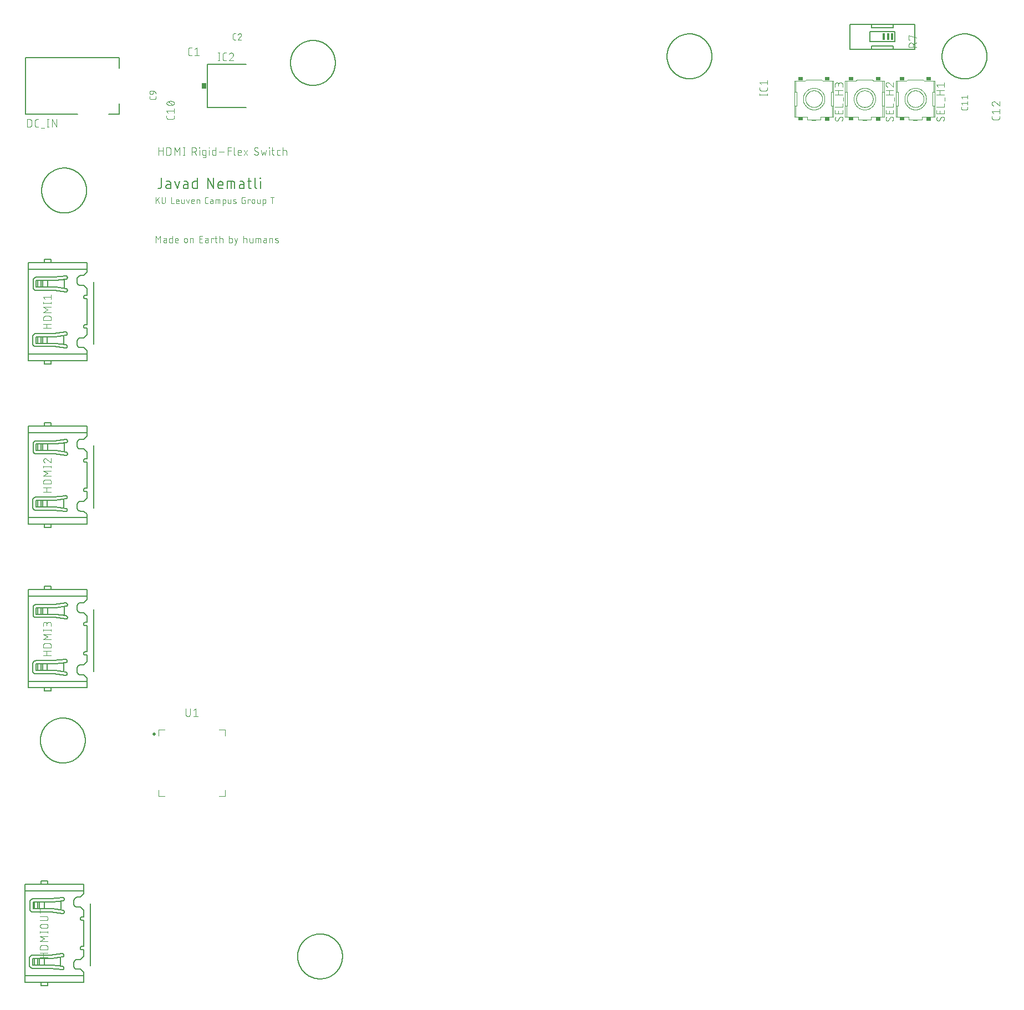
<source format=gbr>
G04 EAGLE Gerber RS-274X export*
G75*
%MOMM*%
%FSLAX34Y34*%
%LPD*%
%INSilkscreen Top*%
%IPPOS*%
%AMOC8*
5,1,8,0,0,1.08239X$1,22.5*%
G01*
%ADD10C,0.101600*%
%ADD11C,0.152400*%
%ADD12C,0.076200*%
%ADD13C,0.203200*%
%ADD14C,0.127000*%
%ADD15R,0.762000X0.863600*%
%ADD16R,0.381000X1.016000*%
%ADD17R,0.757000X0.549100*%
%ADD18R,0.771800X0.534300*%
%ADD19R,0.757000X0.534300*%
%ADD20R,0.756900X0.133600*%
%ADD21R,0.756900X0.549100*%
%ADD22C,0.500000*%
%ADD23C,0.120000*%


D10*
X209226Y1289158D02*
X209226Y1300842D01*
X209226Y1295649D02*
X215717Y1295649D01*
X215717Y1300842D02*
X215717Y1289158D01*
X221418Y1289158D02*
X221418Y1300842D01*
X224663Y1300842D01*
X224776Y1300840D01*
X224889Y1300834D01*
X225002Y1300824D01*
X225115Y1300810D01*
X225227Y1300793D01*
X225338Y1300771D01*
X225448Y1300746D01*
X225558Y1300716D01*
X225666Y1300683D01*
X225773Y1300646D01*
X225879Y1300606D01*
X225983Y1300561D01*
X226086Y1300513D01*
X226187Y1300462D01*
X226286Y1300407D01*
X226383Y1300349D01*
X226478Y1300287D01*
X226571Y1300222D01*
X226661Y1300154D01*
X226749Y1300083D01*
X226835Y1300008D01*
X226918Y1299931D01*
X226998Y1299851D01*
X227075Y1299768D01*
X227150Y1299682D01*
X227221Y1299594D01*
X227289Y1299504D01*
X227354Y1299411D01*
X227416Y1299316D01*
X227474Y1299219D01*
X227529Y1299120D01*
X227580Y1299019D01*
X227628Y1298916D01*
X227673Y1298812D01*
X227713Y1298706D01*
X227750Y1298599D01*
X227783Y1298491D01*
X227813Y1298381D01*
X227838Y1298271D01*
X227860Y1298160D01*
X227877Y1298048D01*
X227891Y1297935D01*
X227901Y1297822D01*
X227907Y1297709D01*
X227909Y1297596D01*
X227909Y1292404D01*
X227907Y1292291D01*
X227901Y1292178D01*
X227891Y1292065D01*
X227877Y1291952D01*
X227860Y1291840D01*
X227838Y1291729D01*
X227813Y1291619D01*
X227783Y1291509D01*
X227750Y1291401D01*
X227713Y1291294D01*
X227673Y1291188D01*
X227628Y1291084D01*
X227580Y1290981D01*
X227529Y1290880D01*
X227474Y1290781D01*
X227416Y1290684D01*
X227354Y1290589D01*
X227289Y1290496D01*
X227221Y1290406D01*
X227150Y1290318D01*
X227075Y1290232D01*
X226998Y1290149D01*
X226918Y1290069D01*
X226835Y1289992D01*
X226749Y1289917D01*
X226661Y1289846D01*
X226571Y1289778D01*
X226478Y1289713D01*
X226383Y1289651D01*
X226286Y1289593D01*
X226187Y1289538D01*
X226086Y1289487D01*
X225983Y1289439D01*
X225879Y1289394D01*
X225773Y1289354D01*
X225666Y1289317D01*
X225558Y1289284D01*
X225448Y1289254D01*
X225338Y1289229D01*
X225227Y1289207D01*
X225115Y1289190D01*
X225002Y1289176D01*
X224889Y1289166D01*
X224776Y1289160D01*
X224663Y1289158D01*
X221418Y1289158D01*
X233723Y1289158D02*
X233723Y1300842D01*
X237617Y1294351D01*
X241512Y1300842D01*
X241512Y1289158D01*
X247904Y1289158D02*
X247904Y1300842D01*
X246606Y1289158D02*
X249202Y1289158D01*
X249202Y1300842D02*
X246606Y1300842D01*
X260353Y1300842D02*
X260353Y1289158D01*
X260353Y1300842D02*
X263599Y1300842D01*
X263712Y1300840D01*
X263825Y1300834D01*
X263938Y1300824D01*
X264051Y1300810D01*
X264163Y1300793D01*
X264274Y1300771D01*
X264384Y1300746D01*
X264494Y1300716D01*
X264602Y1300683D01*
X264709Y1300646D01*
X264815Y1300606D01*
X264919Y1300561D01*
X265022Y1300513D01*
X265123Y1300462D01*
X265222Y1300407D01*
X265319Y1300349D01*
X265414Y1300287D01*
X265507Y1300222D01*
X265597Y1300154D01*
X265685Y1300083D01*
X265771Y1300008D01*
X265854Y1299931D01*
X265934Y1299851D01*
X266011Y1299768D01*
X266086Y1299682D01*
X266157Y1299594D01*
X266225Y1299504D01*
X266290Y1299411D01*
X266352Y1299316D01*
X266410Y1299219D01*
X266465Y1299120D01*
X266516Y1299019D01*
X266564Y1298916D01*
X266609Y1298812D01*
X266649Y1298706D01*
X266686Y1298599D01*
X266719Y1298491D01*
X266749Y1298381D01*
X266774Y1298271D01*
X266796Y1298160D01*
X266813Y1298048D01*
X266827Y1297935D01*
X266837Y1297822D01*
X266843Y1297709D01*
X266845Y1297596D01*
X266843Y1297483D01*
X266837Y1297370D01*
X266827Y1297257D01*
X266813Y1297144D01*
X266796Y1297032D01*
X266774Y1296921D01*
X266749Y1296811D01*
X266719Y1296701D01*
X266686Y1296593D01*
X266649Y1296486D01*
X266609Y1296380D01*
X266564Y1296276D01*
X266516Y1296173D01*
X266465Y1296072D01*
X266410Y1295973D01*
X266352Y1295876D01*
X266290Y1295781D01*
X266225Y1295688D01*
X266157Y1295598D01*
X266086Y1295510D01*
X266011Y1295424D01*
X265934Y1295341D01*
X265854Y1295261D01*
X265771Y1295184D01*
X265685Y1295109D01*
X265597Y1295038D01*
X265507Y1294970D01*
X265414Y1294905D01*
X265319Y1294843D01*
X265222Y1294785D01*
X265123Y1294730D01*
X265022Y1294679D01*
X264919Y1294631D01*
X264815Y1294586D01*
X264709Y1294546D01*
X264602Y1294509D01*
X264494Y1294476D01*
X264384Y1294446D01*
X264274Y1294421D01*
X264163Y1294399D01*
X264051Y1294382D01*
X263938Y1294368D01*
X263825Y1294358D01*
X263712Y1294352D01*
X263599Y1294350D01*
X263599Y1294351D02*
X260353Y1294351D01*
X264248Y1294351D02*
X266844Y1289158D01*
X271526Y1289158D02*
X271526Y1296947D01*
X271202Y1300193D02*
X271202Y1300842D01*
X271851Y1300842D01*
X271851Y1300193D01*
X271202Y1300193D01*
X278057Y1289158D02*
X281303Y1289158D01*
X278057Y1289158D02*
X277970Y1289160D01*
X277882Y1289166D01*
X277796Y1289176D01*
X277709Y1289189D01*
X277624Y1289207D01*
X277539Y1289228D01*
X277455Y1289253D01*
X277373Y1289282D01*
X277292Y1289315D01*
X277212Y1289351D01*
X277134Y1289390D01*
X277058Y1289434D01*
X276984Y1289480D01*
X276913Y1289530D01*
X276843Y1289583D01*
X276776Y1289639D01*
X276712Y1289698D01*
X276650Y1289760D01*
X276591Y1289824D01*
X276535Y1289891D01*
X276482Y1289961D01*
X276432Y1290032D01*
X276386Y1290106D01*
X276342Y1290182D01*
X276303Y1290260D01*
X276267Y1290340D01*
X276234Y1290421D01*
X276205Y1290503D01*
X276180Y1290587D01*
X276159Y1290672D01*
X276141Y1290757D01*
X276128Y1290844D01*
X276118Y1290930D01*
X276112Y1291018D01*
X276110Y1291105D01*
X276110Y1295000D01*
X276112Y1295087D01*
X276118Y1295175D01*
X276128Y1295261D01*
X276141Y1295348D01*
X276159Y1295433D01*
X276180Y1295518D01*
X276205Y1295602D01*
X276234Y1295684D01*
X276267Y1295765D01*
X276303Y1295845D01*
X276342Y1295923D01*
X276386Y1295999D01*
X276432Y1296073D01*
X276482Y1296144D01*
X276535Y1296214D01*
X276591Y1296281D01*
X276650Y1296345D01*
X276712Y1296407D01*
X276776Y1296466D01*
X276843Y1296522D01*
X276913Y1296575D01*
X276984Y1296625D01*
X277058Y1296671D01*
X277134Y1296715D01*
X277212Y1296754D01*
X277292Y1296790D01*
X277373Y1296823D01*
X277455Y1296852D01*
X277539Y1296877D01*
X277624Y1296898D01*
X277709Y1296916D01*
X277796Y1296929D01*
X277882Y1296939D01*
X277970Y1296945D01*
X278057Y1296947D01*
X281303Y1296947D01*
X281303Y1287211D01*
X281302Y1287211D02*
X281300Y1287124D01*
X281294Y1287036D01*
X281284Y1286950D01*
X281271Y1286863D01*
X281253Y1286778D01*
X281232Y1286693D01*
X281207Y1286609D01*
X281178Y1286527D01*
X281145Y1286446D01*
X281109Y1286366D01*
X281070Y1286288D01*
X281026Y1286212D01*
X280980Y1286138D01*
X280930Y1286067D01*
X280877Y1285997D01*
X280821Y1285930D01*
X280762Y1285866D01*
X280701Y1285804D01*
X280636Y1285745D01*
X280569Y1285689D01*
X280499Y1285636D01*
X280428Y1285586D01*
X280354Y1285540D01*
X280278Y1285496D01*
X280200Y1285457D01*
X280120Y1285421D01*
X280039Y1285388D01*
X279957Y1285359D01*
X279873Y1285334D01*
X279788Y1285313D01*
X279703Y1285295D01*
X279616Y1285282D01*
X279530Y1285272D01*
X279442Y1285266D01*
X279355Y1285264D01*
X279355Y1285263D02*
X276759Y1285263D01*
X286385Y1289158D02*
X286385Y1296947D01*
X286061Y1300193D02*
X286061Y1300842D01*
X286710Y1300842D01*
X286710Y1300193D01*
X286061Y1300193D01*
X296162Y1300842D02*
X296162Y1289158D01*
X292916Y1289158D01*
X292829Y1289160D01*
X292741Y1289166D01*
X292655Y1289176D01*
X292568Y1289189D01*
X292483Y1289207D01*
X292398Y1289228D01*
X292314Y1289253D01*
X292232Y1289282D01*
X292151Y1289315D01*
X292071Y1289351D01*
X291993Y1289390D01*
X291917Y1289434D01*
X291843Y1289480D01*
X291772Y1289530D01*
X291702Y1289583D01*
X291635Y1289639D01*
X291571Y1289698D01*
X291509Y1289760D01*
X291450Y1289824D01*
X291394Y1289891D01*
X291341Y1289961D01*
X291291Y1290032D01*
X291245Y1290106D01*
X291201Y1290182D01*
X291162Y1290260D01*
X291126Y1290340D01*
X291093Y1290421D01*
X291064Y1290503D01*
X291039Y1290587D01*
X291018Y1290672D01*
X291000Y1290757D01*
X290987Y1290844D01*
X290977Y1290930D01*
X290971Y1291018D01*
X290969Y1291105D01*
X290969Y1295000D01*
X290971Y1295087D01*
X290977Y1295175D01*
X290987Y1295261D01*
X291000Y1295348D01*
X291018Y1295433D01*
X291039Y1295518D01*
X291064Y1295602D01*
X291093Y1295684D01*
X291126Y1295765D01*
X291162Y1295845D01*
X291201Y1295923D01*
X291245Y1295999D01*
X291291Y1296073D01*
X291341Y1296144D01*
X291394Y1296214D01*
X291450Y1296281D01*
X291509Y1296345D01*
X291571Y1296407D01*
X291635Y1296466D01*
X291702Y1296522D01*
X291772Y1296575D01*
X291843Y1296625D01*
X291917Y1296671D01*
X291993Y1296715D01*
X292071Y1296754D01*
X292151Y1296790D01*
X292232Y1296823D01*
X292314Y1296852D01*
X292398Y1296877D01*
X292483Y1296898D01*
X292568Y1296916D01*
X292655Y1296929D01*
X292741Y1296939D01*
X292829Y1296945D01*
X292916Y1296947D01*
X296162Y1296947D01*
X301540Y1293702D02*
X309330Y1293702D01*
X314785Y1289158D02*
X314785Y1300842D01*
X319978Y1300842D01*
X319978Y1295649D02*
X314785Y1295649D01*
X324324Y1291105D02*
X324324Y1300842D01*
X324324Y1291105D02*
X324326Y1291018D01*
X324332Y1290930D01*
X324342Y1290844D01*
X324355Y1290757D01*
X324373Y1290672D01*
X324394Y1290587D01*
X324419Y1290503D01*
X324448Y1290421D01*
X324481Y1290340D01*
X324517Y1290260D01*
X324556Y1290182D01*
X324600Y1290106D01*
X324646Y1290032D01*
X324696Y1289961D01*
X324749Y1289891D01*
X324805Y1289824D01*
X324864Y1289760D01*
X324926Y1289698D01*
X324990Y1289639D01*
X325057Y1289583D01*
X325127Y1289530D01*
X325198Y1289480D01*
X325272Y1289434D01*
X325348Y1289390D01*
X325426Y1289351D01*
X325506Y1289315D01*
X325587Y1289282D01*
X325669Y1289253D01*
X325753Y1289228D01*
X325838Y1289207D01*
X325923Y1289189D01*
X326010Y1289176D01*
X326096Y1289166D01*
X326184Y1289160D01*
X326271Y1289158D01*
X332218Y1289158D02*
X335463Y1289158D01*
X332218Y1289158D02*
X332131Y1289160D01*
X332043Y1289166D01*
X331957Y1289176D01*
X331870Y1289189D01*
X331785Y1289207D01*
X331700Y1289228D01*
X331616Y1289253D01*
X331534Y1289282D01*
X331453Y1289315D01*
X331373Y1289351D01*
X331295Y1289390D01*
X331219Y1289434D01*
X331145Y1289480D01*
X331074Y1289530D01*
X331004Y1289583D01*
X330937Y1289639D01*
X330873Y1289698D01*
X330811Y1289760D01*
X330752Y1289824D01*
X330696Y1289891D01*
X330643Y1289961D01*
X330593Y1290032D01*
X330547Y1290106D01*
X330503Y1290182D01*
X330464Y1290260D01*
X330428Y1290340D01*
X330395Y1290421D01*
X330366Y1290503D01*
X330341Y1290587D01*
X330320Y1290672D01*
X330302Y1290757D01*
X330289Y1290844D01*
X330279Y1290930D01*
X330273Y1291018D01*
X330271Y1291105D01*
X330271Y1294351D01*
X330273Y1294452D01*
X330279Y1294552D01*
X330289Y1294652D01*
X330302Y1294752D01*
X330320Y1294851D01*
X330341Y1294950D01*
X330366Y1295047D01*
X330395Y1295144D01*
X330428Y1295239D01*
X330464Y1295333D01*
X330504Y1295425D01*
X330547Y1295516D01*
X330594Y1295605D01*
X330644Y1295692D01*
X330698Y1295778D01*
X330755Y1295861D01*
X330815Y1295941D01*
X330878Y1296020D01*
X330945Y1296096D01*
X331014Y1296169D01*
X331086Y1296239D01*
X331160Y1296307D01*
X331237Y1296372D01*
X331317Y1296433D01*
X331399Y1296492D01*
X331483Y1296547D01*
X331569Y1296599D01*
X331657Y1296648D01*
X331747Y1296693D01*
X331839Y1296735D01*
X331932Y1296773D01*
X332027Y1296807D01*
X332122Y1296838D01*
X332219Y1296865D01*
X332317Y1296888D01*
X332416Y1296908D01*
X332516Y1296923D01*
X332616Y1296935D01*
X332716Y1296943D01*
X332817Y1296947D01*
X332917Y1296947D01*
X333018Y1296943D01*
X333118Y1296935D01*
X333218Y1296923D01*
X333318Y1296908D01*
X333417Y1296888D01*
X333515Y1296865D01*
X333612Y1296838D01*
X333707Y1296807D01*
X333802Y1296773D01*
X333895Y1296735D01*
X333987Y1296693D01*
X334077Y1296648D01*
X334165Y1296599D01*
X334251Y1296547D01*
X334335Y1296492D01*
X334417Y1296433D01*
X334497Y1296372D01*
X334574Y1296307D01*
X334648Y1296239D01*
X334720Y1296169D01*
X334789Y1296096D01*
X334856Y1296020D01*
X334919Y1295941D01*
X334979Y1295861D01*
X335036Y1295778D01*
X335090Y1295692D01*
X335140Y1295605D01*
X335187Y1295516D01*
X335230Y1295425D01*
X335270Y1295333D01*
X335306Y1295239D01*
X335339Y1295144D01*
X335368Y1295047D01*
X335393Y1294950D01*
X335414Y1294851D01*
X335432Y1294752D01*
X335445Y1294652D01*
X335455Y1294552D01*
X335461Y1294452D01*
X335463Y1294351D01*
X335463Y1293053D01*
X330271Y1293053D01*
X339796Y1289158D02*
X344988Y1296947D01*
X339796Y1296947D02*
X344988Y1289158D01*
X359043Y1289158D02*
X359142Y1289160D01*
X359242Y1289166D01*
X359341Y1289175D01*
X359439Y1289188D01*
X359537Y1289205D01*
X359635Y1289226D01*
X359731Y1289251D01*
X359826Y1289279D01*
X359920Y1289311D01*
X360013Y1289346D01*
X360105Y1289385D01*
X360195Y1289428D01*
X360283Y1289473D01*
X360370Y1289523D01*
X360454Y1289575D01*
X360537Y1289631D01*
X360617Y1289689D01*
X360695Y1289751D01*
X360770Y1289816D01*
X360843Y1289884D01*
X360913Y1289954D01*
X360981Y1290027D01*
X361046Y1290102D01*
X361108Y1290180D01*
X361166Y1290260D01*
X361222Y1290343D01*
X361274Y1290427D01*
X361324Y1290514D01*
X361369Y1290602D01*
X361412Y1290692D01*
X361451Y1290784D01*
X361486Y1290877D01*
X361518Y1290971D01*
X361546Y1291066D01*
X361571Y1291162D01*
X361592Y1291260D01*
X361609Y1291358D01*
X361622Y1291456D01*
X361631Y1291555D01*
X361637Y1291655D01*
X361639Y1291754D01*
X359043Y1289158D02*
X358899Y1289160D01*
X358754Y1289166D01*
X358610Y1289175D01*
X358467Y1289188D01*
X358323Y1289205D01*
X358180Y1289226D01*
X358038Y1289251D01*
X357897Y1289279D01*
X357756Y1289311D01*
X357616Y1289347D01*
X357477Y1289386D01*
X357339Y1289429D01*
X357203Y1289476D01*
X357067Y1289526D01*
X356933Y1289580D01*
X356801Y1289637D01*
X356670Y1289698D01*
X356541Y1289762D01*
X356413Y1289830D01*
X356287Y1289900D01*
X356163Y1289975D01*
X356042Y1290052D01*
X355922Y1290133D01*
X355804Y1290216D01*
X355689Y1290303D01*
X355576Y1290393D01*
X355465Y1290486D01*
X355357Y1290581D01*
X355251Y1290680D01*
X355148Y1290781D01*
X355473Y1298246D02*
X355475Y1298345D01*
X355481Y1298445D01*
X355490Y1298544D01*
X355503Y1298642D01*
X355520Y1298740D01*
X355541Y1298838D01*
X355566Y1298934D01*
X355594Y1299029D01*
X355626Y1299123D01*
X355661Y1299216D01*
X355700Y1299308D01*
X355743Y1299398D01*
X355788Y1299486D01*
X355838Y1299573D01*
X355890Y1299657D01*
X355946Y1299740D01*
X356004Y1299820D01*
X356066Y1299898D01*
X356131Y1299973D01*
X356199Y1300046D01*
X356269Y1300116D01*
X356342Y1300184D01*
X356417Y1300249D01*
X356495Y1300311D01*
X356575Y1300369D01*
X356658Y1300425D01*
X356742Y1300477D01*
X356829Y1300527D01*
X356917Y1300572D01*
X357007Y1300615D01*
X357099Y1300654D01*
X357192Y1300689D01*
X357286Y1300721D01*
X357381Y1300749D01*
X357478Y1300774D01*
X357575Y1300795D01*
X357673Y1300812D01*
X357771Y1300825D01*
X357870Y1300834D01*
X357970Y1300840D01*
X358069Y1300842D01*
X358205Y1300840D01*
X358341Y1300834D01*
X358477Y1300825D01*
X358613Y1300812D01*
X358748Y1300794D01*
X358882Y1300774D01*
X359016Y1300749D01*
X359150Y1300721D01*
X359282Y1300688D01*
X359413Y1300653D01*
X359544Y1300613D01*
X359673Y1300570D01*
X359801Y1300524D01*
X359927Y1300473D01*
X360053Y1300420D01*
X360176Y1300362D01*
X360298Y1300302D01*
X360418Y1300238D01*
X360537Y1300170D01*
X360653Y1300100D01*
X360767Y1300026D01*
X360880Y1299949D01*
X360990Y1299868D01*
X356771Y1295974D02*
X356685Y1296027D01*
X356601Y1296084D01*
X356519Y1296143D01*
X356439Y1296206D01*
X356362Y1296272D01*
X356287Y1296340D01*
X356215Y1296412D01*
X356146Y1296486D01*
X356080Y1296563D01*
X356017Y1296642D01*
X355957Y1296724D01*
X355900Y1296808D01*
X355846Y1296894D01*
X355796Y1296982D01*
X355749Y1297072D01*
X355705Y1297163D01*
X355666Y1297257D01*
X355629Y1297351D01*
X355597Y1297447D01*
X355568Y1297545D01*
X355543Y1297643D01*
X355522Y1297742D01*
X355504Y1297842D01*
X355491Y1297942D01*
X355481Y1298043D01*
X355475Y1298145D01*
X355473Y1298246D01*
X360342Y1294026D02*
X360428Y1293973D01*
X360512Y1293916D01*
X360594Y1293857D01*
X360674Y1293794D01*
X360751Y1293728D01*
X360826Y1293660D01*
X360898Y1293588D01*
X360967Y1293514D01*
X361033Y1293437D01*
X361096Y1293358D01*
X361156Y1293276D01*
X361213Y1293192D01*
X361267Y1293106D01*
X361317Y1293018D01*
X361364Y1292928D01*
X361408Y1292837D01*
X361447Y1292743D01*
X361484Y1292649D01*
X361516Y1292553D01*
X361545Y1292455D01*
X361570Y1292357D01*
X361591Y1292258D01*
X361609Y1292158D01*
X361622Y1292058D01*
X361632Y1291957D01*
X361638Y1291855D01*
X361640Y1291754D01*
X360341Y1294026D02*
X356771Y1295974D01*
X365929Y1296947D02*
X367877Y1289158D01*
X369824Y1294351D01*
X371771Y1289158D01*
X373719Y1296947D01*
X378206Y1296947D02*
X378206Y1289158D01*
X377881Y1300193D02*
X377881Y1300842D01*
X378531Y1300842D01*
X378531Y1300193D01*
X377881Y1300193D01*
X381881Y1296947D02*
X385776Y1296947D01*
X383179Y1300842D02*
X383179Y1291105D01*
X383180Y1291105D02*
X383182Y1291018D01*
X383188Y1290930D01*
X383198Y1290844D01*
X383211Y1290757D01*
X383229Y1290672D01*
X383250Y1290587D01*
X383275Y1290503D01*
X383304Y1290421D01*
X383337Y1290340D01*
X383373Y1290260D01*
X383412Y1290182D01*
X383456Y1290106D01*
X383502Y1290032D01*
X383552Y1289961D01*
X383605Y1289891D01*
X383661Y1289824D01*
X383720Y1289760D01*
X383782Y1289698D01*
X383846Y1289639D01*
X383913Y1289583D01*
X383983Y1289530D01*
X384054Y1289480D01*
X384128Y1289434D01*
X384204Y1289390D01*
X384282Y1289351D01*
X384362Y1289315D01*
X384443Y1289282D01*
X384525Y1289253D01*
X384609Y1289228D01*
X384694Y1289207D01*
X384779Y1289189D01*
X384866Y1289176D01*
X384952Y1289166D01*
X385040Y1289160D01*
X385127Y1289158D01*
X385776Y1289158D01*
X392048Y1289158D02*
X394645Y1289158D01*
X392048Y1289158D02*
X391961Y1289160D01*
X391873Y1289166D01*
X391787Y1289176D01*
X391700Y1289189D01*
X391615Y1289207D01*
X391530Y1289228D01*
X391446Y1289253D01*
X391364Y1289282D01*
X391283Y1289315D01*
X391203Y1289351D01*
X391125Y1289390D01*
X391049Y1289434D01*
X390975Y1289480D01*
X390904Y1289530D01*
X390834Y1289583D01*
X390767Y1289639D01*
X390703Y1289698D01*
X390641Y1289760D01*
X390582Y1289824D01*
X390526Y1289891D01*
X390473Y1289961D01*
X390423Y1290032D01*
X390377Y1290106D01*
X390333Y1290182D01*
X390294Y1290260D01*
X390258Y1290340D01*
X390225Y1290421D01*
X390196Y1290503D01*
X390171Y1290587D01*
X390150Y1290672D01*
X390132Y1290757D01*
X390119Y1290844D01*
X390109Y1290930D01*
X390103Y1291018D01*
X390101Y1291105D01*
X390101Y1295000D01*
X390103Y1295087D01*
X390109Y1295175D01*
X390119Y1295261D01*
X390132Y1295348D01*
X390150Y1295433D01*
X390171Y1295518D01*
X390196Y1295602D01*
X390225Y1295684D01*
X390258Y1295765D01*
X390294Y1295845D01*
X390333Y1295923D01*
X390377Y1295999D01*
X390423Y1296073D01*
X390473Y1296144D01*
X390526Y1296214D01*
X390582Y1296281D01*
X390641Y1296345D01*
X390703Y1296407D01*
X390767Y1296466D01*
X390834Y1296522D01*
X390904Y1296575D01*
X390975Y1296625D01*
X391049Y1296671D01*
X391125Y1296715D01*
X391203Y1296754D01*
X391283Y1296790D01*
X391364Y1296823D01*
X391446Y1296852D01*
X391530Y1296877D01*
X391615Y1296898D01*
X391700Y1296916D01*
X391787Y1296929D01*
X391873Y1296939D01*
X391961Y1296945D01*
X392048Y1296947D01*
X394645Y1296947D01*
X399231Y1300842D02*
X399231Y1289158D01*
X399231Y1296947D02*
X402477Y1296947D01*
X402564Y1296945D01*
X402652Y1296939D01*
X402738Y1296929D01*
X402825Y1296916D01*
X402910Y1296898D01*
X402995Y1296877D01*
X403079Y1296852D01*
X403161Y1296823D01*
X403242Y1296790D01*
X403322Y1296754D01*
X403400Y1296715D01*
X403476Y1296671D01*
X403550Y1296625D01*
X403621Y1296575D01*
X403691Y1296522D01*
X403758Y1296466D01*
X403822Y1296407D01*
X403884Y1296346D01*
X403943Y1296281D01*
X403999Y1296214D01*
X404052Y1296144D01*
X404102Y1296073D01*
X404148Y1295999D01*
X404192Y1295923D01*
X404231Y1295845D01*
X404267Y1295765D01*
X404300Y1295684D01*
X404329Y1295602D01*
X404354Y1295518D01*
X404375Y1295433D01*
X404393Y1295348D01*
X404406Y1295261D01*
X404416Y1295175D01*
X404422Y1295087D01*
X404424Y1295000D01*
X404424Y1289158D01*
D11*
X213631Y1254318D02*
X213631Y1241674D01*
X213630Y1241674D02*
X213628Y1241556D01*
X213622Y1241438D01*
X213613Y1241320D01*
X213599Y1241203D01*
X213582Y1241086D01*
X213561Y1240969D01*
X213536Y1240854D01*
X213507Y1240739D01*
X213474Y1240625D01*
X213438Y1240513D01*
X213398Y1240402D01*
X213355Y1240292D01*
X213308Y1240183D01*
X213258Y1240076D01*
X213203Y1239971D01*
X213146Y1239868D01*
X213085Y1239767D01*
X213021Y1239667D01*
X212954Y1239570D01*
X212884Y1239475D01*
X212810Y1239383D01*
X212734Y1239292D01*
X212654Y1239205D01*
X212572Y1239120D01*
X212487Y1239038D01*
X212400Y1238958D01*
X212309Y1238882D01*
X212217Y1238808D01*
X212122Y1238738D01*
X212025Y1238671D01*
X211925Y1238607D01*
X211824Y1238546D01*
X211721Y1238489D01*
X211616Y1238434D01*
X211509Y1238384D01*
X211400Y1238337D01*
X211290Y1238294D01*
X211179Y1238254D01*
X211067Y1238218D01*
X210953Y1238185D01*
X210838Y1238156D01*
X210723Y1238131D01*
X210606Y1238110D01*
X210489Y1238093D01*
X210372Y1238079D01*
X210254Y1238070D01*
X210136Y1238064D01*
X210018Y1238062D01*
X208212Y1238062D01*
X223646Y1244384D02*
X227710Y1244384D01*
X223646Y1244384D02*
X223534Y1244382D01*
X223423Y1244376D01*
X223312Y1244366D01*
X223201Y1244353D01*
X223091Y1244335D01*
X222982Y1244313D01*
X222873Y1244288D01*
X222765Y1244259D01*
X222659Y1244226D01*
X222553Y1244189D01*
X222449Y1244149D01*
X222347Y1244105D01*
X222246Y1244057D01*
X222147Y1244006D01*
X222049Y1243951D01*
X221954Y1243893D01*
X221861Y1243832D01*
X221770Y1243767D01*
X221681Y1243699D01*
X221595Y1243628D01*
X221512Y1243555D01*
X221431Y1243478D01*
X221352Y1243398D01*
X221277Y1243316D01*
X221205Y1243231D01*
X221135Y1243144D01*
X221069Y1243054D01*
X221006Y1242962D01*
X220946Y1242867D01*
X220890Y1242771D01*
X220837Y1242673D01*
X220788Y1242573D01*
X220742Y1242471D01*
X220700Y1242368D01*
X220661Y1242263D01*
X220626Y1242157D01*
X220595Y1242050D01*
X220568Y1241942D01*
X220544Y1241833D01*
X220525Y1241723D01*
X220509Y1241613D01*
X220497Y1241502D01*
X220489Y1241390D01*
X220485Y1241279D01*
X220485Y1241167D01*
X220489Y1241056D01*
X220497Y1240944D01*
X220509Y1240833D01*
X220525Y1240723D01*
X220544Y1240613D01*
X220568Y1240504D01*
X220595Y1240396D01*
X220626Y1240289D01*
X220661Y1240183D01*
X220700Y1240078D01*
X220742Y1239975D01*
X220788Y1239873D01*
X220837Y1239773D01*
X220890Y1239675D01*
X220946Y1239579D01*
X221006Y1239484D01*
X221069Y1239392D01*
X221135Y1239302D01*
X221205Y1239215D01*
X221277Y1239130D01*
X221352Y1239048D01*
X221431Y1238968D01*
X221512Y1238891D01*
X221595Y1238818D01*
X221681Y1238747D01*
X221770Y1238679D01*
X221861Y1238614D01*
X221954Y1238553D01*
X222049Y1238495D01*
X222147Y1238440D01*
X222246Y1238389D01*
X222347Y1238341D01*
X222449Y1238297D01*
X222553Y1238257D01*
X222659Y1238220D01*
X222765Y1238187D01*
X222873Y1238158D01*
X222982Y1238133D01*
X223091Y1238111D01*
X223201Y1238093D01*
X223312Y1238080D01*
X223423Y1238070D01*
X223534Y1238064D01*
X223646Y1238062D01*
X227710Y1238062D01*
X227710Y1246190D01*
X227708Y1246291D01*
X227702Y1246392D01*
X227693Y1246493D01*
X227680Y1246594D01*
X227663Y1246694D01*
X227642Y1246793D01*
X227618Y1246891D01*
X227590Y1246988D01*
X227558Y1247085D01*
X227523Y1247180D01*
X227484Y1247273D01*
X227442Y1247365D01*
X227396Y1247456D01*
X227347Y1247545D01*
X227295Y1247631D01*
X227239Y1247716D01*
X227181Y1247799D01*
X227119Y1247879D01*
X227054Y1247957D01*
X226987Y1248033D01*
X226917Y1248106D01*
X226844Y1248176D01*
X226768Y1248243D01*
X226690Y1248308D01*
X226610Y1248370D01*
X226527Y1248428D01*
X226442Y1248484D01*
X226356Y1248536D01*
X226267Y1248585D01*
X226176Y1248631D01*
X226084Y1248673D01*
X225991Y1248712D01*
X225896Y1248747D01*
X225799Y1248779D01*
X225702Y1248807D01*
X225604Y1248831D01*
X225505Y1248852D01*
X225405Y1248869D01*
X225304Y1248882D01*
X225203Y1248891D01*
X225102Y1248897D01*
X225001Y1248899D01*
X221389Y1248899D01*
X234106Y1248899D02*
X237718Y1238062D01*
X241331Y1248899D01*
X250219Y1244384D02*
X254283Y1244384D01*
X250219Y1244384D02*
X250107Y1244382D01*
X249996Y1244376D01*
X249885Y1244366D01*
X249774Y1244353D01*
X249664Y1244335D01*
X249555Y1244313D01*
X249446Y1244288D01*
X249338Y1244259D01*
X249232Y1244226D01*
X249126Y1244189D01*
X249022Y1244149D01*
X248920Y1244105D01*
X248819Y1244057D01*
X248720Y1244006D01*
X248622Y1243951D01*
X248527Y1243893D01*
X248434Y1243832D01*
X248343Y1243767D01*
X248254Y1243699D01*
X248168Y1243628D01*
X248085Y1243555D01*
X248004Y1243478D01*
X247925Y1243398D01*
X247850Y1243316D01*
X247778Y1243231D01*
X247708Y1243144D01*
X247642Y1243054D01*
X247579Y1242962D01*
X247519Y1242867D01*
X247463Y1242771D01*
X247410Y1242673D01*
X247361Y1242573D01*
X247315Y1242471D01*
X247273Y1242368D01*
X247234Y1242263D01*
X247199Y1242157D01*
X247168Y1242050D01*
X247141Y1241942D01*
X247117Y1241833D01*
X247098Y1241723D01*
X247082Y1241613D01*
X247070Y1241502D01*
X247062Y1241390D01*
X247058Y1241279D01*
X247058Y1241167D01*
X247062Y1241056D01*
X247070Y1240944D01*
X247082Y1240833D01*
X247098Y1240723D01*
X247117Y1240613D01*
X247141Y1240504D01*
X247168Y1240396D01*
X247199Y1240289D01*
X247234Y1240183D01*
X247273Y1240078D01*
X247315Y1239975D01*
X247361Y1239873D01*
X247410Y1239773D01*
X247463Y1239675D01*
X247519Y1239579D01*
X247579Y1239484D01*
X247642Y1239392D01*
X247708Y1239302D01*
X247778Y1239215D01*
X247850Y1239130D01*
X247925Y1239048D01*
X248004Y1238968D01*
X248085Y1238891D01*
X248168Y1238818D01*
X248254Y1238747D01*
X248343Y1238679D01*
X248434Y1238614D01*
X248527Y1238553D01*
X248622Y1238495D01*
X248720Y1238440D01*
X248819Y1238389D01*
X248920Y1238341D01*
X249022Y1238297D01*
X249126Y1238257D01*
X249232Y1238220D01*
X249338Y1238187D01*
X249446Y1238158D01*
X249555Y1238133D01*
X249664Y1238111D01*
X249774Y1238093D01*
X249885Y1238080D01*
X249996Y1238070D01*
X250107Y1238064D01*
X250219Y1238062D01*
X254283Y1238062D01*
X254283Y1246190D01*
X254281Y1246291D01*
X254275Y1246392D01*
X254266Y1246493D01*
X254253Y1246594D01*
X254236Y1246694D01*
X254215Y1246793D01*
X254191Y1246891D01*
X254163Y1246988D01*
X254131Y1247085D01*
X254096Y1247180D01*
X254057Y1247273D01*
X254015Y1247365D01*
X253969Y1247456D01*
X253920Y1247545D01*
X253868Y1247631D01*
X253812Y1247716D01*
X253754Y1247799D01*
X253692Y1247879D01*
X253627Y1247957D01*
X253560Y1248033D01*
X253490Y1248106D01*
X253417Y1248176D01*
X253341Y1248243D01*
X253263Y1248308D01*
X253183Y1248370D01*
X253100Y1248428D01*
X253015Y1248484D01*
X252929Y1248536D01*
X252840Y1248585D01*
X252749Y1248631D01*
X252657Y1248673D01*
X252564Y1248712D01*
X252469Y1248747D01*
X252372Y1248779D01*
X252275Y1248807D01*
X252177Y1248831D01*
X252078Y1248852D01*
X251978Y1248869D01*
X251877Y1248882D01*
X251776Y1248891D01*
X251675Y1248897D01*
X251574Y1248899D01*
X247962Y1248899D01*
X268351Y1254318D02*
X268351Y1238062D01*
X263836Y1238062D01*
X263735Y1238064D01*
X263634Y1238070D01*
X263533Y1238079D01*
X263432Y1238092D01*
X263332Y1238109D01*
X263233Y1238130D01*
X263135Y1238154D01*
X263038Y1238182D01*
X262941Y1238214D01*
X262846Y1238249D01*
X262753Y1238288D01*
X262661Y1238330D01*
X262570Y1238376D01*
X262482Y1238425D01*
X262395Y1238477D01*
X262310Y1238533D01*
X262227Y1238591D01*
X262147Y1238653D01*
X262069Y1238718D01*
X261993Y1238785D01*
X261920Y1238855D01*
X261850Y1238928D01*
X261783Y1239004D01*
X261718Y1239082D01*
X261656Y1239162D01*
X261598Y1239245D01*
X261542Y1239330D01*
X261490Y1239417D01*
X261441Y1239505D01*
X261395Y1239596D01*
X261353Y1239688D01*
X261314Y1239781D01*
X261279Y1239876D01*
X261247Y1239973D01*
X261219Y1240070D01*
X261195Y1240168D01*
X261174Y1240267D01*
X261157Y1240367D01*
X261144Y1240468D01*
X261135Y1240569D01*
X261129Y1240670D01*
X261127Y1240771D01*
X261127Y1246190D01*
X261129Y1246291D01*
X261135Y1246392D01*
X261144Y1246493D01*
X261157Y1246594D01*
X261174Y1246694D01*
X261195Y1246793D01*
X261219Y1246891D01*
X261247Y1246988D01*
X261279Y1247085D01*
X261314Y1247180D01*
X261353Y1247273D01*
X261395Y1247365D01*
X261441Y1247456D01*
X261490Y1247545D01*
X261542Y1247631D01*
X261598Y1247716D01*
X261656Y1247799D01*
X261718Y1247879D01*
X261783Y1247957D01*
X261850Y1248033D01*
X261920Y1248106D01*
X261993Y1248176D01*
X262069Y1248243D01*
X262147Y1248308D01*
X262227Y1248370D01*
X262310Y1248428D01*
X262395Y1248484D01*
X262482Y1248536D01*
X262570Y1248585D01*
X262661Y1248631D01*
X262753Y1248673D01*
X262846Y1248712D01*
X262941Y1248747D01*
X263038Y1248779D01*
X263135Y1248807D01*
X263233Y1248831D01*
X263332Y1248852D01*
X263432Y1248869D01*
X263533Y1248882D01*
X263634Y1248891D01*
X263735Y1248897D01*
X263836Y1248899D01*
X268351Y1248899D01*
X284265Y1254318D02*
X284265Y1238062D01*
X293296Y1238062D02*
X284265Y1254318D01*
X293296Y1254318D02*
X293296Y1238062D01*
X302987Y1238062D02*
X307503Y1238062D01*
X302987Y1238062D02*
X302886Y1238064D01*
X302785Y1238070D01*
X302684Y1238079D01*
X302583Y1238092D01*
X302483Y1238109D01*
X302384Y1238130D01*
X302286Y1238154D01*
X302189Y1238182D01*
X302092Y1238214D01*
X301997Y1238249D01*
X301904Y1238288D01*
X301812Y1238330D01*
X301721Y1238376D01*
X301633Y1238425D01*
X301546Y1238477D01*
X301461Y1238533D01*
X301378Y1238591D01*
X301298Y1238653D01*
X301220Y1238718D01*
X301144Y1238785D01*
X301071Y1238855D01*
X301001Y1238928D01*
X300934Y1239004D01*
X300869Y1239082D01*
X300807Y1239162D01*
X300749Y1239245D01*
X300693Y1239330D01*
X300641Y1239417D01*
X300592Y1239505D01*
X300546Y1239596D01*
X300504Y1239688D01*
X300465Y1239781D01*
X300430Y1239876D01*
X300398Y1239973D01*
X300370Y1240070D01*
X300346Y1240168D01*
X300325Y1240267D01*
X300308Y1240367D01*
X300295Y1240468D01*
X300286Y1240569D01*
X300280Y1240670D01*
X300278Y1240771D01*
X300278Y1245287D01*
X300280Y1245406D01*
X300286Y1245526D01*
X300296Y1245645D01*
X300310Y1245763D01*
X300327Y1245882D01*
X300349Y1245999D01*
X300374Y1246116D01*
X300404Y1246231D01*
X300437Y1246346D01*
X300474Y1246460D01*
X300514Y1246572D01*
X300559Y1246683D01*
X300607Y1246792D01*
X300658Y1246900D01*
X300713Y1247006D01*
X300772Y1247110D01*
X300834Y1247212D01*
X300899Y1247312D01*
X300968Y1247410D01*
X301040Y1247506D01*
X301115Y1247599D01*
X301192Y1247689D01*
X301273Y1247777D01*
X301357Y1247862D01*
X301444Y1247944D01*
X301533Y1248024D01*
X301625Y1248100D01*
X301719Y1248174D01*
X301816Y1248244D01*
X301914Y1248311D01*
X302015Y1248375D01*
X302119Y1248435D01*
X302224Y1248492D01*
X302331Y1248545D01*
X302439Y1248595D01*
X302549Y1248641D01*
X302661Y1248683D01*
X302774Y1248722D01*
X302888Y1248757D01*
X303003Y1248788D01*
X303120Y1248816D01*
X303237Y1248839D01*
X303354Y1248859D01*
X303473Y1248875D01*
X303592Y1248887D01*
X303711Y1248895D01*
X303830Y1248899D01*
X303950Y1248899D01*
X304069Y1248895D01*
X304188Y1248887D01*
X304307Y1248875D01*
X304426Y1248859D01*
X304543Y1248839D01*
X304660Y1248816D01*
X304777Y1248788D01*
X304892Y1248757D01*
X305006Y1248722D01*
X305119Y1248683D01*
X305231Y1248641D01*
X305341Y1248595D01*
X305449Y1248545D01*
X305556Y1248492D01*
X305661Y1248435D01*
X305765Y1248375D01*
X305866Y1248311D01*
X305964Y1248244D01*
X306061Y1248174D01*
X306155Y1248100D01*
X306247Y1248024D01*
X306336Y1247944D01*
X306423Y1247862D01*
X306507Y1247777D01*
X306588Y1247689D01*
X306665Y1247599D01*
X306740Y1247506D01*
X306812Y1247410D01*
X306881Y1247312D01*
X306946Y1247212D01*
X307008Y1247110D01*
X307067Y1247006D01*
X307122Y1246900D01*
X307173Y1246792D01*
X307221Y1246683D01*
X307266Y1246572D01*
X307306Y1246460D01*
X307343Y1246346D01*
X307376Y1246231D01*
X307406Y1246116D01*
X307431Y1245999D01*
X307453Y1245882D01*
X307470Y1245763D01*
X307484Y1245645D01*
X307494Y1245526D01*
X307500Y1245406D01*
X307502Y1245287D01*
X307503Y1245287D02*
X307503Y1243481D01*
X300278Y1243481D01*
X314624Y1238062D02*
X314624Y1248899D01*
X322752Y1248899D01*
X322853Y1248897D01*
X322954Y1248891D01*
X323055Y1248882D01*
X323156Y1248869D01*
X323256Y1248852D01*
X323355Y1248831D01*
X323453Y1248807D01*
X323550Y1248779D01*
X323647Y1248747D01*
X323742Y1248712D01*
X323835Y1248673D01*
X323927Y1248631D01*
X324018Y1248585D01*
X324107Y1248536D01*
X324193Y1248484D01*
X324278Y1248428D01*
X324361Y1248370D01*
X324441Y1248308D01*
X324519Y1248243D01*
X324595Y1248176D01*
X324668Y1248106D01*
X324738Y1248033D01*
X324805Y1247957D01*
X324870Y1247879D01*
X324932Y1247799D01*
X324990Y1247716D01*
X325046Y1247631D01*
X325098Y1247545D01*
X325147Y1247456D01*
X325193Y1247365D01*
X325235Y1247273D01*
X325274Y1247180D01*
X325309Y1247085D01*
X325341Y1246988D01*
X325369Y1246891D01*
X325393Y1246793D01*
X325414Y1246694D01*
X325431Y1246594D01*
X325444Y1246493D01*
X325453Y1246392D01*
X325459Y1246291D01*
X325461Y1246190D01*
X325461Y1238062D01*
X320043Y1238062D02*
X320043Y1248899D01*
X335670Y1244384D02*
X339734Y1244384D01*
X335670Y1244384D02*
X335558Y1244382D01*
X335447Y1244376D01*
X335336Y1244366D01*
X335225Y1244353D01*
X335115Y1244335D01*
X335006Y1244313D01*
X334897Y1244288D01*
X334789Y1244259D01*
X334683Y1244226D01*
X334577Y1244189D01*
X334473Y1244149D01*
X334371Y1244105D01*
X334270Y1244057D01*
X334171Y1244006D01*
X334073Y1243951D01*
X333978Y1243893D01*
X333885Y1243832D01*
X333794Y1243767D01*
X333705Y1243699D01*
X333619Y1243628D01*
X333536Y1243555D01*
X333455Y1243478D01*
X333376Y1243398D01*
X333301Y1243316D01*
X333229Y1243231D01*
X333159Y1243144D01*
X333093Y1243054D01*
X333030Y1242962D01*
X332970Y1242867D01*
X332914Y1242771D01*
X332861Y1242673D01*
X332812Y1242573D01*
X332766Y1242471D01*
X332724Y1242368D01*
X332685Y1242263D01*
X332650Y1242157D01*
X332619Y1242050D01*
X332592Y1241942D01*
X332568Y1241833D01*
X332549Y1241723D01*
X332533Y1241613D01*
X332521Y1241502D01*
X332513Y1241390D01*
X332509Y1241279D01*
X332509Y1241167D01*
X332513Y1241056D01*
X332521Y1240944D01*
X332533Y1240833D01*
X332549Y1240723D01*
X332568Y1240613D01*
X332592Y1240504D01*
X332619Y1240396D01*
X332650Y1240289D01*
X332685Y1240183D01*
X332724Y1240078D01*
X332766Y1239975D01*
X332812Y1239873D01*
X332861Y1239773D01*
X332914Y1239675D01*
X332970Y1239579D01*
X333030Y1239484D01*
X333093Y1239392D01*
X333159Y1239302D01*
X333229Y1239215D01*
X333301Y1239130D01*
X333376Y1239048D01*
X333455Y1238968D01*
X333536Y1238891D01*
X333619Y1238818D01*
X333705Y1238747D01*
X333794Y1238679D01*
X333885Y1238614D01*
X333978Y1238553D01*
X334073Y1238495D01*
X334171Y1238440D01*
X334270Y1238389D01*
X334371Y1238341D01*
X334473Y1238297D01*
X334577Y1238257D01*
X334683Y1238220D01*
X334789Y1238187D01*
X334897Y1238158D01*
X335006Y1238133D01*
X335115Y1238111D01*
X335225Y1238093D01*
X335336Y1238080D01*
X335447Y1238070D01*
X335558Y1238064D01*
X335670Y1238062D01*
X339734Y1238062D01*
X339734Y1246190D01*
X339732Y1246291D01*
X339726Y1246392D01*
X339717Y1246493D01*
X339704Y1246594D01*
X339687Y1246694D01*
X339666Y1246793D01*
X339642Y1246891D01*
X339614Y1246988D01*
X339582Y1247085D01*
X339547Y1247180D01*
X339508Y1247273D01*
X339466Y1247365D01*
X339420Y1247456D01*
X339371Y1247545D01*
X339319Y1247631D01*
X339263Y1247716D01*
X339205Y1247799D01*
X339143Y1247879D01*
X339078Y1247957D01*
X339011Y1248033D01*
X338941Y1248106D01*
X338868Y1248176D01*
X338792Y1248243D01*
X338714Y1248308D01*
X338634Y1248370D01*
X338551Y1248428D01*
X338466Y1248484D01*
X338380Y1248536D01*
X338291Y1248585D01*
X338200Y1248631D01*
X338108Y1248673D01*
X338015Y1248712D01*
X337920Y1248747D01*
X337823Y1248779D01*
X337726Y1248807D01*
X337628Y1248831D01*
X337529Y1248852D01*
X337429Y1248869D01*
X337328Y1248882D01*
X337227Y1248891D01*
X337126Y1248897D01*
X337025Y1248899D01*
X333412Y1248899D01*
X345353Y1248899D02*
X350772Y1248899D01*
X347160Y1254318D02*
X347160Y1240771D01*
X347162Y1240670D01*
X347168Y1240569D01*
X347177Y1240468D01*
X347190Y1240367D01*
X347207Y1240267D01*
X347228Y1240168D01*
X347252Y1240070D01*
X347280Y1239973D01*
X347312Y1239876D01*
X347347Y1239781D01*
X347386Y1239688D01*
X347428Y1239596D01*
X347474Y1239505D01*
X347523Y1239417D01*
X347575Y1239330D01*
X347631Y1239245D01*
X347689Y1239162D01*
X347751Y1239082D01*
X347816Y1239004D01*
X347883Y1238928D01*
X347953Y1238855D01*
X348026Y1238785D01*
X348102Y1238718D01*
X348180Y1238653D01*
X348260Y1238591D01*
X348343Y1238533D01*
X348428Y1238477D01*
X348515Y1238425D01*
X348603Y1238376D01*
X348694Y1238330D01*
X348786Y1238288D01*
X348879Y1238249D01*
X348974Y1238214D01*
X349071Y1238182D01*
X349168Y1238154D01*
X349266Y1238130D01*
X349365Y1238109D01*
X349465Y1238092D01*
X349566Y1238079D01*
X349667Y1238070D01*
X349768Y1238064D01*
X349869Y1238062D01*
X350772Y1238062D01*
X356787Y1240771D02*
X356787Y1254318D01*
X356788Y1240771D02*
X356790Y1240670D01*
X356796Y1240569D01*
X356805Y1240468D01*
X356818Y1240367D01*
X356835Y1240267D01*
X356856Y1240168D01*
X356880Y1240070D01*
X356908Y1239973D01*
X356940Y1239876D01*
X356975Y1239781D01*
X357014Y1239688D01*
X357056Y1239596D01*
X357102Y1239505D01*
X357151Y1239417D01*
X357203Y1239330D01*
X357259Y1239245D01*
X357317Y1239162D01*
X357379Y1239082D01*
X357444Y1239004D01*
X357511Y1238928D01*
X357581Y1238855D01*
X357654Y1238785D01*
X357730Y1238718D01*
X357808Y1238653D01*
X357888Y1238591D01*
X357971Y1238533D01*
X358056Y1238477D01*
X358143Y1238425D01*
X358231Y1238376D01*
X358322Y1238330D01*
X358414Y1238288D01*
X358507Y1238249D01*
X358602Y1238214D01*
X358699Y1238182D01*
X358796Y1238154D01*
X358894Y1238130D01*
X358993Y1238109D01*
X359093Y1238092D01*
X359194Y1238079D01*
X359295Y1238070D01*
X359396Y1238064D01*
X359497Y1238062D01*
X364852Y1238062D02*
X364852Y1248899D01*
X364401Y1253415D02*
X364401Y1254318D01*
X365304Y1254318D01*
X365304Y1253415D01*
X364401Y1253415D01*
D12*
X205381Y1224619D02*
X205381Y1215381D01*
X205381Y1218974D02*
X210513Y1224619D01*
X207434Y1221026D02*
X210513Y1215381D01*
X214251Y1217947D02*
X214251Y1224619D01*
X214251Y1217947D02*
X214253Y1217848D01*
X214259Y1217748D01*
X214268Y1217649D01*
X214282Y1217551D01*
X214299Y1217453D01*
X214320Y1217355D01*
X214345Y1217259D01*
X214374Y1217164D01*
X214406Y1217069D01*
X214442Y1216977D01*
X214481Y1216885D01*
X214524Y1216795D01*
X214570Y1216707D01*
X214620Y1216621D01*
X214673Y1216537D01*
X214729Y1216455D01*
X214789Y1216375D01*
X214851Y1216298D01*
X214917Y1216223D01*
X214985Y1216150D01*
X215056Y1216081D01*
X215130Y1216014D01*
X215206Y1215950D01*
X215285Y1215889D01*
X215366Y1215831D01*
X215449Y1215776D01*
X215534Y1215725D01*
X215621Y1215677D01*
X215710Y1215632D01*
X215801Y1215591D01*
X215893Y1215553D01*
X215986Y1215519D01*
X216081Y1215489D01*
X216177Y1215462D01*
X216274Y1215439D01*
X216371Y1215420D01*
X216470Y1215405D01*
X216569Y1215393D01*
X216668Y1215385D01*
X216767Y1215381D01*
X216867Y1215381D01*
X216966Y1215385D01*
X217065Y1215393D01*
X217164Y1215405D01*
X217263Y1215420D01*
X217360Y1215439D01*
X217457Y1215462D01*
X217553Y1215489D01*
X217648Y1215519D01*
X217741Y1215553D01*
X217833Y1215591D01*
X217924Y1215632D01*
X218013Y1215677D01*
X218100Y1215725D01*
X218185Y1215776D01*
X218268Y1215831D01*
X218349Y1215889D01*
X218428Y1215950D01*
X218504Y1216014D01*
X218578Y1216081D01*
X218649Y1216150D01*
X218717Y1216223D01*
X218783Y1216298D01*
X218845Y1216375D01*
X218905Y1216455D01*
X218961Y1216537D01*
X219014Y1216621D01*
X219064Y1216707D01*
X219110Y1216795D01*
X219153Y1216885D01*
X219192Y1216977D01*
X219228Y1217069D01*
X219260Y1217164D01*
X219289Y1217259D01*
X219314Y1217355D01*
X219335Y1217453D01*
X219352Y1217551D01*
X219366Y1217649D01*
X219375Y1217748D01*
X219381Y1217848D01*
X219383Y1217947D01*
X219383Y1224619D01*
X228668Y1224619D02*
X228668Y1215381D01*
X232774Y1215381D01*
X237604Y1215381D02*
X240170Y1215381D01*
X237604Y1215381D02*
X237528Y1215383D01*
X237453Y1215388D01*
X237378Y1215398D01*
X237304Y1215411D01*
X237230Y1215427D01*
X237157Y1215447D01*
X237085Y1215471D01*
X237015Y1215498D01*
X236946Y1215529D01*
X236878Y1215563D01*
X236812Y1215600D01*
X236748Y1215641D01*
X236687Y1215684D01*
X236627Y1215731D01*
X236570Y1215780D01*
X236515Y1215832D01*
X236463Y1215887D01*
X236414Y1215944D01*
X236367Y1216004D01*
X236324Y1216065D01*
X236283Y1216129D01*
X236246Y1216195D01*
X236212Y1216263D01*
X236181Y1216332D01*
X236154Y1216402D01*
X236130Y1216474D01*
X236110Y1216547D01*
X236094Y1216621D01*
X236081Y1216695D01*
X236071Y1216770D01*
X236066Y1216845D01*
X236064Y1216921D01*
X236064Y1219487D01*
X236066Y1219577D01*
X236072Y1219666D01*
X236082Y1219755D01*
X236095Y1219843D01*
X236113Y1219931D01*
X236134Y1220018D01*
X236159Y1220104D01*
X236188Y1220189D01*
X236220Y1220273D01*
X236256Y1220355D01*
X236296Y1220435D01*
X236339Y1220514D01*
X236386Y1220590D01*
X236435Y1220665D01*
X236488Y1220737D01*
X236544Y1220807D01*
X236603Y1220874D01*
X236665Y1220939D01*
X236730Y1221001D01*
X236797Y1221060D01*
X236867Y1221116D01*
X236939Y1221169D01*
X237014Y1221218D01*
X237091Y1221265D01*
X237169Y1221308D01*
X237249Y1221348D01*
X237331Y1221384D01*
X237415Y1221416D01*
X237500Y1221445D01*
X237586Y1221470D01*
X237673Y1221491D01*
X237761Y1221509D01*
X237849Y1221522D01*
X237938Y1221532D01*
X238027Y1221538D01*
X238117Y1221540D01*
X238207Y1221538D01*
X238296Y1221532D01*
X238385Y1221522D01*
X238473Y1221509D01*
X238561Y1221491D01*
X238648Y1221470D01*
X238734Y1221445D01*
X238819Y1221416D01*
X238903Y1221384D01*
X238985Y1221348D01*
X239065Y1221308D01*
X239144Y1221265D01*
X239220Y1221218D01*
X239295Y1221169D01*
X239367Y1221116D01*
X239437Y1221060D01*
X239504Y1221001D01*
X239569Y1220939D01*
X239631Y1220874D01*
X239690Y1220807D01*
X239746Y1220737D01*
X239799Y1220665D01*
X239848Y1220590D01*
X239895Y1220514D01*
X239938Y1220435D01*
X239978Y1220355D01*
X240014Y1220273D01*
X240046Y1220189D01*
X240075Y1220104D01*
X240100Y1220018D01*
X240121Y1219931D01*
X240139Y1219843D01*
X240152Y1219755D01*
X240162Y1219666D01*
X240168Y1219577D01*
X240170Y1219487D01*
X240170Y1218460D01*
X236064Y1218460D01*
X244164Y1216921D02*
X244164Y1221540D01*
X244164Y1216921D02*
X244166Y1216845D01*
X244171Y1216770D01*
X244181Y1216695D01*
X244194Y1216621D01*
X244210Y1216547D01*
X244230Y1216474D01*
X244254Y1216402D01*
X244281Y1216332D01*
X244312Y1216263D01*
X244346Y1216195D01*
X244383Y1216129D01*
X244424Y1216065D01*
X244467Y1216004D01*
X244514Y1215944D01*
X244563Y1215887D01*
X244615Y1215832D01*
X244670Y1215780D01*
X244727Y1215731D01*
X244787Y1215684D01*
X244848Y1215641D01*
X244912Y1215600D01*
X244978Y1215563D01*
X245046Y1215529D01*
X245115Y1215498D01*
X245185Y1215471D01*
X245257Y1215447D01*
X245330Y1215427D01*
X245404Y1215411D01*
X245478Y1215398D01*
X245553Y1215388D01*
X245628Y1215383D01*
X245704Y1215381D01*
X248270Y1215381D01*
X248270Y1221540D01*
X251964Y1221540D02*
X254017Y1215381D01*
X256070Y1221540D01*
X261004Y1215381D02*
X263570Y1215381D01*
X261004Y1215381D02*
X260928Y1215383D01*
X260853Y1215388D01*
X260778Y1215398D01*
X260704Y1215411D01*
X260630Y1215427D01*
X260557Y1215447D01*
X260485Y1215471D01*
X260415Y1215498D01*
X260346Y1215529D01*
X260278Y1215563D01*
X260212Y1215600D01*
X260148Y1215641D01*
X260087Y1215684D01*
X260027Y1215731D01*
X259970Y1215780D01*
X259915Y1215832D01*
X259863Y1215887D01*
X259814Y1215944D01*
X259767Y1216004D01*
X259724Y1216065D01*
X259683Y1216129D01*
X259646Y1216195D01*
X259612Y1216263D01*
X259581Y1216332D01*
X259554Y1216402D01*
X259530Y1216474D01*
X259510Y1216547D01*
X259494Y1216621D01*
X259481Y1216695D01*
X259471Y1216770D01*
X259466Y1216845D01*
X259464Y1216921D01*
X259464Y1219487D01*
X259466Y1219577D01*
X259472Y1219666D01*
X259482Y1219755D01*
X259495Y1219843D01*
X259513Y1219931D01*
X259534Y1220018D01*
X259559Y1220104D01*
X259588Y1220189D01*
X259620Y1220273D01*
X259656Y1220355D01*
X259696Y1220435D01*
X259739Y1220514D01*
X259786Y1220590D01*
X259835Y1220665D01*
X259888Y1220737D01*
X259944Y1220807D01*
X260003Y1220874D01*
X260065Y1220939D01*
X260130Y1221001D01*
X260197Y1221060D01*
X260267Y1221116D01*
X260339Y1221169D01*
X260414Y1221218D01*
X260491Y1221265D01*
X260569Y1221308D01*
X260649Y1221348D01*
X260731Y1221384D01*
X260815Y1221416D01*
X260900Y1221445D01*
X260986Y1221470D01*
X261073Y1221491D01*
X261161Y1221509D01*
X261249Y1221522D01*
X261338Y1221532D01*
X261427Y1221538D01*
X261517Y1221540D01*
X261607Y1221538D01*
X261696Y1221532D01*
X261785Y1221522D01*
X261873Y1221509D01*
X261961Y1221491D01*
X262048Y1221470D01*
X262134Y1221445D01*
X262219Y1221416D01*
X262303Y1221384D01*
X262385Y1221348D01*
X262465Y1221308D01*
X262544Y1221265D01*
X262620Y1221218D01*
X262695Y1221169D01*
X262767Y1221116D01*
X262837Y1221060D01*
X262904Y1221001D01*
X262969Y1220939D01*
X263031Y1220874D01*
X263090Y1220807D01*
X263146Y1220737D01*
X263199Y1220665D01*
X263248Y1220590D01*
X263295Y1220514D01*
X263338Y1220435D01*
X263378Y1220355D01*
X263414Y1220273D01*
X263446Y1220189D01*
X263475Y1220104D01*
X263500Y1220018D01*
X263521Y1219931D01*
X263539Y1219843D01*
X263552Y1219755D01*
X263562Y1219666D01*
X263568Y1219577D01*
X263570Y1219487D01*
X263570Y1218460D01*
X259464Y1218460D01*
X267564Y1215381D02*
X267564Y1221540D01*
X270130Y1221540D01*
X270206Y1221538D01*
X270281Y1221533D01*
X270356Y1221523D01*
X270430Y1221510D01*
X270504Y1221494D01*
X270577Y1221474D01*
X270649Y1221450D01*
X270719Y1221423D01*
X270788Y1221392D01*
X270856Y1221358D01*
X270922Y1221321D01*
X270986Y1221280D01*
X271047Y1221237D01*
X271107Y1221190D01*
X271164Y1221141D01*
X271219Y1221089D01*
X271271Y1221034D01*
X271320Y1220977D01*
X271367Y1220917D01*
X271410Y1220856D01*
X271451Y1220792D01*
X271488Y1220726D01*
X271522Y1220658D01*
X271553Y1220589D01*
X271580Y1220519D01*
X271604Y1220447D01*
X271624Y1220374D01*
X271640Y1220300D01*
X271653Y1220226D01*
X271663Y1220151D01*
X271668Y1220076D01*
X271670Y1220000D01*
X271670Y1215381D01*
X282578Y1215381D02*
X284631Y1215381D01*
X282578Y1215381D02*
X282488Y1215383D01*
X282399Y1215389D01*
X282310Y1215399D01*
X282222Y1215412D01*
X282134Y1215430D01*
X282047Y1215451D01*
X281961Y1215476D01*
X281876Y1215505D01*
X281792Y1215537D01*
X281710Y1215573D01*
X281630Y1215613D01*
X281552Y1215656D01*
X281475Y1215703D01*
X281400Y1215752D01*
X281328Y1215805D01*
X281258Y1215861D01*
X281191Y1215920D01*
X281126Y1215982D01*
X281064Y1216047D01*
X281005Y1216114D01*
X280949Y1216184D01*
X280896Y1216256D01*
X280847Y1216331D01*
X280800Y1216408D01*
X280757Y1216486D01*
X280717Y1216566D01*
X280681Y1216648D01*
X280649Y1216732D01*
X280620Y1216817D01*
X280595Y1216903D01*
X280574Y1216990D01*
X280556Y1217078D01*
X280543Y1217166D01*
X280533Y1217255D01*
X280527Y1217344D01*
X280525Y1217434D01*
X280525Y1222566D01*
X280527Y1222656D01*
X280533Y1222745D01*
X280543Y1222834D01*
X280556Y1222922D01*
X280574Y1223010D01*
X280595Y1223097D01*
X280620Y1223183D01*
X280649Y1223268D01*
X280681Y1223352D01*
X280717Y1223434D01*
X280757Y1223514D01*
X280800Y1223592D01*
X280847Y1223669D01*
X280896Y1223744D01*
X280949Y1223816D01*
X281005Y1223886D01*
X281064Y1223953D01*
X281126Y1224018D01*
X281191Y1224080D01*
X281258Y1224139D01*
X281328Y1224195D01*
X281400Y1224248D01*
X281475Y1224297D01*
X281551Y1224344D01*
X281630Y1224387D01*
X281710Y1224427D01*
X281792Y1224463D01*
X281876Y1224495D01*
X281961Y1224524D01*
X282047Y1224549D01*
X282134Y1224570D01*
X282221Y1224588D01*
X282310Y1224601D01*
X282399Y1224611D01*
X282488Y1224617D01*
X282578Y1224619D01*
X284631Y1224619D01*
X289715Y1218974D02*
X292024Y1218974D01*
X289715Y1218973D02*
X289632Y1218971D01*
X289549Y1218965D01*
X289467Y1218956D01*
X289385Y1218942D01*
X289304Y1218925D01*
X289224Y1218904D01*
X289144Y1218880D01*
X289066Y1218852D01*
X288990Y1218820D01*
X288914Y1218785D01*
X288841Y1218746D01*
X288770Y1218704D01*
X288700Y1218659D01*
X288633Y1218610D01*
X288568Y1218559D01*
X288505Y1218504D01*
X288445Y1218447D01*
X288388Y1218387D01*
X288333Y1218324D01*
X288282Y1218259D01*
X288233Y1218192D01*
X288188Y1218122D01*
X288146Y1218051D01*
X288107Y1217978D01*
X288072Y1217902D01*
X288040Y1217826D01*
X288012Y1217748D01*
X287988Y1217668D01*
X287967Y1217588D01*
X287950Y1217507D01*
X287936Y1217425D01*
X287927Y1217343D01*
X287921Y1217260D01*
X287919Y1217177D01*
X287921Y1217094D01*
X287927Y1217011D01*
X287936Y1216929D01*
X287950Y1216847D01*
X287967Y1216766D01*
X287988Y1216686D01*
X288012Y1216606D01*
X288040Y1216528D01*
X288072Y1216452D01*
X288107Y1216376D01*
X288146Y1216303D01*
X288188Y1216232D01*
X288233Y1216162D01*
X288282Y1216095D01*
X288333Y1216030D01*
X288388Y1215967D01*
X288445Y1215907D01*
X288505Y1215850D01*
X288568Y1215795D01*
X288633Y1215744D01*
X288700Y1215695D01*
X288770Y1215650D01*
X288841Y1215608D01*
X288914Y1215569D01*
X288990Y1215534D01*
X289066Y1215502D01*
X289144Y1215474D01*
X289224Y1215450D01*
X289304Y1215429D01*
X289385Y1215412D01*
X289467Y1215398D01*
X289549Y1215389D01*
X289632Y1215383D01*
X289715Y1215381D01*
X292024Y1215381D01*
X292024Y1220000D01*
X292025Y1220000D02*
X292023Y1220076D01*
X292018Y1220151D01*
X292008Y1220226D01*
X291995Y1220300D01*
X291979Y1220374D01*
X291959Y1220447D01*
X291935Y1220519D01*
X291908Y1220589D01*
X291877Y1220658D01*
X291843Y1220726D01*
X291806Y1220792D01*
X291765Y1220856D01*
X291722Y1220917D01*
X291675Y1220977D01*
X291626Y1221034D01*
X291574Y1221089D01*
X291519Y1221141D01*
X291462Y1221190D01*
X291402Y1221237D01*
X291341Y1221280D01*
X291277Y1221321D01*
X291211Y1221358D01*
X291143Y1221392D01*
X291074Y1221423D01*
X291004Y1221450D01*
X290932Y1221474D01*
X290859Y1221494D01*
X290785Y1221510D01*
X290711Y1221523D01*
X290636Y1221533D01*
X290561Y1221538D01*
X290485Y1221540D01*
X288432Y1221540D01*
X296537Y1221540D02*
X296537Y1215381D01*
X296537Y1221540D02*
X301156Y1221540D01*
X301232Y1221538D01*
X301307Y1221533D01*
X301382Y1221523D01*
X301456Y1221510D01*
X301530Y1221494D01*
X301603Y1221474D01*
X301675Y1221450D01*
X301745Y1221423D01*
X301814Y1221392D01*
X301882Y1221358D01*
X301948Y1221321D01*
X302012Y1221280D01*
X302073Y1221237D01*
X302133Y1221190D01*
X302190Y1221141D01*
X302245Y1221089D01*
X302297Y1221034D01*
X302346Y1220977D01*
X302393Y1220917D01*
X302436Y1220856D01*
X302477Y1220792D01*
X302514Y1220726D01*
X302548Y1220658D01*
X302579Y1220589D01*
X302606Y1220519D01*
X302630Y1220447D01*
X302650Y1220374D01*
X302666Y1220300D01*
X302679Y1220226D01*
X302689Y1220151D01*
X302694Y1220076D01*
X302696Y1220000D01*
X302696Y1215381D01*
X299617Y1215381D02*
X299617Y1221540D01*
X307209Y1221540D02*
X307209Y1212302D01*
X307209Y1221540D02*
X309775Y1221540D01*
X309851Y1221538D01*
X309926Y1221533D01*
X310001Y1221523D01*
X310075Y1221510D01*
X310149Y1221494D01*
X310222Y1221474D01*
X310294Y1221450D01*
X310364Y1221423D01*
X310433Y1221392D01*
X310501Y1221358D01*
X310567Y1221321D01*
X310631Y1221280D01*
X310692Y1221237D01*
X310752Y1221190D01*
X310809Y1221141D01*
X310864Y1221089D01*
X310916Y1221034D01*
X310965Y1220977D01*
X311012Y1220917D01*
X311055Y1220856D01*
X311096Y1220792D01*
X311133Y1220726D01*
X311167Y1220658D01*
X311198Y1220589D01*
X311225Y1220519D01*
X311249Y1220447D01*
X311269Y1220374D01*
X311285Y1220300D01*
X311298Y1220226D01*
X311308Y1220151D01*
X311313Y1220076D01*
X311315Y1220000D01*
X311315Y1216921D01*
X311313Y1216843D01*
X311307Y1216765D01*
X311297Y1216688D01*
X311283Y1216611D01*
X311266Y1216535D01*
X311244Y1216460D01*
X311219Y1216386D01*
X311190Y1216314D01*
X311158Y1216243D01*
X311121Y1216174D01*
X311082Y1216106D01*
X311039Y1216041D01*
X310993Y1215978D01*
X310943Y1215918D01*
X310891Y1215860D01*
X310836Y1215805D01*
X310778Y1215753D01*
X310718Y1215703D01*
X310655Y1215657D01*
X310590Y1215614D01*
X310522Y1215575D01*
X310453Y1215538D01*
X310382Y1215506D01*
X310310Y1215477D01*
X310236Y1215452D01*
X310161Y1215430D01*
X310085Y1215413D01*
X310008Y1215399D01*
X309931Y1215389D01*
X309853Y1215383D01*
X309775Y1215381D01*
X307209Y1215381D01*
X315264Y1216921D02*
X315264Y1221540D01*
X315264Y1216921D02*
X315266Y1216845D01*
X315271Y1216770D01*
X315281Y1216695D01*
X315294Y1216621D01*
X315310Y1216547D01*
X315330Y1216474D01*
X315354Y1216402D01*
X315381Y1216332D01*
X315412Y1216263D01*
X315446Y1216195D01*
X315483Y1216129D01*
X315524Y1216065D01*
X315567Y1216004D01*
X315614Y1215944D01*
X315663Y1215887D01*
X315715Y1215832D01*
X315770Y1215780D01*
X315827Y1215731D01*
X315887Y1215684D01*
X315948Y1215641D01*
X316012Y1215600D01*
X316078Y1215563D01*
X316146Y1215529D01*
X316215Y1215498D01*
X316285Y1215471D01*
X316357Y1215447D01*
X316430Y1215427D01*
X316504Y1215411D01*
X316578Y1215398D01*
X316653Y1215388D01*
X316728Y1215383D01*
X316804Y1215381D01*
X319370Y1215381D01*
X319370Y1221540D01*
X324134Y1218974D02*
X326700Y1217947D01*
X324134Y1218973D02*
X324067Y1219002D01*
X324002Y1219034D01*
X323939Y1219070D01*
X323878Y1219109D01*
X323820Y1219152D01*
X323763Y1219197D01*
X323710Y1219246D01*
X323659Y1219297D01*
X323610Y1219351D01*
X323565Y1219408D01*
X323523Y1219467D01*
X323485Y1219528D01*
X323449Y1219591D01*
X323417Y1219656D01*
X323389Y1219723D01*
X323364Y1219791D01*
X323344Y1219860D01*
X323326Y1219931D01*
X323313Y1220002D01*
X323304Y1220074D01*
X323299Y1220146D01*
X323297Y1220218D01*
X323300Y1220291D01*
X323306Y1220363D01*
X323316Y1220434D01*
X323330Y1220505D01*
X323348Y1220576D01*
X323370Y1220645D01*
X323396Y1220712D01*
X323425Y1220779D01*
X323458Y1220843D01*
X323494Y1220906D01*
X323534Y1220967D01*
X323576Y1221025D01*
X323622Y1221081D01*
X323671Y1221134D01*
X323723Y1221185D01*
X323778Y1221233D01*
X323834Y1221278D01*
X323894Y1221319D01*
X323955Y1221357D01*
X324019Y1221392D01*
X324084Y1221424D01*
X324151Y1221452D01*
X324219Y1221476D01*
X324289Y1221496D01*
X324359Y1221513D01*
X324430Y1221525D01*
X324502Y1221534D01*
X324575Y1221539D01*
X324647Y1221540D01*
X324647Y1221539D02*
X324796Y1221535D01*
X324945Y1221528D01*
X325093Y1221516D01*
X325241Y1221501D01*
X325389Y1221481D01*
X325536Y1221458D01*
X325683Y1221432D01*
X325828Y1221401D01*
X325973Y1221367D01*
X326117Y1221329D01*
X326260Y1221288D01*
X326402Y1221243D01*
X326543Y1221194D01*
X326682Y1221141D01*
X326820Y1221086D01*
X326957Y1221026D01*
X326700Y1217948D02*
X326767Y1217919D01*
X326832Y1217887D01*
X326895Y1217851D01*
X326956Y1217812D01*
X327014Y1217769D01*
X327071Y1217724D01*
X327124Y1217675D01*
X327175Y1217624D01*
X327224Y1217570D01*
X327269Y1217513D01*
X327311Y1217454D01*
X327349Y1217393D01*
X327385Y1217330D01*
X327417Y1217265D01*
X327445Y1217198D01*
X327470Y1217130D01*
X327490Y1217061D01*
X327508Y1216990D01*
X327521Y1216919D01*
X327530Y1216847D01*
X327535Y1216775D01*
X327537Y1216703D01*
X327534Y1216630D01*
X327528Y1216558D01*
X327518Y1216487D01*
X327504Y1216416D01*
X327486Y1216345D01*
X327464Y1216276D01*
X327438Y1216209D01*
X327409Y1216142D01*
X327376Y1216078D01*
X327340Y1216015D01*
X327300Y1215954D01*
X327258Y1215896D01*
X327212Y1215840D01*
X327163Y1215787D01*
X327111Y1215736D01*
X327056Y1215688D01*
X327000Y1215643D01*
X326940Y1215602D01*
X326879Y1215564D01*
X326815Y1215529D01*
X326750Y1215497D01*
X326683Y1215469D01*
X326615Y1215445D01*
X326545Y1215425D01*
X326475Y1215408D01*
X326404Y1215396D01*
X326332Y1215387D01*
X326259Y1215382D01*
X326187Y1215381D01*
X325981Y1215386D01*
X325775Y1215397D01*
X325570Y1215412D01*
X325365Y1215432D01*
X325161Y1215456D01*
X324957Y1215486D01*
X324754Y1215520D01*
X324552Y1215560D01*
X324351Y1215604D01*
X324151Y1215652D01*
X323952Y1215706D01*
X323754Y1215764D01*
X323558Y1215827D01*
X323364Y1215894D01*
X339943Y1220513D02*
X341483Y1220513D01*
X341483Y1215381D01*
X338404Y1215381D01*
X338314Y1215383D01*
X338225Y1215389D01*
X338136Y1215399D01*
X338048Y1215412D01*
X337960Y1215430D01*
X337873Y1215451D01*
X337787Y1215476D01*
X337702Y1215505D01*
X337618Y1215537D01*
X337536Y1215573D01*
X337456Y1215613D01*
X337378Y1215656D01*
X337301Y1215703D01*
X337226Y1215752D01*
X337154Y1215805D01*
X337084Y1215861D01*
X337017Y1215920D01*
X336952Y1215982D01*
X336890Y1216047D01*
X336831Y1216114D01*
X336775Y1216184D01*
X336722Y1216256D01*
X336673Y1216331D01*
X336626Y1216408D01*
X336583Y1216486D01*
X336543Y1216566D01*
X336507Y1216648D01*
X336475Y1216732D01*
X336446Y1216817D01*
X336421Y1216903D01*
X336400Y1216990D01*
X336382Y1217078D01*
X336369Y1217166D01*
X336359Y1217255D01*
X336353Y1217344D01*
X336351Y1217434D01*
X336351Y1222566D01*
X336353Y1222656D01*
X336359Y1222745D01*
X336369Y1222834D01*
X336382Y1222922D01*
X336400Y1223010D01*
X336421Y1223097D01*
X336446Y1223183D01*
X336475Y1223268D01*
X336507Y1223352D01*
X336543Y1223434D01*
X336583Y1223514D01*
X336626Y1223592D01*
X336673Y1223669D01*
X336722Y1223744D01*
X336775Y1223816D01*
X336831Y1223886D01*
X336890Y1223953D01*
X336952Y1224018D01*
X337017Y1224080D01*
X337084Y1224139D01*
X337154Y1224195D01*
X337226Y1224248D01*
X337301Y1224297D01*
X337377Y1224344D01*
X337456Y1224387D01*
X337536Y1224427D01*
X337618Y1224463D01*
X337702Y1224495D01*
X337787Y1224524D01*
X337873Y1224549D01*
X337960Y1224570D01*
X338047Y1224588D01*
X338136Y1224601D01*
X338225Y1224611D01*
X338314Y1224617D01*
X338404Y1224619D01*
X341483Y1224619D01*
X345915Y1221540D02*
X345915Y1215381D01*
X345915Y1221540D02*
X348994Y1221540D01*
X348994Y1220513D01*
X351864Y1219487D02*
X351864Y1217434D01*
X351864Y1219487D02*
X351866Y1219577D01*
X351872Y1219666D01*
X351882Y1219755D01*
X351895Y1219843D01*
X351913Y1219931D01*
X351934Y1220018D01*
X351959Y1220104D01*
X351988Y1220189D01*
X352020Y1220273D01*
X352056Y1220355D01*
X352096Y1220435D01*
X352139Y1220514D01*
X352186Y1220590D01*
X352235Y1220665D01*
X352288Y1220737D01*
X352344Y1220807D01*
X352403Y1220874D01*
X352465Y1220939D01*
X352530Y1221001D01*
X352597Y1221060D01*
X352667Y1221116D01*
X352739Y1221169D01*
X352814Y1221218D01*
X352891Y1221265D01*
X352969Y1221308D01*
X353049Y1221348D01*
X353131Y1221384D01*
X353215Y1221416D01*
X353300Y1221445D01*
X353386Y1221470D01*
X353473Y1221491D01*
X353561Y1221509D01*
X353649Y1221522D01*
X353738Y1221532D01*
X353827Y1221538D01*
X353917Y1221540D01*
X354007Y1221538D01*
X354096Y1221532D01*
X354185Y1221522D01*
X354273Y1221509D01*
X354361Y1221491D01*
X354448Y1221470D01*
X354534Y1221445D01*
X354619Y1221416D01*
X354703Y1221384D01*
X354785Y1221348D01*
X354865Y1221308D01*
X354944Y1221265D01*
X355020Y1221218D01*
X355095Y1221169D01*
X355167Y1221116D01*
X355237Y1221060D01*
X355304Y1221001D01*
X355369Y1220939D01*
X355431Y1220874D01*
X355490Y1220807D01*
X355546Y1220737D01*
X355599Y1220665D01*
X355648Y1220590D01*
X355695Y1220514D01*
X355738Y1220435D01*
X355778Y1220355D01*
X355814Y1220273D01*
X355846Y1220189D01*
X355875Y1220104D01*
X355900Y1220018D01*
X355921Y1219931D01*
X355939Y1219843D01*
X355952Y1219755D01*
X355962Y1219666D01*
X355968Y1219577D01*
X355970Y1219487D01*
X355970Y1217434D01*
X355968Y1217344D01*
X355962Y1217255D01*
X355952Y1217166D01*
X355939Y1217078D01*
X355921Y1216990D01*
X355900Y1216903D01*
X355875Y1216817D01*
X355846Y1216732D01*
X355814Y1216648D01*
X355778Y1216566D01*
X355738Y1216486D01*
X355695Y1216408D01*
X355648Y1216331D01*
X355599Y1216256D01*
X355546Y1216184D01*
X355490Y1216114D01*
X355431Y1216047D01*
X355369Y1215982D01*
X355304Y1215920D01*
X355237Y1215861D01*
X355167Y1215805D01*
X355095Y1215752D01*
X355020Y1215703D01*
X354944Y1215656D01*
X354865Y1215613D01*
X354785Y1215573D01*
X354703Y1215537D01*
X354619Y1215505D01*
X354534Y1215476D01*
X354448Y1215451D01*
X354361Y1215430D01*
X354273Y1215412D01*
X354185Y1215399D01*
X354096Y1215389D01*
X354007Y1215383D01*
X353917Y1215381D01*
X353827Y1215383D01*
X353738Y1215389D01*
X353649Y1215399D01*
X353561Y1215412D01*
X353473Y1215430D01*
X353386Y1215451D01*
X353300Y1215476D01*
X353215Y1215505D01*
X353131Y1215537D01*
X353049Y1215573D01*
X352969Y1215613D01*
X352891Y1215656D01*
X352814Y1215703D01*
X352739Y1215752D01*
X352667Y1215805D01*
X352597Y1215861D01*
X352530Y1215920D01*
X352465Y1215982D01*
X352403Y1216047D01*
X352344Y1216114D01*
X352288Y1216184D01*
X352235Y1216256D01*
X352186Y1216331D01*
X352139Y1216408D01*
X352096Y1216486D01*
X352056Y1216566D01*
X352020Y1216648D01*
X351988Y1216732D01*
X351959Y1216817D01*
X351934Y1216903D01*
X351913Y1216990D01*
X351895Y1217078D01*
X351882Y1217166D01*
X351872Y1217255D01*
X351866Y1217344D01*
X351864Y1217434D01*
X359964Y1216921D02*
X359964Y1221540D01*
X359963Y1216921D02*
X359965Y1216845D01*
X359970Y1216770D01*
X359980Y1216695D01*
X359993Y1216621D01*
X360009Y1216547D01*
X360029Y1216474D01*
X360053Y1216402D01*
X360080Y1216332D01*
X360111Y1216263D01*
X360145Y1216195D01*
X360182Y1216129D01*
X360223Y1216065D01*
X360266Y1216004D01*
X360313Y1215944D01*
X360362Y1215887D01*
X360414Y1215832D01*
X360469Y1215780D01*
X360526Y1215731D01*
X360586Y1215684D01*
X360647Y1215641D01*
X360711Y1215600D01*
X360777Y1215563D01*
X360845Y1215529D01*
X360914Y1215498D01*
X360984Y1215471D01*
X361056Y1215447D01*
X361129Y1215427D01*
X361203Y1215411D01*
X361277Y1215398D01*
X361352Y1215388D01*
X361427Y1215383D01*
X361503Y1215381D01*
X364070Y1215381D01*
X364070Y1221540D01*
X368409Y1221540D02*
X368409Y1212302D01*
X368409Y1221540D02*
X370975Y1221540D01*
X371051Y1221538D01*
X371126Y1221533D01*
X371201Y1221523D01*
X371275Y1221510D01*
X371349Y1221494D01*
X371422Y1221474D01*
X371494Y1221450D01*
X371564Y1221423D01*
X371633Y1221392D01*
X371701Y1221358D01*
X371767Y1221321D01*
X371831Y1221280D01*
X371892Y1221237D01*
X371952Y1221190D01*
X372009Y1221141D01*
X372064Y1221089D01*
X372116Y1221034D01*
X372165Y1220977D01*
X372212Y1220917D01*
X372255Y1220856D01*
X372296Y1220792D01*
X372333Y1220726D01*
X372367Y1220658D01*
X372398Y1220589D01*
X372425Y1220519D01*
X372449Y1220447D01*
X372469Y1220374D01*
X372485Y1220300D01*
X372498Y1220226D01*
X372508Y1220151D01*
X372513Y1220076D01*
X372515Y1220000D01*
X372515Y1216921D01*
X372513Y1216843D01*
X372507Y1216765D01*
X372497Y1216688D01*
X372483Y1216611D01*
X372466Y1216535D01*
X372444Y1216460D01*
X372419Y1216386D01*
X372390Y1216314D01*
X372358Y1216243D01*
X372321Y1216174D01*
X372282Y1216106D01*
X372239Y1216041D01*
X372193Y1215978D01*
X372143Y1215918D01*
X372091Y1215860D01*
X372036Y1215805D01*
X371978Y1215753D01*
X371918Y1215703D01*
X371855Y1215657D01*
X371790Y1215614D01*
X371722Y1215575D01*
X371653Y1215538D01*
X371582Y1215506D01*
X371510Y1215477D01*
X371436Y1215452D01*
X371361Y1215430D01*
X371285Y1215413D01*
X371208Y1215399D01*
X371131Y1215389D01*
X371053Y1215383D01*
X370975Y1215381D01*
X368409Y1215381D01*
X383017Y1215381D02*
X383017Y1224619D01*
X380451Y1224619D02*
X385583Y1224619D01*
X205381Y1165619D02*
X205381Y1155381D01*
X208794Y1159931D02*
X205381Y1165619D01*
X208794Y1159931D02*
X212206Y1165619D01*
X212206Y1155381D01*
X218692Y1159362D02*
X221251Y1159362D01*
X218692Y1159363D02*
X218604Y1159361D01*
X218516Y1159355D01*
X218428Y1159345D01*
X218341Y1159332D01*
X218255Y1159314D01*
X218170Y1159293D01*
X218085Y1159268D01*
X218002Y1159240D01*
X217920Y1159207D01*
X217839Y1159171D01*
X217761Y1159132D01*
X217684Y1159089D01*
X217609Y1159043D01*
X217536Y1158993D01*
X217465Y1158940D01*
X217397Y1158885D01*
X217332Y1158826D01*
X217269Y1158764D01*
X217208Y1158700D01*
X217151Y1158633D01*
X217097Y1158564D01*
X217046Y1158492D01*
X216998Y1158418D01*
X216953Y1158342D01*
X216912Y1158264D01*
X216874Y1158184D01*
X216840Y1158103D01*
X216810Y1158021D01*
X216783Y1157937D01*
X216760Y1157852D01*
X216740Y1157766D01*
X216725Y1157679D01*
X216713Y1157592D01*
X216705Y1157504D01*
X216701Y1157416D01*
X216701Y1157328D01*
X216705Y1157240D01*
X216713Y1157152D01*
X216725Y1157065D01*
X216740Y1156978D01*
X216760Y1156892D01*
X216783Y1156807D01*
X216810Y1156723D01*
X216840Y1156641D01*
X216874Y1156560D01*
X216912Y1156480D01*
X216953Y1156402D01*
X216998Y1156326D01*
X217046Y1156252D01*
X217097Y1156180D01*
X217151Y1156111D01*
X217208Y1156044D01*
X217269Y1155980D01*
X217332Y1155918D01*
X217397Y1155859D01*
X217465Y1155804D01*
X217536Y1155751D01*
X217609Y1155701D01*
X217684Y1155655D01*
X217761Y1155612D01*
X217839Y1155573D01*
X217920Y1155537D01*
X218002Y1155504D01*
X218085Y1155476D01*
X218170Y1155451D01*
X218255Y1155430D01*
X218341Y1155412D01*
X218428Y1155399D01*
X218516Y1155389D01*
X218604Y1155383D01*
X218692Y1155381D01*
X221251Y1155381D01*
X221251Y1160500D01*
X221249Y1160581D01*
X221243Y1160662D01*
X221234Y1160743D01*
X221220Y1160823D01*
X221203Y1160902D01*
X221182Y1160981D01*
X221157Y1161058D01*
X221129Y1161134D01*
X221097Y1161209D01*
X221061Y1161282D01*
X221022Y1161353D01*
X220980Y1161422D01*
X220935Y1161490D01*
X220886Y1161555D01*
X220834Y1161617D01*
X220780Y1161677D01*
X220722Y1161735D01*
X220662Y1161789D01*
X220600Y1161841D01*
X220535Y1161890D01*
X220467Y1161935D01*
X220398Y1161977D01*
X220327Y1162016D01*
X220254Y1162052D01*
X220179Y1162084D01*
X220103Y1162112D01*
X220026Y1162137D01*
X219947Y1162158D01*
X219868Y1162175D01*
X219788Y1162189D01*
X219707Y1162198D01*
X219626Y1162204D01*
X219545Y1162206D01*
X217270Y1162206D01*
X230161Y1165619D02*
X230161Y1155381D01*
X227317Y1155381D01*
X227236Y1155383D01*
X227155Y1155389D01*
X227074Y1155398D01*
X226994Y1155412D01*
X226915Y1155429D01*
X226836Y1155450D01*
X226759Y1155475D01*
X226683Y1155503D01*
X226608Y1155535D01*
X226535Y1155571D01*
X226464Y1155610D01*
X226395Y1155652D01*
X226327Y1155697D01*
X226262Y1155746D01*
X226200Y1155798D01*
X226140Y1155852D01*
X226082Y1155910D01*
X226028Y1155970D01*
X225976Y1156032D01*
X225927Y1156097D01*
X225882Y1156165D01*
X225840Y1156234D01*
X225801Y1156305D01*
X225765Y1156378D01*
X225733Y1156453D01*
X225705Y1156529D01*
X225680Y1156606D01*
X225659Y1156685D01*
X225642Y1156764D01*
X225628Y1156844D01*
X225619Y1156925D01*
X225613Y1157006D01*
X225611Y1157087D01*
X225611Y1160500D01*
X225613Y1160581D01*
X225619Y1160662D01*
X225628Y1160743D01*
X225642Y1160823D01*
X225659Y1160902D01*
X225680Y1160981D01*
X225705Y1161058D01*
X225733Y1161134D01*
X225765Y1161209D01*
X225801Y1161282D01*
X225840Y1161353D01*
X225882Y1161422D01*
X225927Y1161490D01*
X225976Y1161555D01*
X226028Y1161617D01*
X226082Y1161677D01*
X226140Y1161735D01*
X226200Y1161789D01*
X226262Y1161841D01*
X226327Y1161890D01*
X226395Y1161935D01*
X226464Y1161977D01*
X226535Y1162016D01*
X226608Y1162052D01*
X226683Y1162084D01*
X226759Y1162112D01*
X226836Y1162137D01*
X226915Y1162158D01*
X226994Y1162175D01*
X227074Y1162189D01*
X227155Y1162198D01*
X227236Y1162204D01*
X227317Y1162206D01*
X230161Y1162206D01*
X236275Y1155381D02*
X239119Y1155381D01*
X236275Y1155381D02*
X236194Y1155383D01*
X236113Y1155389D01*
X236032Y1155398D01*
X235952Y1155412D01*
X235873Y1155429D01*
X235794Y1155450D01*
X235717Y1155475D01*
X235641Y1155503D01*
X235566Y1155535D01*
X235493Y1155571D01*
X235422Y1155610D01*
X235353Y1155652D01*
X235285Y1155697D01*
X235220Y1155746D01*
X235158Y1155798D01*
X235098Y1155852D01*
X235040Y1155910D01*
X234986Y1155970D01*
X234934Y1156032D01*
X234885Y1156097D01*
X234840Y1156165D01*
X234798Y1156234D01*
X234759Y1156305D01*
X234723Y1156378D01*
X234691Y1156453D01*
X234663Y1156529D01*
X234638Y1156606D01*
X234617Y1156685D01*
X234600Y1156764D01*
X234586Y1156844D01*
X234577Y1156925D01*
X234571Y1157006D01*
X234569Y1157087D01*
X234568Y1157087D02*
X234568Y1159931D01*
X234569Y1159931D02*
X234571Y1160025D01*
X234577Y1160119D01*
X234586Y1160212D01*
X234600Y1160305D01*
X234617Y1160398D01*
X234639Y1160489D01*
X234664Y1160580D01*
X234692Y1160670D01*
X234725Y1160758D01*
X234761Y1160845D01*
X234800Y1160930D01*
X234843Y1161014D01*
X234890Y1161096D01*
X234939Y1161175D01*
X234992Y1161253D01*
X235049Y1161328D01*
X235108Y1161401D01*
X235170Y1161472D01*
X235235Y1161540D01*
X235303Y1161605D01*
X235374Y1161667D01*
X235447Y1161726D01*
X235522Y1161783D01*
X235600Y1161836D01*
X235679Y1161885D01*
X235761Y1161932D01*
X235845Y1161975D01*
X235930Y1162014D01*
X236017Y1162050D01*
X236105Y1162083D01*
X236195Y1162111D01*
X236286Y1162136D01*
X236377Y1162158D01*
X236470Y1162175D01*
X236563Y1162189D01*
X236656Y1162198D01*
X236750Y1162204D01*
X236844Y1162206D01*
X236938Y1162204D01*
X237032Y1162198D01*
X237125Y1162189D01*
X237218Y1162175D01*
X237311Y1162158D01*
X237402Y1162136D01*
X237493Y1162111D01*
X237583Y1162083D01*
X237671Y1162050D01*
X237758Y1162014D01*
X237843Y1161975D01*
X237927Y1161932D01*
X238009Y1161885D01*
X238088Y1161836D01*
X238166Y1161783D01*
X238241Y1161726D01*
X238314Y1161667D01*
X238385Y1161605D01*
X238453Y1161540D01*
X238518Y1161472D01*
X238580Y1161401D01*
X238639Y1161328D01*
X238696Y1161253D01*
X238749Y1161175D01*
X238798Y1161096D01*
X238845Y1161014D01*
X238888Y1160930D01*
X238927Y1160845D01*
X238963Y1160758D01*
X238996Y1160670D01*
X239024Y1160580D01*
X239049Y1160489D01*
X239071Y1160398D01*
X239088Y1160305D01*
X239102Y1160212D01*
X239111Y1160119D01*
X239117Y1160025D01*
X239119Y1159931D01*
X239119Y1158794D01*
X234568Y1158794D01*
X248428Y1157656D02*
X248428Y1159931D01*
X248429Y1159931D02*
X248431Y1160025D01*
X248437Y1160119D01*
X248446Y1160212D01*
X248460Y1160305D01*
X248477Y1160398D01*
X248499Y1160489D01*
X248524Y1160580D01*
X248552Y1160670D01*
X248585Y1160758D01*
X248621Y1160845D01*
X248660Y1160930D01*
X248703Y1161014D01*
X248750Y1161096D01*
X248799Y1161175D01*
X248852Y1161253D01*
X248909Y1161328D01*
X248968Y1161401D01*
X249030Y1161472D01*
X249095Y1161540D01*
X249163Y1161605D01*
X249234Y1161667D01*
X249307Y1161726D01*
X249382Y1161783D01*
X249460Y1161836D01*
X249539Y1161885D01*
X249621Y1161932D01*
X249705Y1161975D01*
X249790Y1162014D01*
X249877Y1162050D01*
X249965Y1162083D01*
X250055Y1162111D01*
X250146Y1162136D01*
X250237Y1162158D01*
X250330Y1162175D01*
X250423Y1162189D01*
X250516Y1162198D01*
X250610Y1162204D01*
X250704Y1162206D01*
X250798Y1162204D01*
X250892Y1162198D01*
X250985Y1162189D01*
X251078Y1162175D01*
X251171Y1162158D01*
X251262Y1162136D01*
X251353Y1162111D01*
X251443Y1162083D01*
X251531Y1162050D01*
X251618Y1162014D01*
X251703Y1161975D01*
X251787Y1161932D01*
X251869Y1161885D01*
X251948Y1161836D01*
X252026Y1161783D01*
X252101Y1161726D01*
X252174Y1161667D01*
X252245Y1161605D01*
X252313Y1161540D01*
X252378Y1161472D01*
X252440Y1161401D01*
X252499Y1161328D01*
X252556Y1161253D01*
X252609Y1161175D01*
X252658Y1161096D01*
X252705Y1161014D01*
X252748Y1160930D01*
X252787Y1160845D01*
X252823Y1160758D01*
X252856Y1160670D01*
X252884Y1160580D01*
X252909Y1160489D01*
X252931Y1160398D01*
X252948Y1160305D01*
X252962Y1160212D01*
X252971Y1160119D01*
X252977Y1160025D01*
X252979Y1159931D01*
X252979Y1157656D01*
X252977Y1157562D01*
X252971Y1157468D01*
X252962Y1157375D01*
X252948Y1157282D01*
X252931Y1157189D01*
X252909Y1157098D01*
X252884Y1157007D01*
X252856Y1156917D01*
X252823Y1156829D01*
X252787Y1156742D01*
X252748Y1156657D01*
X252705Y1156573D01*
X252658Y1156491D01*
X252609Y1156412D01*
X252556Y1156334D01*
X252499Y1156259D01*
X252440Y1156186D01*
X252378Y1156115D01*
X252313Y1156047D01*
X252245Y1155982D01*
X252174Y1155920D01*
X252101Y1155861D01*
X252026Y1155804D01*
X251948Y1155751D01*
X251869Y1155702D01*
X251787Y1155655D01*
X251703Y1155612D01*
X251618Y1155573D01*
X251531Y1155537D01*
X251443Y1155504D01*
X251353Y1155476D01*
X251262Y1155451D01*
X251171Y1155429D01*
X251078Y1155412D01*
X250985Y1155398D01*
X250892Y1155389D01*
X250798Y1155383D01*
X250704Y1155381D01*
X250610Y1155383D01*
X250516Y1155389D01*
X250423Y1155398D01*
X250330Y1155412D01*
X250237Y1155429D01*
X250146Y1155451D01*
X250055Y1155476D01*
X249965Y1155504D01*
X249877Y1155537D01*
X249790Y1155573D01*
X249705Y1155612D01*
X249621Y1155655D01*
X249539Y1155702D01*
X249460Y1155751D01*
X249382Y1155804D01*
X249307Y1155861D01*
X249234Y1155920D01*
X249163Y1155982D01*
X249095Y1156047D01*
X249030Y1156115D01*
X248968Y1156186D01*
X248909Y1156259D01*
X248852Y1156334D01*
X248799Y1156412D01*
X248750Y1156491D01*
X248703Y1156573D01*
X248660Y1156657D01*
X248621Y1156742D01*
X248585Y1156829D01*
X248552Y1156917D01*
X248524Y1157007D01*
X248499Y1157098D01*
X248477Y1157189D01*
X248460Y1157282D01*
X248446Y1157375D01*
X248437Y1157468D01*
X248431Y1157562D01*
X248429Y1157656D01*
X257338Y1155381D02*
X257338Y1162206D01*
X260182Y1162206D01*
X260263Y1162204D01*
X260344Y1162198D01*
X260425Y1162189D01*
X260505Y1162175D01*
X260584Y1162158D01*
X260663Y1162137D01*
X260740Y1162112D01*
X260816Y1162084D01*
X260891Y1162052D01*
X260964Y1162016D01*
X261035Y1161977D01*
X261104Y1161935D01*
X261172Y1161890D01*
X261237Y1161841D01*
X261299Y1161789D01*
X261359Y1161735D01*
X261417Y1161677D01*
X261471Y1161617D01*
X261523Y1161555D01*
X261572Y1161490D01*
X261617Y1161422D01*
X261659Y1161353D01*
X261698Y1161282D01*
X261734Y1161209D01*
X261766Y1161134D01*
X261794Y1161058D01*
X261819Y1160981D01*
X261840Y1160902D01*
X261857Y1160823D01*
X261871Y1160743D01*
X261880Y1160662D01*
X261886Y1160581D01*
X261888Y1160500D01*
X261889Y1160500D02*
X261889Y1155381D01*
X271968Y1155381D02*
X276518Y1155381D01*
X271968Y1155381D02*
X271968Y1165619D01*
X276518Y1165619D01*
X275380Y1161069D02*
X271968Y1161069D01*
X282051Y1159362D02*
X284611Y1159362D01*
X282051Y1159363D02*
X281963Y1159361D01*
X281875Y1159355D01*
X281787Y1159345D01*
X281700Y1159332D01*
X281614Y1159314D01*
X281529Y1159293D01*
X281444Y1159268D01*
X281361Y1159240D01*
X281279Y1159207D01*
X281198Y1159171D01*
X281120Y1159132D01*
X281043Y1159089D01*
X280968Y1159043D01*
X280895Y1158993D01*
X280824Y1158940D01*
X280756Y1158885D01*
X280691Y1158826D01*
X280628Y1158764D01*
X280567Y1158700D01*
X280510Y1158633D01*
X280456Y1158564D01*
X280405Y1158492D01*
X280357Y1158418D01*
X280312Y1158342D01*
X280271Y1158264D01*
X280233Y1158184D01*
X280199Y1158103D01*
X280169Y1158021D01*
X280142Y1157937D01*
X280119Y1157852D01*
X280099Y1157766D01*
X280084Y1157679D01*
X280072Y1157592D01*
X280064Y1157504D01*
X280060Y1157416D01*
X280060Y1157328D01*
X280064Y1157240D01*
X280072Y1157152D01*
X280084Y1157065D01*
X280099Y1156978D01*
X280119Y1156892D01*
X280142Y1156807D01*
X280169Y1156723D01*
X280199Y1156641D01*
X280233Y1156560D01*
X280271Y1156480D01*
X280312Y1156402D01*
X280357Y1156326D01*
X280405Y1156252D01*
X280456Y1156180D01*
X280510Y1156111D01*
X280567Y1156044D01*
X280628Y1155980D01*
X280691Y1155918D01*
X280756Y1155859D01*
X280824Y1155804D01*
X280895Y1155751D01*
X280968Y1155701D01*
X281043Y1155655D01*
X281120Y1155612D01*
X281198Y1155573D01*
X281279Y1155537D01*
X281361Y1155504D01*
X281444Y1155476D01*
X281529Y1155451D01*
X281614Y1155430D01*
X281700Y1155412D01*
X281787Y1155399D01*
X281875Y1155389D01*
X281963Y1155383D01*
X282051Y1155381D01*
X284611Y1155381D01*
X284611Y1160500D01*
X284609Y1160581D01*
X284603Y1160662D01*
X284594Y1160743D01*
X284580Y1160823D01*
X284563Y1160902D01*
X284542Y1160981D01*
X284517Y1161058D01*
X284489Y1161134D01*
X284457Y1161209D01*
X284421Y1161282D01*
X284382Y1161353D01*
X284340Y1161422D01*
X284295Y1161490D01*
X284246Y1161555D01*
X284194Y1161617D01*
X284140Y1161677D01*
X284082Y1161735D01*
X284022Y1161789D01*
X283960Y1161841D01*
X283895Y1161890D01*
X283827Y1161935D01*
X283758Y1161977D01*
X283687Y1162016D01*
X283614Y1162052D01*
X283539Y1162084D01*
X283463Y1162112D01*
X283386Y1162137D01*
X283307Y1162158D01*
X283228Y1162175D01*
X283148Y1162189D01*
X283067Y1162198D01*
X282986Y1162204D01*
X282905Y1162206D01*
X280629Y1162206D01*
X289402Y1162206D02*
X289402Y1155381D01*
X289402Y1162206D02*
X292815Y1162206D01*
X292815Y1161069D01*
X295122Y1162206D02*
X298535Y1162206D01*
X296260Y1165619D02*
X296260Y1157087D01*
X296262Y1157006D01*
X296268Y1156925D01*
X296277Y1156844D01*
X296291Y1156764D01*
X296308Y1156685D01*
X296329Y1156606D01*
X296354Y1156529D01*
X296382Y1156453D01*
X296414Y1156378D01*
X296450Y1156305D01*
X296489Y1156234D01*
X296531Y1156165D01*
X296576Y1156097D01*
X296625Y1156032D01*
X296677Y1155970D01*
X296731Y1155910D01*
X296789Y1155852D01*
X296849Y1155798D01*
X296911Y1155746D01*
X296976Y1155697D01*
X297044Y1155652D01*
X297113Y1155610D01*
X297184Y1155571D01*
X297257Y1155535D01*
X297332Y1155503D01*
X297408Y1155475D01*
X297485Y1155450D01*
X297564Y1155429D01*
X297643Y1155412D01*
X297723Y1155398D01*
X297804Y1155389D01*
X297885Y1155383D01*
X297966Y1155381D01*
X298535Y1155381D01*
X302548Y1155381D02*
X302548Y1165619D01*
X302548Y1162206D02*
X305392Y1162206D01*
X305473Y1162204D01*
X305554Y1162198D01*
X305635Y1162189D01*
X305715Y1162175D01*
X305794Y1162158D01*
X305873Y1162137D01*
X305950Y1162112D01*
X306026Y1162084D01*
X306101Y1162052D01*
X306174Y1162016D01*
X306245Y1161977D01*
X306314Y1161935D01*
X306382Y1161890D01*
X306447Y1161841D01*
X306509Y1161789D01*
X306569Y1161735D01*
X306627Y1161677D01*
X306681Y1161617D01*
X306733Y1161555D01*
X306782Y1161490D01*
X306827Y1161422D01*
X306869Y1161353D01*
X306908Y1161282D01*
X306944Y1161209D01*
X306976Y1161134D01*
X307004Y1161058D01*
X307029Y1160981D01*
X307050Y1160902D01*
X307067Y1160823D01*
X307081Y1160743D01*
X307090Y1160662D01*
X307096Y1160581D01*
X307098Y1160500D01*
X307098Y1155381D01*
X317116Y1155381D02*
X317116Y1165619D01*
X317116Y1155381D02*
X319960Y1155381D01*
X320041Y1155383D01*
X320122Y1155389D01*
X320203Y1155398D01*
X320283Y1155412D01*
X320362Y1155429D01*
X320441Y1155450D01*
X320518Y1155475D01*
X320594Y1155503D01*
X320669Y1155535D01*
X320742Y1155571D01*
X320813Y1155610D01*
X320882Y1155652D01*
X320950Y1155697D01*
X321015Y1155746D01*
X321077Y1155798D01*
X321137Y1155852D01*
X321195Y1155910D01*
X321249Y1155970D01*
X321301Y1156032D01*
X321350Y1156097D01*
X321395Y1156165D01*
X321437Y1156234D01*
X321476Y1156305D01*
X321512Y1156378D01*
X321544Y1156453D01*
X321572Y1156529D01*
X321597Y1156606D01*
X321618Y1156685D01*
X321635Y1156764D01*
X321649Y1156844D01*
X321658Y1156925D01*
X321664Y1157006D01*
X321666Y1157087D01*
X321666Y1160500D01*
X321664Y1160581D01*
X321658Y1160662D01*
X321649Y1160743D01*
X321635Y1160823D01*
X321618Y1160902D01*
X321597Y1160981D01*
X321572Y1161058D01*
X321544Y1161134D01*
X321512Y1161209D01*
X321476Y1161282D01*
X321437Y1161353D01*
X321395Y1161422D01*
X321350Y1161490D01*
X321301Y1161555D01*
X321249Y1161617D01*
X321195Y1161677D01*
X321137Y1161735D01*
X321077Y1161789D01*
X321015Y1161841D01*
X320950Y1161890D01*
X320882Y1161935D01*
X320813Y1161977D01*
X320742Y1162016D01*
X320669Y1162052D01*
X320594Y1162084D01*
X320518Y1162112D01*
X320441Y1162137D01*
X320362Y1162158D01*
X320283Y1162175D01*
X320203Y1162189D01*
X320122Y1162198D01*
X320041Y1162204D01*
X319960Y1162206D01*
X317116Y1162206D01*
X325318Y1151968D02*
X326456Y1151968D01*
X329868Y1162206D01*
X325318Y1162206D02*
X327593Y1155381D01*
X339178Y1155381D02*
X339178Y1165619D01*
X339178Y1162206D02*
X342022Y1162206D01*
X342103Y1162204D01*
X342184Y1162198D01*
X342265Y1162189D01*
X342345Y1162175D01*
X342424Y1162158D01*
X342503Y1162137D01*
X342580Y1162112D01*
X342656Y1162084D01*
X342731Y1162052D01*
X342804Y1162016D01*
X342875Y1161977D01*
X342944Y1161935D01*
X343012Y1161890D01*
X343077Y1161841D01*
X343139Y1161789D01*
X343199Y1161735D01*
X343257Y1161677D01*
X343311Y1161617D01*
X343363Y1161555D01*
X343412Y1161490D01*
X343457Y1161422D01*
X343499Y1161353D01*
X343538Y1161282D01*
X343574Y1161209D01*
X343606Y1161134D01*
X343634Y1161058D01*
X343659Y1160981D01*
X343680Y1160902D01*
X343697Y1160823D01*
X343711Y1160743D01*
X343720Y1160662D01*
X343726Y1160581D01*
X343728Y1160500D01*
X343728Y1155381D01*
X348418Y1157087D02*
X348418Y1162206D01*
X348418Y1157087D02*
X348420Y1157006D01*
X348426Y1156925D01*
X348435Y1156844D01*
X348449Y1156764D01*
X348466Y1156685D01*
X348487Y1156606D01*
X348512Y1156529D01*
X348540Y1156453D01*
X348572Y1156378D01*
X348608Y1156305D01*
X348647Y1156234D01*
X348689Y1156165D01*
X348734Y1156097D01*
X348783Y1156032D01*
X348835Y1155970D01*
X348889Y1155910D01*
X348947Y1155852D01*
X349007Y1155798D01*
X349069Y1155746D01*
X349134Y1155697D01*
X349202Y1155652D01*
X349271Y1155610D01*
X349342Y1155571D01*
X349415Y1155535D01*
X349490Y1155503D01*
X349566Y1155475D01*
X349643Y1155450D01*
X349722Y1155429D01*
X349801Y1155412D01*
X349881Y1155398D01*
X349962Y1155389D01*
X350043Y1155383D01*
X350124Y1155381D01*
X352968Y1155381D01*
X352968Y1162206D01*
X357840Y1162206D02*
X357840Y1155381D01*
X357840Y1162206D02*
X362959Y1162206D01*
X363040Y1162204D01*
X363121Y1162198D01*
X363202Y1162189D01*
X363282Y1162175D01*
X363361Y1162158D01*
X363440Y1162137D01*
X363517Y1162112D01*
X363593Y1162084D01*
X363668Y1162052D01*
X363741Y1162016D01*
X363812Y1161977D01*
X363881Y1161935D01*
X363949Y1161890D01*
X364014Y1161841D01*
X364076Y1161789D01*
X364136Y1161735D01*
X364194Y1161677D01*
X364248Y1161617D01*
X364300Y1161555D01*
X364349Y1161490D01*
X364394Y1161422D01*
X364436Y1161353D01*
X364475Y1161282D01*
X364511Y1161209D01*
X364543Y1161134D01*
X364571Y1161058D01*
X364596Y1160981D01*
X364617Y1160902D01*
X364634Y1160823D01*
X364648Y1160743D01*
X364657Y1160662D01*
X364663Y1160581D01*
X364665Y1160500D01*
X364666Y1160500D02*
X364666Y1155381D01*
X361253Y1155381D02*
X361253Y1162206D01*
X371151Y1159362D02*
X373711Y1159362D01*
X371151Y1159363D02*
X371063Y1159361D01*
X370975Y1159355D01*
X370887Y1159345D01*
X370800Y1159332D01*
X370714Y1159314D01*
X370629Y1159293D01*
X370544Y1159268D01*
X370461Y1159240D01*
X370379Y1159207D01*
X370298Y1159171D01*
X370220Y1159132D01*
X370143Y1159089D01*
X370068Y1159043D01*
X369995Y1158993D01*
X369924Y1158940D01*
X369856Y1158885D01*
X369791Y1158826D01*
X369728Y1158764D01*
X369667Y1158700D01*
X369610Y1158633D01*
X369556Y1158564D01*
X369505Y1158492D01*
X369457Y1158418D01*
X369412Y1158342D01*
X369371Y1158264D01*
X369333Y1158184D01*
X369299Y1158103D01*
X369269Y1158021D01*
X369242Y1157937D01*
X369219Y1157852D01*
X369199Y1157766D01*
X369184Y1157679D01*
X369172Y1157592D01*
X369164Y1157504D01*
X369160Y1157416D01*
X369160Y1157328D01*
X369164Y1157240D01*
X369172Y1157152D01*
X369184Y1157065D01*
X369199Y1156978D01*
X369219Y1156892D01*
X369242Y1156807D01*
X369269Y1156723D01*
X369299Y1156641D01*
X369333Y1156560D01*
X369371Y1156480D01*
X369412Y1156402D01*
X369457Y1156326D01*
X369505Y1156252D01*
X369556Y1156180D01*
X369610Y1156111D01*
X369667Y1156044D01*
X369728Y1155980D01*
X369791Y1155918D01*
X369856Y1155859D01*
X369924Y1155804D01*
X369995Y1155751D01*
X370068Y1155701D01*
X370143Y1155655D01*
X370220Y1155612D01*
X370298Y1155573D01*
X370379Y1155537D01*
X370461Y1155504D01*
X370544Y1155476D01*
X370629Y1155451D01*
X370714Y1155430D01*
X370800Y1155412D01*
X370887Y1155399D01*
X370975Y1155389D01*
X371063Y1155383D01*
X371151Y1155381D01*
X373711Y1155381D01*
X373711Y1160500D01*
X373710Y1160500D02*
X373708Y1160581D01*
X373702Y1160662D01*
X373693Y1160743D01*
X373679Y1160823D01*
X373662Y1160902D01*
X373641Y1160981D01*
X373616Y1161058D01*
X373588Y1161134D01*
X373556Y1161209D01*
X373520Y1161282D01*
X373481Y1161353D01*
X373439Y1161422D01*
X373394Y1161490D01*
X373345Y1161555D01*
X373293Y1161617D01*
X373239Y1161677D01*
X373181Y1161735D01*
X373121Y1161789D01*
X373059Y1161841D01*
X372994Y1161890D01*
X372926Y1161935D01*
X372857Y1161977D01*
X372786Y1162016D01*
X372713Y1162052D01*
X372638Y1162084D01*
X372562Y1162112D01*
X372485Y1162137D01*
X372406Y1162158D01*
X372327Y1162175D01*
X372247Y1162189D01*
X372166Y1162198D01*
X372085Y1162204D01*
X372004Y1162206D01*
X369729Y1162206D01*
X378448Y1162206D02*
X378448Y1155381D01*
X378448Y1162206D02*
X381292Y1162206D01*
X381373Y1162204D01*
X381454Y1162198D01*
X381535Y1162189D01*
X381615Y1162175D01*
X381694Y1162158D01*
X381773Y1162137D01*
X381850Y1162112D01*
X381926Y1162084D01*
X382001Y1162052D01*
X382074Y1162016D01*
X382145Y1161977D01*
X382214Y1161935D01*
X382282Y1161890D01*
X382347Y1161841D01*
X382409Y1161789D01*
X382469Y1161735D01*
X382527Y1161677D01*
X382581Y1161617D01*
X382633Y1161555D01*
X382682Y1161490D01*
X382727Y1161422D01*
X382769Y1161353D01*
X382808Y1161282D01*
X382844Y1161209D01*
X382876Y1161134D01*
X382904Y1161058D01*
X382929Y1160981D01*
X382950Y1160902D01*
X382967Y1160823D01*
X382981Y1160743D01*
X382990Y1160662D01*
X382996Y1160581D01*
X382998Y1160500D01*
X382998Y1155381D01*
X388211Y1159362D02*
X391055Y1158225D01*
X388211Y1159362D02*
X388142Y1159392D01*
X388074Y1159426D01*
X388007Y1159463D01*
X387943Y1159503D01*
X387881Y1159547D01*
X387821Y1159593D01*
X387764Y1159643D01*
X387709Y1159696D01*
X387658Y1159751D01*
X387609Y1159809D01*
X387563Y1159869D01*
X387520Y1159932D01*
X387481Y1159996D01*
X387444Y1160063D01*
X387412Y1160131D01*
X387383Y1160201D01*
X387357Y1160273D01*
X387336Y1160345D01*
X387318Y1160419D01*
X387303Y1160494D01*
X387293Y1160569D01*
X387287Y1160644D01*
X387284Y1160720D01*
X387285Y1160796D01*
X387291Y1160871D01*
X387300Y1160947D01*
X387313Y1161021D01*
X387329Y1161095D01*
X387350Y1161168D01*
X387374Y1161240D01*
X387402Y1161310D01*
X387434Y1161379D01*
X387469Y1161447D01*
X387507Y1161512D01*
X387549Y1161575D01*
X387594Y1161636D01*
X387642Y1161695D01*
X387693Y1161751D01*
X387746Y1161805D01*
X387803Y1161855D01*
X387862Y1161903D01*
X387923Y1161947D01*
X387987Y1161989D01*
X388052Y1162027D01*
X388120Y1162061D01*
X388189Y1162092D01*
X388259Y1162120D01*
X388331Y1162144D01*
X388405Y1162164D01*
X388479Y1162180D01*
X388553Y1162193D01*
X388629Y1162201D01*
X388704Y1162206D01*
X388780Y1162207D01*
X388780Y1162206D02*
X388936Y1162202D01*
X389091Y1162194D01*
X389245Y1162183D01*
X389400Y1162168D01*
X389554Y1162149D01*
X389708Y1162126D01*
X389861Y1162100D01*
X390013Y1162070D01*
X390165Y1162036D01*
X390316Y1161999D01*
X390465Y1161958D01*
X390614Y1161913D01*
X390762Y1161865D01*
X390908Y1161813D01*
X391054Y1161758D01*
X391197Y1161700D01*
X391340Y1161638D01*
X391055Y1158226D02*
X391124Y1158196D01*
X391192Y1158162D01*
X391259Y1158125D01*
X391323Y1158085D01*
X391385Y1158041D01*
X391445Y1157995D01*
X391502Y1157945D01*
X391557Y1157892D01*
X391608Y1157837D01*
X391657Y1157779D01*
X391703Y1157719D01*
X391746Y1157656D01*
X391785Y1157592D01*
X391822Y1157525D01*
X391854Y1157457D01*
X391883Y1157387D01*
X391909Y1157315D01*
X391930Y1157243D01*
X391948Y1157169D01*
X391963Y1157094D01*
X391973Y1157019D01*
X391979Y1156944D01*
X391982Y1156868D01*
X391981Y1156792D01*
X391975Y1156717D01*
X391966Y1156641D01*
X391953Y1156567D01*
X391937Y1156493D01*
X391916Y1156420D01*
X391892Y1156348D01*
X391864Y1156278D01*
X391832Y1156209D01*
X391797Y1156141D01*
X391759Y1156076D01*
X391717Y1156013D01*
X391672Y1155952D01*
X391624Y1155893D01*
X391573Y1155837D01*
X391520Y1155783D01*
X391463Y1155733D01*
X391404Y1155685D01*
X391343Y1155641D01*
X391279Y1155599D01*
X391214Y1155561D01*
X391146Y1155527D01*
X391077Y1155496D01*
X391007Y1155468D01*
X390935Y1155444D01*
X390861Y1155424D01*
X390787Y1155408D01*
X390713Y1155395D01*
X390637Y1155387D01*
X390562Y1155382D01*
X390486Y1155381D01*
X390258Y1155387D01*
X390030Y1155398D01*
X389803Y1155415D01*
X389576Y1155437D01*
X389349Y1155465D01*
X389123Y1155497D01*
X388899Y1155536D01*
X388675Y1155579D01*
X388452Y1155628D01*
X388230Y1155682D01*
X388010Y1155741D01*
X387791Y1155805D01*
X387574Y1155875D01*
X387358Y1155950D01*
D10*
X259986Y1441458D02*
X257389Y1441458D01*
X257290Y1441460D01*
X257190Y1441466D01*
X257091Y1441475D01*
X256993Y1441488D01*
X256895Y1441505D01*
X256797Y1441526D01*
X256701Y1441551D01*
X256606Y1441579D01*
X256512Y1441611D01*
X256419Y1441646D01*
X256327Y1441685D01*
X256237Y1441728D01*
X256149Y1441773D01*
X256062Y1441823D01*
X255978Y1441875D01*
X255895Y1441931D01*
X255815Y1441989D01*
X255737Y1442051D01*
X255662Y1442116D01*
X255589Y1442184D01*
X255519Y1442254D01*
X255451Y1442327D01*
X255386Y1442402D01*
X255324Y1442480D01*
X255266Y1442560D01*
X255210Y1442643D01*
X255158Y1442727D01*
X255108Y1442814D01*
X255063Y1442902D01*
X255020Y1442992D01*
X254981Y1443084D01*
X254946Y1443177D01*
X254914Y1443271D01*
X254886Y1443366D01*
X254861Y1443462D01*
X254840Y1443560D01*
X254823Y1443658D01*
X254810Y1443756D01*
X254801Y1443855D01*
X254795Y1443955D01*
X254793Y1444054D01*
X254793Y1450546D01*
X254795Y1450645D01*
X254801Y1450745D01*
X254810Y1450844D01*
X254823Y1450942D01*
X254840Y1451040D01*
X254861Y1451138D01*
X254886Y1451234D01*
X254914Y1451329D01*
X254946Y1451423D01*
X254981Y1451516D01*
X255020Y1451608D01*
X255063Y1451698D01*
X255108Y1451786D01*
X255158Y1451873D01*
X255210Y1451957D01*
X255266Y1452040D01*
X255324Y1452120D01*
X255386Y1452198D01*
X255451Y1452273D01*
X255519Y1452346D01*
X255589Y1452416D01*
X255662Y1452484D01*
X255737Y1452549D01*
X255815Y1452611D01*
X255895Y1452669D01*
X255978Y1452725D01*
X256062Y1452777D01*
X256149Y1452827D01*
X256237Y1452872D01*
X256327Y1452915D01*
X256419Y1452954D01*
X256511Y1452989D01*
X256606Y1453021D01*
X256701Y1453049D01*
X256797Y1453074D01*
X256895Y1453095D01*
X256993Y1453112D01*
X257091Y1453125D01*
X257190Y1453134D01*
X257290Y1453140D01*
X257389Y1453142D01*
X259986Y1453142D01*
X264351Y1450546D02*
X267596Y1453142D01*
X267596Y1441458D01*
X264351Y1441458D02*
X270842Y1441458D01*
X233142Y1349351D02*
X233142Y1346754D01*
X233140Y1346655D01*
X233134Y1346555D01*
X233125Y1346456D01*
X233112Y1346358D01*
X233095Y1346260D01*
X233074Y1346162D01*
X233049Y1346066D01*
X233021Y1345971D01*
X232989Y1345877D01*
X232954Y1345784D01*
X232915Y1345692D01*
X232872Y1345602D01*
X232827Y1345514D01*
X232777Y1345427D01*
X232725Y1345343D01*
X232669Y1345260D01*
X232611Y1345180D01*
X232549Y1345102D01*
X232484Y1345027D01*
X232416Y1344954D01*
X232346Y1344884D01*
X232273Y1344816D01*
X232198Y1344751D01*
X232120Y1344689D01*
X232040Y1344631D01*
X231957Y1344575D01*
X231873Y1344523D01*
X231786Y1344473D01*
X231698Y1344428D01*
X231608Y1344385D01*
X231516Y1344346D01*
X231423Y1344311D01*
X231329Y1344279D01*
X231234Y1344251D01*
X231138Y1344226D01*
X231040Y1344205D01*
X230942Y1344188D01*
X230844Y1344175D01*
X230745Y1344166D01*
X230645Y1344160D01*
X230546Y1344158D01*
X224054Y1344158D01*
X223955Y1344160D01*
X223855Y1344166D01*
X223756Y1344175D01*
X223658Y1344188D01*
X223560Y1344206D01*
X223462Y1344226D01*
X223366Y1344251D01*
X223270Y1344279D01*
X223176Y1344311D01*
X223083Y1344346D01*
X222992Y1344385D01*
X222902Y1344428D01*
X222813Y1344473D01*
X222727Y1344523D01*
X222642Y1344575D01*
X222560Y1344631D01*
X222480Y1344690D01*
X222402Y1344751D01*
X222326Y1344816D01*
X222253Y1344884D01*
X222183Y1344954D01*
X222115Y1345027D01*
X222050Y1345103D01*
X221989Y1345181D01*
X221930Y1345261D01*
X221874Y1345343D01*
X221822Y1345428D01*
X221773Y1345514D01*
X221727Y1345603D01*
X221684Y1345693D01*
X221645Y1345784D01*
X221610Y1345877D01*
X221578Y1345971D01*
X221550Y1346067D01*
X221525Y1346163D01*
X221505Y1346261D01*
X221487Y1346359D01*
X221474Y1346457D01*
X221465Y1346556D01*
X221459Y1346655D01*
X221457Y1346755D01*
X221458Y1346754D02*
X221458Y1349351D01*
X224054Y1353716D02*
X221458Y1356962D01*
X233142Y1356962D01*
X233142Y1360207D02*
X233142Y1353716D01*
X227300Y1365146D02*
X227070Y1365149D01*
X226840Y1365157D01*
X226611Y1365171D01*
X226382Y1365190D01*
X226153Y1365215D01*
X225925Y1365245D01*
X225698Y1365280D01*
X225472Y1365321D01*
X225247Y1365367D01*
X225023Y1365419D01*
X224800Y1365476D01*
X224579Y1365538D01*
X224359Y1365606D01*
X224141Y1365679D01*
X223925Y1365757D01*
X223711Y1365840D01*
X223499Y1365928D01*
X223288Y1366021D01*
X223081Y1366120D01*
X222991Y1366153D01*
X222902Y1366189D01*
X222814Y1366229D01*
X222729Y1366273D01*
X222645Y1366320D01*
X222563Y1366370D01*
X222483Y1366424D01*
X222406Y1366480D01*
X222330Y1366540D01*
X222257Y1366603D01*
X222187Y1366668D01*
X222119Y1366737D01*
X222055Y1366808D01*
X221993Y1366881D01*
X221934Y1366957D01*
X221878Y1367035D01*
X221825Y1367116D01*
X221776Y1367198D01*
X221730Y1367282D01*
X221687Y1367369D01*
X221648Y1367456D01*
X221612Y1367546D01*
X221580Y1367636D01*
X221552Y1367728D01*
X221527Y1367821D01*
X221506Y1367915D01*
X221489Y1368009D01*
X221475Y1368104D01*
X221466Y1368200D01*
X221460Y1368296D01*
X221458Y1368392D01*
X221460Y1368488D01*
X221466Y1368584D01*
X221475Y1368680D01*
X221489Y1368775D01*
X221506Y1368869D01*
X221527Y1368963D01*
X221552Y1369056D01*
X221580Y1369148D01*
X221612Y1369238D01*
X221648Y1369328D01*
X221687Y1369416D01*
X221730Y1369502D01*
X221776Y1369586D01*
X221825Y1369668D01*
X221878Y1369749D01*
X221934Y1369827D01*
X221993Y1369903D01*
X222055Y1369976D01*
X222119Y1370047D01*
X222187Y1370116D01*
X222257Y1370181D01*
X222330Y1370244D01*
X222406Y1370304D01*
X222483Y1370360D01*
X222563Y1370414D01*
X222645Y1370464D01*
X222729Y1370511D01*
X222814Y1370555D01*
X222902Y1370595D01*
X222991Y1370631D01*
X223081Y1370664D01*
X223288Y1370763D01*
X223499Y1370856D01*
X223711Y1370944D01*
X223925Y1371027D01*
X224141Y1371105D01*
X224359Y1371178D01*
X224579Y1371246D01*
X224800Y1371308D01*
X225023Y1371365D01*
X225247Y1371417D01*
X225472Y1371463D01*
X225698Y1371504D01*
X225925Y1371539D01*
X226153Y1371569D01*
X226382Y1371594D01*
X226611Y1371613D01*
X226840Y1371627D01*
X227070Y1371635D01*
X227300Y1371638D01*
X227300Y1365146D02*
X227530Y1365149D01*
X227760Y1365157D01*
X227989Y1365171D01*
X228218Y1365190D01*
X228447Y1365215D01*
X228675Y1365245D01*
X228902Y1365280D01*
X229128Y1365321D01*
X229353Y1365367D01*
X229577Y1365419D01*
X229800Y1365476D01*
X230021Y1365538D01*
X230241Y1365606D01*
X230459Y1365679D01*
X230675Y1365757D01*
X230889Y1365840D01*
X231101Y1365928D01*
X231312Y1366021D01*
X231519Y1366120D01*
X231609Y1366153D01*
X231698Y1366189D01*
X231786Y1366230D01*
X231871Y1366273D01*
X231955Y1366320D01*
X232037Y1366370D01*
X232117Y1366424D01*
X232194Y1366480D01*
X232270Y1366540D01*
X232343Y1366603D01*
X232413Y1366668D01*
X232481Y1366737D01*
X232545Y1366808D01*
X232607Y1366881D01*
X232666Y1366957D01*
X232722Y1367035D01*
X232775Y1367116D01*
X232824Y1367198D01*
X232870Y1367282D01*
X232913Y1367369D01*
X232952Y1367456D01*
X232988Y1367546D01*
X233020Y1367636D01*
X233048Y1367728D01*
X233073Y1367821D01*
X233094Y1367915D01*
X233111Y1368009D01*
X233125Y1368104D01*
X233134Y1368200D01*
X233140Y1368296D01*
X233142Y1368392D01*
X231519Y1370664D02*
X231312Y1370763D01*
X231101Y1370856D01*
X230889Y1370944D01*
X230675Y1371027D01*
X230459Y1371105D01*
X230241Y1371178D01*
X230021Y1371246D01*
X229800Y1371308D01*
X229577Y1371365D01*
X229353Y1371417D01*
X229128Y1371463D01*
X228902Y1371504D01*
X228675Y1371539D01*
X228447Y1371569D01*
X228218Y1371594D01*
X227989Y1371613D01*
X227760Y1371627D01*
X227530Y1371635D01*
X227300Y1371638D01*
X231519Y1370664D02*
X231609Y1370631D01*
X231698Y1370595D01*
X231786Y1370555D01*
X231871Y1370511D01*
X231955Y1370464D01*
X232037Y1370414D01*
X232117Y1370360D01*
X232194Y1370304D01*
X232270Y1370244D01*
X232343Y1370181D01*
X232413Y1370116D01*
X232481Y1370047D01*
X232545Y1369976D01*
X232607Y1369903D01*
X232666Y1369827D01*
X232722Y1369749D01*
X232775Y1369668D01*
X232824Y1369586D01*
X232870Y1369502D01*
X232913Y1369415D01*
X232952Y1369328D01*
X232988Y1369238D01*
X233020Y1369148D01*
X233048Y1369056D01*
X233073Y1368963D01*
X233094Y1368869D01*
X233111Y1368775D01*
X233125Y1368680D01*
X233134Y1368584D01*
X233140Y1368488D01*
X233142Y1368392D01*
X230546Y1365795D02*
X224054Y1370988D01*
D12*
X1444529Y1362785D02*
X1444529Y1360697D01*
X1444527Y1360608D01*
X1444521Y1360520D01*
X1444512Y1360432D01*
X1444499Y1360344D01*
X1444482Y1360257D01*
X1444462Y1360171D01*
X1444437Y1360086D01*
X1444410Y1360001D01*
X1444378Y1359918D01*
X1444344Y1359837D01*
X1444305Y1359757D01*
X1444264Y1359679D01*
X1444219Y1359602D01*
X1444171Y1359528D01*
X1444120Y1359455D01*
X1444066Y1359385D01*
X1444008Y1359318D01*
X1443948Y1359252D01*
X1443886Y1359190D01*
X1443820Y1359130D01*
X1443753Y1359072D01*
X1443683Y1359018D01*
X1443610Y1358967D01*
X1443536Y1358919D01*
X1443459Y1358874D01*
X1443381Y1358833D01*
X1443301Y1358794D01*
X1443220Y1358760D01*
X1443137Y1358728D01*
X1443052Y1358701D01*
X1442967Y1358676D01*
X1442881Y1358656D01*
X1442794Y1358639D01*
X1442706Y1358626D01*
X1442618Y1358617D01*
X1442530Y1358611D01*
X1442441Y1358609D01*
X1442441Y1358608D02*
X1437219Y1358608D01*
X1437128Y1358610D01*
X1437037Y1358616D01*
X1436946Y1358626D01*
X1436856Y1358640D01*
X1436767Y1358658D01*
X1436678Y1358679D01*
X1436591Y1358705D01*
X1436505Y1358734D01*
X1436420Y1358767D01*
X1436336Y1358804D01*
X1436254Y1358844D01*
X1436175Y1358888D01*
X1436097Y1358935D01*
X1436021Y1358986D01*
X1435947Y1359040D01*
X1435876Y1359097D01*
X1435808Y1359157D01*
X1435742Y1359220D01*
X1435679Y1359286D01*
X1435619Y1359354D01*
X1435562Y1359425D01*
X1435508Y1359499D01*
X1435457Y1359575D01*
X1435410Y1359652D01*
X1435366Y1359732D01*
X1435326Y1359814D01*
X1435289Y1359898D01*
X1435256Y1359982D01*
X1435227Y1360069D01*
X1435201Y1360156D01*
X1435180Y1360245D01*
X1435162Y1360334D01*
X1435148Y1360424D01*
X1435138Y1360515D01*
X1435132Y1360606D01*
X1435130Y1360697D01*
X1435131Y1360697D02*
X1435131Y1362785D01*
X1437219Y1366254D02*
X1435131Y1368864D01*
X1444529Y1368864D01*
X1444529Y1366254D02*
X1444529Y1371475D01*
X1437219Y1375398D02*
X1435131Y1378008D01*
X1444529Y1378008D01*
X1444529Y1375398D02*
X1444529Y1380619D01*
D10*
X1493542Y1348556D02*
X1493542Y1345959D01*
X1493540Y1345860D01*
X1493534Y1345760D01*
X1493525Y1345661D01*
X1493512Y1345563D01*
X1493495Y1345465D01*
X1493474Y1345367D01*
X1493449Y1345271D01*
X1493421Y1345176D01*
X1493389Y1345082D01*
X1493354Y1344989D01*
X1493315Y1344897D01*
X1493272Y1344807D01*
X1493227Y1344719D01*
X1493177Y1344632D01*
X1493125Y1344548D01*
X1493069Y1344465D01*
X1493011Y1344385D01*
X1492949Y1344307D01*
X1492884Y1344232D01*
X1492816Y1344159D01*
X1492746Y1344089D01*
X1492673Y1344021D01*
X1492598Y1343956D01*
X1492520Y1343894D01*
X1492440Y1343836D01*
X1492357Y1343780D01*
X1492273Y1343728D01*
X1492186Y1343678D01*
X1492098Y1343633D01*
X1492008Y1343590D01*
X1491916Y1343551D01*
X1491823Y1343516D01*
X1491729Y1343484D01*
X1491634Y1343456D01*
X1491538Y1343431D01*
X1491440Y1343410D01*
X1491342Y1343393D01*
X1491244Y1343380D01*
X1491145Y1343371D01*
X1491045Y1343365D01*
X1490946Y1343363D01*
X1484454Y1343363D01*
X1484454Y1343362D02*
X1484355Y1343364D01*
X1484255Y1343370D01*
X1484156Y1343379D01*
X1484058Y1343392D01*
X1483960Y1343410D01*
X1483862Y1343430D01*
X1483766Y1343455D01*
X1483670Y1343483D01*
X1483576Y1343515D01*
X1483483Y1343550D01*
X1483392Y1343589D01*
X1483302Y1343632D01*
X1483213Y1343677D01*
X1483127Y1343727D01*
X1483042Y1343779D01*
X1482960Y1343835D01*
X1482880Y1343894D01*
X1482802Y1343955D01*
X1482726Y1344020D01*
X1482653Y1344088D01*
X1482583Y1344158D01*
X1482515Y1344231D01*
X1482450Y1344307D01*
X1482389Y1344385D01*
X1482330Y1344465D01*
X1482274Y1344547D01*
X1482222Y1344632D01*
X1482173Y1344718D01*
X1482127Y1344807D01*
X1482084Y1344897D01*
X1482045Y1344988D01*
X1482010Y1345081D01*
X1481978Y1345175D01*
X1481950Y1345271D01*
X1481925Y1345367D01*
X1481905Y1345465D01*
X1481887Y1345563D01*
X1481874Y1345661D01*
X1481865Y1345760D01*
X1481859Y1345859D01*
X1481857Y1345959D01*
X1481858Y1345959D02*
X1481858Y1348556D01*
X1484454Y1352921D02*
X1481858Y1356166D01*
X1493542Y1356166D01*
X1493542Y1352921D02*
X1493542Y1359412D01*
X1484779Y1370842D02*
X1484672Y1370840D01*
X1484566Y1370834D01*
X1484460Y1370824D01*
X1484354Y1370811D01*
X1484248Y1370793D01*
X1484144Y1370772D01*
X1484040Y1370747D01*
X1483937Y1370718D01*
X1483836Y1370686D01*
X1483736Y1370649D01*
X1483637Y1370609D01*
X1483539Y1370566D01*
X1483443Y1370519D01*
X1483349Y1370468D01*
X1483257Y1370414D01*
X1483167Y1370357D01*
X1483079Y1370297D01*
X1482994Y1370233D01*
X1482911Y1370166D01*
X1482830Y1370096D01*
X1482752Y1370024D01*
X1482676Y1369948D01*
X1482604Y1369870D01*
X1482534Y1369789D01*
X1482467Y1369706D01*
X1482403Y1369621D01*
X1482343Y1369533D01*
X1482286Y1369443D01*
X1482232Y1369351D01*
X1482181Y1369257D01*
X1482134Y1369161D01*
X1482091Y1369063D01*
X1482051Y1368964D01*
X1482014Y1368864D01*
X1481982Y1368763D01*
X1481953Y1368660D01*
X1481928Y1368556D01*
X1481907Y1368452D01*
X1481889Y1368346D01*
X1481876Y1368240D01*
X1481866Y1368134D01*
X1481860Y1368028D01*
X1481858Y1367921D01*
X1481860Y1367800D01*
X1481866Y1367679D01*
X1481876Y1367559D01*
X1481889Y1367438D01*
X1481907Y1367319D01*
X1481928Y1367199D01*
X1481953Y1367081D01*
X1481982Y1366964D01*
X1482015Y1366847D01*
X1482051Y1366732D01*
X1482092Y1366618D01*
X1482135Y1366505D01*
X1482183Y1366393D01*
X1482234Y1366284D01*
X1482289Y1366176D01*
X1482347Y1366069D01*
X1482408Y1365965D01*
X1482473Y1365863D01*
X1482541Y1365763D01*
X1482612Y1365665D01*
X1482686Y1365569D01*
X1482763Y1365476D01*
X1482844Y1365386D01*
X1482927Y1365298D01*
X1483013Y1365213D01*
X1483102Y1365130D01*
X1483193Y1365051D01*
X1483287Y1364974D01*
X1483383Y1364901D01*
X1483481Y1364831D01*
X1483582Y1364764D01*
X1483685Y1364700D01*
X1483790Y1364640D01*
X1483897Y1364582D01*
X1484005Y1364529D01*
X1484115Y1364479D01*
X1484227Y1364433D01*
X1484340Y1364390D01*
X1484455Y1364351D01*
X1487051Y1369868D02*
X1486973Y1369947D01*
X1486893Y1370023D01*
X1486810Y1370096D01*
X1486724Y1370166D01*
X1486637Y1370233D01*
X1486546Y1370297D01*
X1486454Y1370357D01*
X1486360Y1370415D01*
X1486263Y1370469D01*
X1486165Y1370519D01*
X1486065Y1370566D01*
X1485964Y1370610D01*
X1485861Y1370650D01*
X1485756Y1370686D01*
X1485651Y1370718D01*
X1485544Y1370747D01*
X1485437Y1370772D01*
X1485328Y1370794D01*
X1485219Y1370811D01*
X1485110Y1370825D01*
X1485000Y1370834D01*
X1484889Y1370840D01*
X1484779Y1370842D01*
X1487051Y1369868D02*
X1493542Y1364351D01*
X1493542Y1370842D01*
D12*
X326929Y1465471D02*
X324841Y1465471D01*
X324752Y1465473D01*
X324664Y1465479D01*
X324576Y1465488D01*
X324488Y1465501D01*
X324401Y1465518D01*
X324315Y1465538D01*
X324230Y1465563D01*
X324145Y1465590D01*
X324062Y1465622D01*
X323981Y1465656D01*
X323901Y1465695D01*
X323823Y1465736D01*
X323746Y1465781D01*
X323672Y1465829D01*
X323599Y1465880D01*
X323529Y1465934D01*
X323462Y1465992D01*
X323396Y1466052D01*
X323334Y1466114D01*
X323274Y1466180D01*
X323216Y1466247D01*
X323162Y1466317D01*
X323111Y1466390D01*
X323063Y1466464D01*
X323018Y1466541D01*
X322977Y1466619D01*
X322938Y1466699D01*
X322904Y1466780D01*
X322872Y1466863D01*
X322845Y1466948D01*
X322820Y1467033D01*
X322800Y1467119D01*
X322783Y1467206D01*
X322770Y1467294D01*
X322761Y1467382D01*
X322755Y1467470D01*
X322753Y1467559D01*
X322752Y1467559D02*
X322752Y1472781D01*
X322753Y1472781D02*
X322755Y1472872D01*
X322761Y1472963D01*
X322771Y1473054D01*
X322785Y1473144D01*
X322802Y1473233D01*
X322824Y1473321D01*
X322850Y1473409D01*
X322879Y1473495D01*
X322912Y1473580D01*
X322949Y1473663D01*
X322989Y1473745D01*
X323033Y1473825D01*
X323080Y1473903D01*
X323131Y1473979D01*
X323184Y1474052D01*
X323241Y1474123D01*
X323302Y1474192D01*
X323365Y1474257D01*
X323430Y1474320D01*
X323499Y1474380D01*
X323570Y1474438D01*
X323643Y1474491D01*
X323719Y1474542D01*
X323797Y1474589D01*
X323877Y1474633D01*
X323959Y1474673D01*
X324042Y1474710D01*
X324127Y1474743D01*
X324213Y1474772D01*
X324301Y1474798D01*
X324389Y1474820D01*
X324478Y1474837D01*
X324568Y1474851D01*
X324659Y1474861D01*
X324750Y1474867D01*
X324841Y1474869D01*
X326929Y1474869D01*
X333270Y1474870D02*
X333365Y1474868D01*
X333459Y1474862D01*
X333553Y1474853D01*
X333647Y1474840D01*
X333740Y1474823D01*
X333832Y1474802D01*
X333924Y1474777D01*
X334014Y1474749D01*
X334103Y1474717D01*
X334191Y1474682D01*
X334277Y1474643D01*
X334362Y1474601D01*
X334445Y1474555D01*
X334526Y1474506D01*
X334605Y1474454D01*
X334682Y1474399D01*
X334756Y1474340D01*
X334828Y1474279D01*
X334898Y1474215D01*
X334965Y1474148D01*
X335029Y1474078D01*
X335090Y1474006D01*
X335149Y1473932D01*
X335204Y1473855D01*
X335256Y1473776D01*
X335305Y1473695D01*
X335351Y1473612D01*
X335393Y1473527D01*
X335432Y1473441D01*
X335467Y1473353D01*
X335499Y1473264D01*
X335527Y1473174D01*
X335552Y1473082D01*
X335573Y1472990D01*
X335590Y1472897D01*
X335603Y1472803D01*
X335612Y1472709D01*
X335618Y1472615D01*
X335620Y1472520D01*
X333270Y1474869D02*
X333162Y1474867D01*
X333053Y1474861D01*
X332945Y1474851D01*
X332838Y1474838D01*
X332731Y1474820D01*
X332624Y1474799D01*
X332519Y1474774D01*
X332414Y1474745D01*
X332311Y1474713D01*
X332209Y1474676D01*
X332108Y1474636D01*
X332009Y1474593D01*
X331911Y1474546D01*
X331815Y1474495D01*
X331721Y1474441D01*
X331629Y1474384D01*
X331539Y1474323D01*
X331451Y1474259D01*
X331366Y1474193D01*
X331283Y1474123D01*
X331203Y1474050D01*
X331125Y1473974D01*
X331050Y1473896D01*
X330978Y1473815D01*
X330909Y1473731D01*
X330843Y1473645D01*
X330780Y1473557D01*
X330721Y1473466D01*
X330664Y1473374D01*
X330611Y1473279D01*
X330562Y1473183D01*
X330516Y1473084D01*
X330473Y1472985D01*
X330434Y1472883D01*
X330399Y1472781D01*
X334836Y1470692D02*
X334905Y1470761D01*
X334971Y1470832D01*
X335035Y1470905D01*
X335096Y1470981D01*
X335154Y1471060D01*
X335208Y1471140D01*
X335260Y1471223D01*
X335308Y1471307D01*
X335354Y1471393D01*
X335395Y1471481D01*
X335434Y1471571D01*
X335469Y1471662D01*
X335500Y1471754D01*
X335528Y1471847D01*
X335552Y1471941D01*
X335572Y1472036D01*
X335589Y1472132D01*
X335602Y1472229D01*
X335611Y1472326D01*
X335617Y1472423D01*
X335619Y1472520D01*
X334836Y1470692D02*
X330398Y1465471D01*
X335619Y1465471D01*
X204869Y1378558D02*
X204869Y1376469D01*
X204867Y1376380D01*
X204861Y1376292D01*
X204852Y1376204D01*
X204839Y1376116D01*
X204822Y1376029D01*
X204802Y1375943D01*
X204777Y1375858D01*
X204750Y1375773D01*
X204718Y1375690D01*
X204684Y1375609D01*
X204645Y1375529D01*
X204604Y1375451D01*
X204559Y1375374D01*
X204511Y1375300D01*
X204460Y1375227D01*
X204406Y1375157D01*
X204348Y1375090D01*
X204288Y1375024D01*
X204226Y1374962D01*
X204160Y1374902D01*
X204093Y1374844D01*
X204023Y1374790D01*
X203950Y1374739D01*
X203876Y1374691D01*
X203799Y1374646D01*
X203721Y1374605D01*
X203641Y1374566D01*
X203560Y1374532D01*
X203477Y1374500D01*
X203392Y1374473D01*
X203307Y1374448D01*
X203221Y1374428D01*
X203134Y1374411D01*
X203046Y1374398D01*
X202958Y1374389D01*
X202870Y1374383D01*
X202781Y1374381D01*
X197559Y1374381D01*
X197468Y1374383D01*
X197377Y1374389D01*
X197286Y1374399D01*
X197196Y1374413D01*
X197107Y1374431D01*
X197018Y1374452D01*
X196931Y1374478D01*
X196845Y1374507D01*
X196760Y1374540D01*
X196676Y1374577D01*
X196594Y1374617D01*
X196515Y1374661D01*
X196437Y1374708D01*
X196361Y1374759D01*
X196287Y1374813D01*
X196216Y1374870D01*
X196148Y1374930D01*
X196082Y1374993D01*
X196019Y1375059D01*
X195959Y1375127D01*
X195902Y1375198D01*
X195848Y1375272D01*
X195797Y1375348D01*
X195750Y1375425D01*
X195706Y1375505D01*
X195666Y1375587D01*
X195629Y1375671D01*
X195596Y1375755D01*
X195567Y1375842D01*
X195541Y1375929D01*
X195520Y1376018D01*
X195502Y1376107D01*
X195488Y1376197D01*
X195478Y1376288D01*
X195472Y1376379D01*
X195470Y1376470D01*
X195471Y1376469D02*
X195471Y1378558D01*
X200692Y1384115D02*
X200692Y1387248D01*
X200692Y1384115D02*
X200690Y1384026D01*
X200684Y1383938D01*
X200675Y1383850D01*
X200662Y1383762D01*
X200645Y1383675D01*
X200625Y1383589D01*
X200600Y1383504D01*
X200573Y1383419D01*
X200541Y1383336D01*
X200507Y1383255D01*
X200468Y1383175D01*
X200427Y1383097D01*
X200382Y1383020D01*
X200334Y1382946D01*
X200283Y1382873D01*
X200229Y1382803D01*
X200171Y1382736D01*
X200111Y1382670D01*
X200049Y1382608D01*
X199983Y1382548D01*
X199916Y1382490D01*
X199846Y1382436D01*
X199773Y1382385D01*
X199699Y1382337D01*
X199622Y1382292D01*
X199544Y1382251D01*
X199464Y1382212D01*
X199383Y1382178D01*
X199300Y1382146D01*
X199215Y1382119D01*
X199130Y1382094D01*
X199044Y1382074D01*
X198957Y1382057D01*
X198869Y1382044D01*
X198781Y1382035D01*
X198693Y1382029D01*
X198604Y1382027D01*
X198082Y1382027D01*
X198082Y1382026D02*
X197981Y1382028D01*
X197880Y1382034D01*
X197779Y1382044D01*
X197679Y1382057D01*
X197579Y1382075D01*
X197480Y1382096D01*
X197382Y1382122D01*
X197285Y1382151D01*
X197189Y1382183D01*
X197095Y1382220D01*
X197002Y1382260D01*
X196910Y1382304D01*
X196821Y1382351D01*
X196733Y1382402D01*
X196647Y1382456D01*
X196564Y1382513D01*
X196482Y1382573D01*
X196404Y1382637D01*
X196327Y1382703D01*
X196254Y1382773D01*
X196183Y1382845D01*
X196115Y1382920D01*
X196050Y1382998D01*
X195988Y1383078D01*
X195929Y1383160D01*
X195873Y1383245D01*
X195821Y1383332D01*
X195772Y1383420D01*
X195726Y1383511D01*
X195685Y1383603D01*
X195646Y1383697D01*
X195612Y1383792D01*
X195581Y1383888D01*
X195554Y1383986D01*
X195530Y1384084D01*
X195511Y1384184D01*
X195495Y1384284D01*
X195483Y1384384D01*
X195475Y1384485D01*
X195471Y1384586D01*
X195471Y1384688D01*
X195475Y1384789D01*
X195483Y1384890D01*
X195495Y1384990D01*
X195511Y1385090D01*
X195530Y1385190D01*
X195554Y1385288D01*
X195581Y1385386D01*
X195612Y1385482D01*
X195646Y1385577D01*
X195685Y1385671D01*
X195726Y1385763D01*
X195772Y1385854D01*
X195821Y1385943D01*
X195873Y1386029D01*
X195929Y1386114D01*
X195988Y1386196D01*
X196050Y1386276D01*
X196115Y1386354D01*
X196183Y1386429D01*
X196254Y1386501D01*
X196327Y1386571D01*
X196404Y1386637D01*
X196482Y1386701D01*
X196564Y1386761D01*
X196647Y1386818D01*
X196733Y1386872D01*
X196821Y1386923D01*
X196910Y1386970D01*
X197002Y1387014D01*
X197095Y1387054D01*
X197189Y1387091D01*
X197285Y1387123D01*
X197382Y1387152D01*
X197480Y1387178D01*
X197579Y1387199D01*
X197679Y1387217D01*
X197779Y1387230D01*
X197880Y1387240D01*
X197981Y1387246D01*
X198082Y1387248D01*
X200692Y1387248D01*
X200818Y1387246D01*
X200944Y1387240D01*
X201070Y1387231D01*
X201195Y1387218D01*
X201320Y1387200D01*
X201445Y1387180D01*
X201569Y1387155D01*
X201692Y1387127D01*
X201814Y1387095D01*
X201935Y1387059D01*
X202055Y1387020D01*
X202173Y1386977D01*
X202290Y1386930D01*
X202406Y1386880D01*
X202521Y1386826D01*
X202633Y1386770D01*
X202744Y1386709D01*
X202853Y1386646D01*
X202960Y1386579D01*
X203065Y1386509D01*
X203168Y1386435D01*
X203268Y1386359D01*
X203366Y1386280D01*
X203462Y1386198D01*
X203555Y1386112D01*
X203646Y1386025D01*
X203733Y1385934D01*
X203819Y1385841D01*
X203901Y1385745D01*
X203980Y1385647D01*
X204056Y1385547D01*
X204130Y1385444D01*
X204200Y1385339D01*
X204267Y1385232D01*
X204330Y1385123D01*
X204391Y1385012D01*
X204447Y1384900D01*
X204501Y1384785D01*
X204551Y1384669D01*
X204598Y1384552D01*
X204641Y1384434D01*
X204680Y1384314D01*
X204716Y1384193D01*
X204748Y1384071D01*
X204776Y1383948D01*
X204801Y1383824D01*
X204821Y1383699D01*
X204839Y1383574D01*
X204852Y1383449D01*
X204861Y1383323D01*
X204867Y1383197D01*
X204869Y1383071D01*
D13*
X6000Y1352000D02*
X6000Y1438000D01*
X149000Y1438000D01*
X149000Y1422000D01*
X149000Y1368000D02*
X149000Y1352000D01*
X85500Y1352000D02*
X6000Y1352000D01*
X133000Y1352000D02*
X149000Y1352000D01*
D10*
X8908Y1343692D02*
X8908Y1332008D01*
X8908Y1343692D02*
X12154Y1343692D01*
X12267Y1343690D01*
X12380Y1343684D01*
X12493Y1343674D01*
X12606Y1343660D01*
X12718Y1343643D01*
X12829Y1343621D01*
X12939Y1343596D01*
X13049Y1343566D01*
X13157Y1343533D01*
X13264Y1343496D01*
X13370Y1343456D01*
X13474Y1343411D01*
X13577Y1343363D01*
X13678Y1343312D01*
X13777Y1343257D01*
X13874Y1343199D01*
X13969Y1343137D01*
X14062Y1343072D01*
X14152Y1343004D01*
X14240Y1342933D01*
X14326Y1342858D01*
X14409Y1342781D01*
X14489Y1342701D01*
X14566Y1342618D01*
X14641Y1342532D01*
X14712Y1342444D01*
X14780Y1342354D01*
X14845Y1342261D01*
X14907Y1342166D01*
X14965Y1342069D01*
X15020Y1341970D01*
X15071Y1341869D01*
X15119Y1341766D01*
X15164Y1341662D01*
X15204Y1341556D01*
X15241Y1341449D01*
X15274Y1341341D01*
X15304Y1341231D01*
X15329Y1341121D01*
X15351Y1341010D01*
X15368Y1340898D01*
X15382Y1340785D01*
X15392Y1340672D01*
X15398Y1340559D01*
X15400Y1340446D01*
X15399Y1340446D02*
X15399Y1335254D01*
X15400Y1335254D02*
X15398Y1335141D01*
X15392Y1335028D01*
X15382Y1334915D01*
X15368Y1334802D01*
X15351Y1334690D01*
X15329Y1334579D01*
X15304Y1334469D01*
X15274Y1334359D01*
X15241Y1334251D01*
X15204Y1334144D01*
X15164Y1334038D01*
X15119Y1333934D01*
X15071Y1333831D01*
X15020Y1333730D01*
X14965Y1333631D01*
X14907Y1333534D01*
X14845Y1333439D01*
X14780Y1333346D01*
X14712Y1333256D01*
X14641Y1333168D01*
X14566Y1333082D01*
X14489Y1332999D01*
X14409Y1332919D01*
X14326Y1332842D01*
X14240Y1332767D01*
X14152Y1332696D01*
X14062Y1332628D01*
X13969Y1332563D01*
X13874Y1332501D01*
X13777Y1332443D01*
X13678Y1332388D01*
X13577Y1332337D01*
X13474Y1332289D01*
X13370Y1332244D01*
X13264Y1332204D01*
X13157Y1332167D01*
X13049Y1332134D01*
X12939Y1332104D01*
X12829Y1332079D01*
X12718Y1332057D01*
X12606Y1332040D01*
X12493Y1332026D01*
X12380Y1332016D01*
X12267Y1332010D01*
X12154Y1332008D01*
X8908Y1332008D01*
X23282Y1332008D02*
X25879Y1332008D01*
X23282Y1332008D02*
X23183Y1332010D01*
X23083Y1332016D01*
X22984Y1332025D01*
X22886Y1332038D01*
X22788Y1332055D01*
X22690Y1332076D01*
X22594Y1332101D01*
X22499Y1332129D01*
X22405Y1332161D01*
X22312Y1332196D01*
X22220Y1332235D01*
X22130Y1332278D01*
X22042Y1332323D01*
X21955Y1332373D01*
X21871Y1332425D01*
X21788Y1332481D01*
X21708Y1332539D01*
X21630Y1332601D01*
X21555Y1332666D01*
X21482Y1332734D01*
X21412Y1332804D01*
X21344Y1332877D01*
X21279Y1332952D01*
X21217Y1333030D01*
X21159Y1333110D01*
X21103Y1333193D01*
X21051Y1333277D01*
X21001Y1333364D01*
X20956Y1333452D01*
X20913Y1333542D01*
X20874Y1333634D01*
X20839Y1333727D01*
X20807Y1333821D01*
X20779Y1333916D01*
X20754Y1334012D01*
X20733Y1334110D01*
X20716Y1334208D01*
X20703Y1334306D01*
X20694Y1334405D01*
X20688Y1334505D01*
X20686Y1334604D01*
X20686Y1341096D01*
X20688Y1341195D01*
X20694Y1341295D01*
X20703Y1341394D01*
X20716Y1341492D01*
X20733Y1341590D01*
X20754Y1341688D01*
X20779Y1341784D01*
X20807Y1341879D01*
X20839Y1341973D01*
X20874Y1342066D01*
X20913Y1342158D01*
X20956Y1342248D01*
X21001Y1342336D01*
X21051Y1342423D01*
X21103Y1342507D01*
X21159Y1342590D01*
X21217Y1342670D01*
X21279Y1342748D01*
X21344Y1342823D01*
X21412Y1342896D01*
X21482Y1342966D01*
X21555Y1343034D01*
X21630Y1343099D01*
X21708Y1343161D01*
X21788Y1343219D01*
X21871Y1343275D01*
X21955Y1343327D01*
X22042Y1343377D01*
X22130Y1343422D01*
X22220Y1343465D01*
X22312Y1343504D01*
X22404Y1343539D01*
X22499Y1343571D01*
X22594Y1343599D01*
X22690Y1343624D01*
X22788Y1343645D01*
X22886Y1343662D01*
X22984Y1343675D01*
X23083Y1343684D01*
X23183Y1343690D01*
X23282Y1343692D01*
X25879Y1343692D01*
X29750Y1330710D02*
X34943Y1330710D01*
X40348Y1332008D02*
X40348Y1343692D01*
X39049Y1332008D02*
X41646Y1332008D01*
X41646Y1343692D02*
X39049Y1343692D01*
X46627Y1343692D02*
X46627Y1332008D01*
X53118Y1332008D02*
X46627Y1343692D01*
X53118Y1343692D02*
X53118Y1332008D01*
D14*
X100000Y1115000D02*
X100000Y1110000D01*
X100000Y1115000D02*
X100000Y1125000D01*
X45000Y1125000D01*
X35000Y1125000D01*
X10000Y1125000D01*
X10000Y1115000D01*
X10000Y985000D01*
X10000Y975000D01*
X35000Y975000D01*
X45000Y975000D01*
X100000Y975000D01*
X100000Y985000D01*
X100000Y990000D01*
X95000Y1105000D02*
X100000Y1110000D01*
X95000Y1105000D02*
X90000Y1105000D01*
X89860Y1104998D01*
X89720Y1104992D01*
X89580Y1104982D01*
X89440Y1104969D01*
X89301Y1104951D01*
X89162Y1104929D01*
X89025Y1104904D01*
X88887Y1104875D01*
X88751Y1104842D01*
X88616Y1104805D01*
X88482Y1104764D01*
X88349Y1104719D01*
X88217Y1104671D01*
X88087Y1104619D01*
X87958Y1104564D01*
X87831Y1104505D01*
X87705Y1104442D01*
X87581Y1104376D01*
X87460Y1104307D01*
X87340Y1104234D01*
X87222Y1104157D01*
X87107Y1104078D01*
X86993Y1103995D01*
X86883Y1103909D01*
X86774Y1103820D01*
X86668Y1103728D01*
X86565Y1103633D01*
X86464Y1103536D01*
X86367Y1103435D01*
X86272Y1103332D01*
X86180Y1103226D01*
X86091Y1103117D01*
X86005Y1103007D01*
X85922Y1102893D01*
X85843Y1102778D01*
X85766Y1102660D01*
X85693Y1102540D01*
X85624Y1102419D01*
X85558Y1102295D01*
X85495Y1102169D01*
X85436Y1102042D01*
X85381Y1101913D01*
X85329Y1101783D01*
X85281Y1101651D01*
X85236Y1101518D01*
X85195Y1101384D01*
X85158Y1101249D01*
X85125Y1101113D01*
X85096Y1100975D01*
X85071Y1100838D01*
X85049Y1100699D01*
X85031Y1100560D01*
X85018Y1100420D01*
X85008Y1100280D01*
X85002Y1100140D01*
X85000Y1100000D01*
X85000Y1095000D01*
X85002Y1094860D01*
X85008Y1094720D01*
X85018Y1094580D01*
X85031Y1094440D01*
X85049Y1094301D01*
X85071Y1094162D01*
X85096Y1094025D01*
X85125Y1093887D01*
X85158Y1093751D01*
X85195Y1093616D01*
X85236Y1093482D01*
X85281Y1093349D01*
X85329Y1093217D01*
X85381Y1093087D01*
X85436Y1092958D01*
X85495Y1092831D01*
X85558Y1092705D01*
X85624Y1092581D01*
X85693Y1092460D01*
X85766Y1092340D01*
X85843Y1092222D01*
X85922Y1092107D01*
X86005Y1091993D01*
X86091Y1091883D01*
X86180Y1091774D01*
X86272Y1091668D01*
X86367Y1091565D01*
X86464Y1091464D01*
X86565Y1091367D01*
X86668Y1091272D01*
X86774Y1091180D01*
X86883Y1091091D01*
X86993Y1091005D01*
X87107Y1090922D01*
X87222Y1090843D01*
X87340Y1090766D01*
X87460Y1090693D01*
X87581Y1090624D01*
X87705Y1090558D01*
X87831Y1090495D01*
X87958Y1090436D01*
X88087Y1090381D01*
X88217Y1090329D01*
X88349Y1090281D01*
X88482Y1090236D01*
X88616Y1090195D01*
X88751Y1090158D01*
X88887Y1090125D01*
X89025Y1090096D01*
X89162Y1090071D01*
X89301Y1090049D01*
X89440Y1090031D01*
X89580Y1090018D01*
X89720Y1090008D01*
X89860Y1090002D01*
X90000Y1090000D01*
X95000Y1090000D01*
X100000Y1085000D01*
X100000Y1075000D01*
X97000Y1075000D01*
X96913Y1074998D01*
X96826Y1074992D01*
X96739Y1074983D01*
X96653Y1074970D01*
X96567Y1074953D01*
X96482Y1074932D01*
X96399Y1074907D01*
X96316Y1074879D01*
X96235Y1074848D01*
X96155Y1074813D01*
X96077Y1074774D01*
X96000Y1074732D01*
X95925Y1074687D01*
X95853Y1074638D01*
X95782Y1074587D01*
X95714Y1074532D01*
X95649Y1074475D01*
X95586Y1074414D01*
X95525Y1074351D01*
X95468Y1074286D01*
X95413Y1074218D01*
X95362Y1074147D01*
X95313Y1074075D01*
X95268Y1074000D01*
X95226Y1073923D01*
X95187Y1073845D01*
X95152Y1073765D01*
X95121Y1073684D01*
X95093Y1073601D01*
X95068Y1073518D01*
X95047Y1073433D01*
X95030Y1073347D01*
X95017Y1073261D01*
X95008Y1073174D01*
X95002Y1073087D01*
X95000Y1073000D01*
X95000Y1072000D01*
X95002Y1071913D01*
X95008Y1071826D01*
X95017Y1071739D01*
X95030Y1071653D01*
X95047Y1071567D01*
X95068Y1071482D01*
X95093Y1071399D01*
X95121Y1071316D01*
X95152Y1071235D01*
X95187Y1071155D01*
X95226Y1071077D01*
X95268Y1071000D01*
X95313Y1070925D01*
X95362Y1070853D01*
X95413Y1070782D01*
X95468Y1070714D01*
X95525Y1070649D01*
X95586Y1070586D01*
X95649Y1070525D01*
X95714Y1070468D01*
X95782Y1070413D01*
X95853Y1070362D01*
X95925Y1070313D01*
X96000Y1070268D01*
X96077Y1070226D01*
X96155Y1070187D01*
X96235Y1070152D01*
X96316Y1070121D01*
X96399Y1070093D01*
X96482Y1070068D01*
X96567Y1070047D01*
X96653Y1070030D01*
X96739Y1070017D01*
X96826Y1070008D01*
X96913Y1070002D01*
X97000Y1070000D01*
X100000Y1070000D01*
X100000Y1030000D01*
X97000Y1030000D01*
X96913Y1029998D01*
X96826Y1029992D01*
X96739Y1029983D01*
X96653Y1029970D01*
X96567Y1029953D01*
X96482Y1029932D01*
X96399Y1029907D01*
X96316Y1029879D01*
X96235Y1029848D01*
X96155Y1029813D01*
X96077Y1029774D01*
X96000Y1029732D01*
X95925Y1029687D01*
X95853Y1029638D01*
X95782Y1029587D01*
X95714Y1029532D01*
X95649Y1029475D01*
X95586Y1029414D01*
X95525Y1029351D01*
X95468Y1029286D01*
X95413Y1029218D01*
X95362Y1029147D01*
X95313Y1029075D01*
X95268Y1029000D01*
X95226Y1028923D01*
X95187Y1028845D01*
X95152Y1028765D01*
X95121Y1028684D01*
X95093Y1028601D01*
X95068Y1028518D01*
X95047Y1028433D01*
X95030Y1028347D01*
X95017Y1028261D01*
X95008Y1028174D01*
X95002Y1028087D01*
X95000Y1028000D01*
X95000Y1027000D01*
X95002Y1026913D01*
X95008Y1026826D01*
X95017Y1026739D01*
X95030Y1026653D01*
X95047Y1026567D01*
X95068Y1026482D01*
X95093Y1026399D01*
X95121Y1026316D01*
X95152Y1026235D01*
X95187Y1026155D01*
X95226Y1026077D01*
X95268Y1026000D01*
X95313Y1025925D01*
X95362Y1025853D01*
X95413Y1025782D01*
X95468Y1025714D01*
X95525Y1025649D01*
X95586Y1025586D01*
X95649Y1025525D01*
X95714Y1025468D01*
X95782Y1025413D01*
X95853Y1025362D01*
X95925Y1025313D01*
X96000Y1025268D01*
X96077Y1025226D01*
X96155Y1025187D01*
X96235Y1025152D01*
X96316Y1025121D01*
X96399Y1025093D01*
X96482Y1025068D01*
X96567Y1025047D01*
X96653Y1025030D01*
X96739Y1025017D01*
X96826Y1025008D01*
X96913Y1025002D01*
X97000Y1025000D01*
X100000Y1025000D01*
X100000Y1015000D01*
X95000Y1010000D01*
X90000Y1010000D01*
X89860Y1009998D01*
X89720Y1009992D01*
X89580Y1009982D01*
X89440Y1009969D01*
X89301Y1009951D01*
X89162Y1009929D01*
X89025Y1009904D01*
X88887Y1009875D01*
X88751Y1009842D01*
X88616Y1009805D01*
X88482Y1009764D01*
X88349Y1009719D01*
X88217Y1009671D01*
X88087Y1009619D01*
X87958Y1009564D01*
X87831Y1009505D01*
X87705Y1009442D01*
X87581Y1009376D01*
X87460Y1009307D01*
X87340Y1009234D01*
X87222Y1009157D01*
X87107Y1009078D01*
X86993Y1008995D01*
X86883Y1008909D01*
X86774Y1008820D01*
X86668Y1008728D01*
X86565Y1008633D01*
X86464Y1008536D01*
X86367Y1008435D01*
X86272Y1008332D01*
X86180Y1008226D01*
X86091Y1008117D01*
X86005Y1008007D01*
X85922Y1007893D01*
X85843Y1007778D01*
X85766Y1007660D01*
X85693Y1007540D01*
X85624Y1007419D01*
X85558Y1007295D01*
X85495Y1007169D01*
X85436Y1007042D01*
X85381Y1006913D01*
X85329Y1006783D01*
X85281Y1006651D01*
X85236Y1006518D01*
X85195Y1006384D01*
X85158Y1006249D01*
X85125Y1006113D01*
X85096Y1005975D01*
X85071Y1005838D01*
X85049Y1005699D01*
X85031Y1005560D01*
X85018Y1005420D01*
X85008Y1005280D01*
X85002Y1005140D01*
X85000Y1005000D01*
X85000Y1000000D01*
X85002Y999860D01*
X85008Y999720D01*
X85018Y999580D01*
X85031Y999440D01*
X85049Y999301D01*
X85071Y999162D01*
X85096Y999025D01*
X85125Y998887D01*
X85158Y998751D01*
X85195Y998616D01*
X85236Y998482D01*
X85281Y998349D01*
X85329Y998217D01*
X85381Y998087D01*
X85436Y997958D01*
X85495Y997831D01*
X85558Y997705D01*
X85624Y997581D01*
X85693Y997460D01*
X85766Y997340D01*
X85843Y997222D01*
X85922Y997107D01*
X86005Y996993D01*
X86091Y996883D01*
X86180Y996774D01*
X86272Y996668D01*
X86367Y996565D01*
X86464Y996464D01*
X86565Y996367D01*
X86668Y996272D01*
X86774Y996180D01*
X86883Y996091D01*
X86993Y996005D01*
X87107Y995922D01*
X87222Y995843D01*
X87340Y995766D01*
X87460Y995693D01*
X87581Y995624D01*
X87705Y995558D01*
X87831Y995495D01*
X87958Y995436D01*
X88087Y995381D01*
X88217Y995329D01*
X88349Y995281D01*
X88482Y995236D01*
X88616Y995195D01*
X88751Y995158D01*
X88887Y995125D01*
X89025Y995096D01*
X89162Y995071D01*
X89301Y995049D01*
X89440Y995031D01*
X89580Y995018D01*
X89720Y995008D01*
X89860Y995002D01*
X90000Y995000D01*
X95000Y995000D01*
X100000Y990000D01*
X100000Y1115000D02*
X10000Y1115000D01*
X10000Y985000D02*
X100000Y985000D01*
X45000Y1125000D02*
X45000Y1130000D01*
X35000Y1130000D01*
X35000Y1125000D01*
X35000Y975000D02*
X35000Y970000D01*
X45000Y970000D01*
X45000Y975000D01*
X50000Y1102500D02*
X67752Y1104719D01*
X67838Y1104727D01*
X67925Y1104733D01*
X68012Y1104734D01*
X68099Y1104732D01*
X68186Y1104725D01*
X68272Y1104715D01*
X68358Y1104702D01*
X68443Y1104684D01*
X68527Y1104663D01*
X68611Y1104638D01*
X68693Y1104610D01*
X68774Y1104578D01*
X68853Y1104543D01*
X68931Y1104504D01*
X69007Y1104462D01*
X69081Y1104417D01*
X69153Y1104368D01*
X69223Y1104316D01*
X69291Y1104262D01*
X69356Y1104204D01*
X69419Y1104144D01*
X69478Y1104081D01*
X69536Y1104015D01*
X69590Y1103947D01*
X69641Y1103877D01*
X69689Y1103805D01*
X69734Y1103730D01*
X69776Y1103654D01*
X69814Y1103576D01*
X69849Y1103497D01*
X69880Y1103415D01*
X69908Y1103333D01*
X69932Y1103250D01*
X69953Y1103165D01*
X69970Y1103080D01*
X69983Y1102994D01*
X69992Y1102908D01*
X69998Y1102821D01*
X70000Y1102734D01*
X70000Y1101735D01*
X69998Y1101648D01*
X69993Y1101562D01*
X69983Y1101476D01*
X69970Y1101390D01*
X69953Y1101305D01*
X69933Y1101221D01*
X69909Y1101138D01*
X69881Y1101056D01*
X69850Y1100975D01*
X69815Y1100896D01*
X69777Y1100818D01*
X69736Y1100742D01*
X69691Y1100668D01*
X69644Y1100595D01*
X69593Y1100525D01*
X69539Y1100458D01*
X69482Y1100392D01*
X69423Y1100329D01*
X69360Y1100269D01*
X69296Y1100212D01*
X69229Y1100157D01*
X69159Y1100105D01*
X69087Y1100056D01*
X69014Y1100011D01*
X68938Y1099969D01*
X68861Y1099930D01*
X68782Y1099894D01*
X68702Y1099862D01*
X68620Y1099833D01*
X68537Y1099808D01*
X68453Y1099787D01*
X68368Y1099769D01*
X68283Y1099755D01*
X52500Y1097500D01*
X50000Y1102500D02*
X22500Y1102500D01*
X22360Y1102498D01*
X22220Y1102492D01*
X22080Y1102482D01*
X21940Y1102469D01*
X21801Y1102451D01*
X21662Y1102429D01*
X21525Y1102404D01*
X21387Y1102375D01*
X21251Y1102342D01*
X21116Y1102305D01*
X20982Y1102264D01*
X20849Y1102219D01*
X20717Y1102171D01*
X20587Y1102119D01*
X20458Y1102064D01*
X20331Y1102005D01*
X20205Y1101942D01*
X20081Y1101876D01*
X19960Y1101807D01*
X19840Y1101734D01*
X19722Y1101657D01*
X19607Y1101578D01*
X19493Y1101495D01*
X19383Y1101409D01*
X19274Y1101320D01*
X19168Y1101228D01*
X19065Y1101133D01*
X18964Y1101036D01*
X18867Y1100935D01*
X18772Y1100832D01*
X18680Y1100726D01*
X18591Y1100617D01*
X18505Y1100507D01*
X18422Y1100393D01*
X18343Y1100278D01*
X18266Y1100160D01*
X18193Y1100040D01*
X18124Y1099919D01*
X18058Y1099795D01*
X17995Y1099669D01*
X17936Y1099542D01*
X17881Y1099413D01*
X17829Y1099283D01*
X17781Y1099151D01*
X17736Y1099018D01*
X17695Y1098884D01*
X17658Y1098749D01*
X17625Y1098613D01*
X17596Y1098475D01*
X17571Y1098338D01*
X17549Y1098199D01*
X17531Y1098060D01*
X17518Y1097920D01*
X17508Y1097780D01*
X17502Y1097640D01*
X17500Y1097500D01*
X17500Y1087500D01*
X17502Y1087360D01*
X17508Y1087220D01*
X17518Y1087080D01*
X17531Y1086940D01*
X17549Y1086801D01*
X17571Y1086662D01*
X17596Y1086525D01*
X17625Y1086387D01*
X17658Y1086251D01*
X17695Y1086116D01*
X17736Y1085982D01*
X17781Y1085849D01*
X17829Y1085717D01*
X17881Y1085587D01*
X17936Y1085458D01*
X17995Y1085331D01*
X18058Y1085205D01*
X18124Y1085081D01*
X18193Y1084960D01*
X18266Y1084840D01*
X18343Y1084722D01*
X18422Y1084607D01*
X18505Y1084493D01*
X18591Y1084383D01*
X18680Y1084274D01*
X18772Y1084168D01*
X18867Y1084065D01*
X18964Y1083964D01*
X19065Y1083867D01*
X19168Y1083772D01*
X19274Y1083680D01*
X19383Y1083591D01*
X19493Y1083505D01*
X19607Y1083422D01*
X19722Y1083343D01*
X19840Y1083266D01*
X19960Y1083193D01*
X20081Y1083124D01*
X20205Y1083058D01*
X20331Y1082995D01*
X20458Y1082936D01*
X20587Y1082881D01*
X20717Y1082829D01*
X20849Y1082781D01*
X20982Y1082736D01*
X21116Y1082695D01*
X21251Y1082658D01*
X21387Y1082625D01*
X21525Y1082596D01*
X21662Y1082571D01*
X21801Y1082549D01*
X21940Y1082531D01*
X22080Y1082518D01*
X22220Y1082508D01*
X22360Y1082502D01*
X22500Y1082500D01*
X50000Y1082500D01*
X70000Y1082266D02*
X70000Y1083265D01*
X70000Y1082266D02*
X69998Y1082179D01*
X69992Y1082092D01*
X69983Y1082006D01*
X69970Y1081920D01*
X69953Y1081835D01*
X69932Y1081750D01*
X69908Y1081667D01*
X69880Y1081584D01*
X69849Y1081503D01*
X69814Y1081424D01*
X69776Y1081346D01*
X69734Y1081270D01*
X69689Y1081195D01*
X69641Y1081123D01*
X69590Y1081052D01*
X69536Y1080985D01*
X69478Y1080919D01*
X69419Y1080856D01*
X69356Y1080796D01*
X69291Y1080738D01*
X69223Y1080684D01*
X69153Y1080632D01*
X69081Y1080583D01*
X69007Y1080538D01*
X68931Y1080496D01*
X68853Y1080457D01*
X68774Y1080422D01*
X68693Y1080390D01*
X68611Y1080362D01*
X68527Y1080337D01*
X68443Y1080316D01*
X68358Y1080298D01*
X68272Y1080285D01*
X68186Y1080275D01*
X68099Y1080268D01*
X68012Y1080266D01*
X67925Y1080267D01*
X67838Y1080273D01*
X67752Y1080281D01*
X50000Y1082500D01*
X52500Y1097500D02*
X40000Y1097500D01*
X32500Y1097500D01*
X30000Y1097500D01*
X25000Y1097500D01*
X22500Y1097500D01*
X22500Y1087500D01*
X25000Y1087500D01*
X30000Y1087500D01*
X32500Y1087500D01*
X40000Y1087500D01*
X52500Y1087500D01*
X68283Y1085245D01*
X68368Y1085231D01*
X68453Y1085213D01*
X68537Y1085192D01*
X68620Y1085167D01*
X68702Y1085138D01*
X68782Y1085106D01*
X68861Y1085070D01*
X68938Y1085031D01*
X69014Y1084989D01*
X69087Y1084944D01*
X69159Y1084895D01*
X69229Y1084843D01*
X69296Y1084788D01*
X69360Y1084731D01*
X69423Y1084671D01*
X69482Y1084608D01*
X69539Y1084542D01*
X69593Y1084475D01*
X69644Y1084405D01*
X69691Y1084332D01*
X69736Y1084258D01*
X69777Y1084182D01*
X69815Y1084104D01*
X69850Y1084025D01*
X69881Y1083944D01*
X69909Y1083862D01*
X69933Y1083779D01*
X69953Y1083695D01*
X69970Y1083610D01*
X69983Y1083524D01*
X69993Y1083438D01*
X69998Y1083352D01*
X70000Y1083265D01*
X25000Y1087500D02*
X25000Y1097500D01*
X30000Y1097500D02*
X30000Y1087500D01*
X32500Y1087500D02*
X32500Y1097500D01*
X40000Y1097500D02*
X40000Y1087500D01*
X65000Y1086000D02*
X65000Y1099000D01*
X67252Y1018719D02*
X49500Y1016500D01*
X67252Y1018719D02*
X67338Y1018727D01*
X67425Y1018733D01*
X67512Y1018734D01*
X67599Y1018732D01*
X67686Y1018725D01*
X67772Y1018715D01*
X67858Y1018702D01*
X67943Y1018684D01*
X68027Y1018663D01*
X68111Y1018638D01*
X68193Y1018610D01*
X68274Y1018578D01*
X68353Y1018543D01*
X68431Y1018504D01*
X68507Y1018462D01*
X68581Y1018417D01*
X68653Y1018368D01*
X68723Y1018316D01*
X68791Y1018262D01*
X68856Y1018204D01*
X68919Y1018144D01*
X68978Y1018081D01*
X69036Y1018015D01*
X69090Y1017947D01*
X69141Y1017877D01*
X69189Y1017805D01*
X69234Y1017730D01*
X69276Y1017654D01*
X69314Y1017576D01*
X69349Y1017497D01*
X69380Y1017415D01*
X69408Y1017333D01*
X69432Y1017250D01*
X69453Y1017165D01*
X69470Y1017080D01*
X69483Y1016994D01*
X69492Y1016908D01*
X69498Y1016821D01*
X69500Y1016734D01*
X69500Y1015735D01*
X69498Y1015648D01*
X69493Y1015562D01*
X69483Y1015476D01*
X69470Y1015390D01*
X69453Y1015305D01*
X69433Y1015221D01*
X69409Y1015138D01*
X69381Y1015056D01*
X69350Y1014975D01*
X69315Y1014896D01*
X69277Y1014818D01*
X69236Y1014742D01*
X69191Y1014668D01*
X69144Y1014595D01*
X69093Y1014525D01*
X69039Y1014458D01*
X68982Y1014392D01*
X68923Y1014329D01*
X68860Y1014269D01*
X68796Y1014212D01*
X68729Y1014157D01*
X68659Y1014105D01*
X68587Y1014056D01*
X68514Y1014011D01*
X68438Y1013969D01*
X68361Y1013930D01*
X68282Y1013894D01*
X68202Y1013862D01*
X68120Y1013833D01*
X68037Y1013808D01*
X67953Y1013787D01*
X67868Y1013769D01*
X67783Y1013755D01*
X52000Y1011500D01*
X49500Y1016500D02*
X22000Y1016500D01*
X21860Y1016498D01*
X21720Y1016492D01*
X21580Y1016482D01*
X21440Y1016469D01*
X21301Y1016451D01*
X21162Y1016429D01*
X21025Y1016404D01*
X20887Y1016375D01*
X20751Y1016342D01*
X20616Y1016305D01*
X20482Y1016264D01*
X20349Y1016219D01*
X20217Y1016171D01*
X20087Y1016119D01*
X19958Y1016064D01*
X19831Y1016005D01*
X19705Y1015942D01*
X19581Y1015876D01*
X19460Y1015807D01*
X19340Y1015734D01*
X19222Y1015657D01*
X19107Y1015578D01*
X18993Y1015495D01*
X18883Y1015409D01*
X18774Y1015320D01*
X18668Y1015228D01*
X18565Y1015133D01*
X18464Y1015036D01*
X18367Y1014935D01*
X18272Y1014832D01*
X18180Y1014726D01*
X18091Y1014617D01*
X18005Y1014507D01*
X17922Y1014393D01*
X17843Y1014278D01*
X17766Y1014160D01*
X17693Y1014040D01*
X17624Y1013919D01*
X17558Y1013795D01*
X17495Y1013669D01*
X17436Y1013542D01*
X17381Y1013413D01*
X17329Y1013283D01*
X17281Y1013151D01*
X17236Y1013018D01*
X17195Y1012884D01*
X17158Y1012749D01*
X17125Y1012613D01*
X17096Y1012475D01*
X17071Y1012338D01*
X17049Y1012199D01*
X17031Y1012060D01*
X17018Y1011920D01*
X17008Y1011780D01*
X17002Y1011640D01*
X17000Y1011500D01*
X17000Y1001500D01*
X17002Y1001360D01*
X17008Y1001220D01*
X17018Y1001080D01*
X17031Y1000940D01*
X17049Y1000801D01*
X17071Y1000662D01*
X17096Y1000525D01*
X17125Y1000387D01*
X17158Y1000251D01*
X17195Y1000116D01*
X17236Y999982D01*
X17281Y999849D01*
X17329Y999717D01*
X17381Y999587D01*
X17436Y999458D01*
X17495Y999331D01*
X17558Y999205D01*
X17624Y999081D01*
X17693Y998960D01*
X17766Y998840D01*
X17843Y998722D01*
X17922Y998607D01*
X18005Y998493D01*
X18091Y998383D01*
X18180Y998274D01*
X18272Y998168D01*
X18367Y998065D01*
X18464Y997964D01*
X18565Y997867D01*
X18668Y997772D01*
X18774Y997680D01*
X18883Y997591D01*
X18993Y997505D01*
X19107Y997422D01*
X19222Y997343D01*
X19340Y997266D01*
X19460Y997193D01*
X19581Y997124D01*
X19705Y997058D01*
X19831Y996995D01*
X19958Y996936D01*
X20087Y996881D01*
X20217Y996829D01*
X20349Y996781D01*
X20482Y996736D01*
X20616Y996695D01*
X20751Y996658D01*
X20887Y996625D01*
X21025Y996596D01*
X21162Y996571D01*
X21301Y996549D01*
X21440Y996531D01*
X21580Y996518D01*
X21720Y996508D01*
X21860Y996502D01*
X22000Y996500D01*
X49500Y996500D01*
X69500Y996266D02*
X69500Y997265D01*
X69500Y996266D02*
X69498Y996179D01*
X69492Y996092D01*
X69483Y996006D01*
X69470Y995920D01*
X69453Y995835D01*
X69432Y995750D01*
X69408Y995667D01*
X69380Y995584D01*
X69349Y995503D01*
X69314Y995424D01*
X69276Y995346D01*
X69234Y995270D01*
X69189Y995195D01*
X69141Y995123D01*
X69090Y995052D01*
X69036Y994985D01*
X68978Y994919D01*
X68919Y994856D01*
X68856Y994796D01*
X68791Y994738D01*
X68723Y994684D01*
X68653Y994632D01*
X68581Y994583D01*
X68507Y994538D01*
X68431Y994496D01*
X68353Y994457D01*
X68274Y994422D01*
X68193Y994390D01*
X68111Y994362D01*
X68027Y994337D01*
X67943Y994316D01*
X67858Y994298D01*
X67772Y994285D01*
X67686Y994275D01*
X67599Y994268D01*
X67512Y994266D01*
X67425Y994267D01*
X67338Y994273D01*
X67252Y994281D01*
X49500Y996500D01*
X52000Y1011500D02*
X39500Y1011500D01*
X32000Y1011500D01*
X29500Y1011500D01*
X24500Y1011500D01*
X22000Y1011500D01*
X22000Y1001500D01*
X24500Y1001500D01*
X29500Y1001500D01*
X32000Y1001500D01*
X39500Y1001500D01*
X52000Y1001500D01*
X67783Y999245D01*
X67868Y999231D01*
X67953Y999213D01*
X68037Y999192D01*
X68120Y999167D01*
X68202Y999138D01*
X68282Y999106D01*
X68361Y999070D01*
X68438Y999031D01*
X68514Y998989D01*
X68587Y998944D01*
X68659Y998895D01*
X68729Y998843D01*
X68796Y998788D01*
X68860Y998731D01*
X68923Y998671D01*
X68982Y998608D01*
X69039Y998542D01*
X69093Y998475D01*
X69144Y998405D01*
X69191Y998332D01*
X69236Y998258D01*
X69277Y998182D01*
X69315Y998104D01*
X69350Y998025D01*
X69381Y997944D01*
X69409Y997862D01*
X69433Y997779D01*
X69453Y997695D01*
X69470Y997610D01*
X69483Y997524D01*
X69493Y997438D01*
X69498Y997352D01*
X69500Y997265D01*
X24500Y1001500D02*
X24500Y1011500D01*
X29500Y1011500D02*
X29500Y1001500D01*
X32000Y1001500D02*
X32000Y1011500D01*
X39500Y1011500D02*
X39500Y1001500D01*
X64500Y1000000D02*
X64500Y1013000D01*
X110000Y1000000D02*
X110000Y1095000D01*
D10*
X45042Y1024466D02*
X33358Y1024466D01*
X38551Y1024466D02*
X38551Y1030957D01*
X33358Y1030957D02*
X45042Y1030957D01*
X45042Y1036658D02*
X33358Y1036658D01*
X33358Y1039903D01*
X33360Y1040016D01*
X33366Y1040129D01*
X33376Y1040242D01*
X33390Y1040355D01*
X33407Y1040467D01*
X33429Y1040578D01*
X33454Y1040688D01*
X33484Y1040798D01*
X33517Y1040906D01*
X33554Y1041013D01*
X33594Y1041119D01*
X33639Y1041223D01*
X33687Y1041326D01*
X33738Y1041427D01*
X33793Y1041526D01*
X33851Y1041623D01*
X33913Y1041718D01*
X33978Y1041811D01*
X34046Y1041901D01*
X34117Y1041989D01*
X34192Y1042075D01*
X34269Y1042158D01*
X34349Y1042238D01*
X34432Y1042315D01*
X34518Y1042390D01*
X34606Y1042461D01*
X34696Y1042529D01*
X34789Y1042594D01*
X34884Y1042656D01*
X34981Y1042714D01*
X35080Y1042769D01*
X35181Y1042820D01*
X35284Y1042868D01*
X35388Y1042913D01*
X35494Y1042953D01*
X35601Y1042990D01*
X35709Y1043023D01*
X35819Y1043053D01*
X35929Y1043078D01*
X36040Y1043100D01*
X36152Y1043117D01*
X36265Y1043131D01*
X36378Y1043141D01*
X36491Y1043147D01*
X36604Y1043149D01*
X41796Y1043149D01*
X41796Y1043150D02*
X41909Y1043148D01*
X42022Y1043142D01*
X42135Y1043132D01*
X42248Y1043118D01*
X42360Y1043101D01*
X42471Y1043079D01*
X42581Y1043054D01*
X42691Y1043024D01*
X42799Y1042991D01*
X42906Y1042954D01*
X43012Y1042914D01*
X43116Y1042869D01*
X43219Y1042821D01*
X43320Y1042770D01*
X43419Y1042715D01*
X43516Y1042657D01*
X43611Y1042595D01*
X43704Y1042530D01*
X43794Y1042462D01*
X43882Y1042391D01*
X43968Y1042316D01*
X44051Y1042239D01*
X44131Y1042159D01*
X44208Y1042076D01*
X44283Y1041990D01*
X44354Y1041902D01*
X44422Y1041812D01*
X44487Y1041719D01*
X44549Y1041624D01*
X44607Y1041527D01*
X44662Y1041428D01*
X44713Y1041327D01*
X44761Y1041224D01*
X44806Y1041120D01*
X44846Y1041014D01*
X44883Y1040907D01*
X44916Y1040799D01*
X44946Y1040689D01*
X44971Y1040579D01*
X44993Y1040468D01*
X45010Y1040356D01*
X45024Y1040243D01*
X45034Y1040130D01*
X45040Y1040017D01*
X45042Y1039904D01*
X45042Y1039903D02*
X45042Y1036658D01*
X45042Y1048963D02*
X33358Y1048963D01*
X39849Y1052857D01*
X33358Y1056752D01*
X45042Y1056752D01*
X45042Y1063144D02*
X33358Y1063144D01*
X45042Y1061846D02*
X45042Y1064443D01*
X33358Y1064443D02*
X33358Y1061846D01*
X35954Y1069043D02*
X33358Y1072288D01*
X45042Y1072288D01*
X45042Y1069043D02*
X45042Y1075534D01*
D14*
X100000Y865000D02*
X100000Y860000D01*
X100000Y865000D02*
X100000Y875000D01*
X45000Y875000D01*
X35000Y875000D01*
X10000Y875000D01*
X10000Y865000D01*
X10000Y735000D01*
X10000Y725000D01*
X35000Y725000D01*
X45000Y725000D01*
X100000Y725000D01*
X100000Y735000D01*
X100000Y740000D01*
X95000Y855000D02*
X100000Y860000D01*
X95000Y855000D02*
X90000Y855000D01*
X89860Y854998D01*
X89720Y854992D01*
X89580Y854982D01*
X89440Y854969D01*
X89301Y854951D01*
X89162Y854929D01*
X89025Y854904D01*
X88887Y854875D01*
X88751Y854842D01*
X88616Y854805D01*
X88482Y854764D01*
X88349Y854719D01*
X88217Y854671D01*
X88087Y854619D01*
X87958Y854564D01*
X87831Y854505D01*
X87705Y854442D01*
X87581Y854376D01*
X87460Y854307D01*
X87340Y854234D01*
X87222Y854157D01*
X87107Y854078D01*
X86993Y853995D01*
X86883Y853909D01*
X86774Y853820D01*
X86668Y853728D01*
X86565Y853633D01*
X86464Y853536D01*
X86367Y853435D01*
X86272Y853332D01*
X86180Y853226D01*
X86091Y853117D01*
X86005Y853007D01*
X85922Y852893D01*
X85843Y852778D01*
X85766Y852660D01*
X85693Y852540D01*
X85624Y852419D01*
X85558Y852295D01*
X85495Y852169D01*
X85436Y852042D01*
X85381Y851913D01*
X85329Y851783D01*
X85281Y851651D01*
X85236Y851518D01*
X85195Y851384D01*
X85158Y851249D01*
X85125Y851113D01*
X85096Y850975D01*
X85071Y850838D01*
X85049Y850699D01*
X85031Y850560D01*
X85018Y850420D01*
X85008Y850280D01*
X85002Y850140D01*
X85000Y850000D01*
X85000Y845000D01*
X85002Y844860D01*
X85008Y844720D01*
X85018Y844580D01*
X85031Y844440D01*
X85049Y844301D01*
X85071Y844162D01*
X85096Y844025D01*
X85125Y843887D01*
X85158Y843751D01*
X85195Y843616D01*
X85236Y843482D01*
X85281Y843349D01*
X85329Y843217D01*
X85381Y843087D01*
X85436Y842958D01*
X85495Y842831D01*
X85558Y842705D01*
X85624Y842581D01*
X85693Y842460D01*
X85766Y842340D01*
X85843Y842222D01*
X85922Y842107D01*
X86005Y841993D01*
X86091Y841883D01*
X86180Y841774D01*
X86272Y841668D01*
X86367Y841565D01*
X86464Y841464D01*
X86565Y841367D01*
X86668Y841272D01*
X86774Y841180D01*
X86883Y841091D01*
X86993Y841005D01*
X87107Y840922D01*
X87222Y840843D01*
X87340Y840766D01*
X87460Y840693D01*
X87581Y840624D01*
X87705Y840558D01*
X87831Y840495D01*
X87958Y840436D01*
X88087Y840381D01*
X88217Y840329D01*
X88349Y840281D01*
X88482Y840236D01*
X88616Y840195D01*
X88751Y840158D01*
X88887Y840125D01*
X89025Y840096D01*
X89162Y840071D01*
X89301Y840049D01*
X89440Y840031D01*
X89580Y840018D01*
X89720Y840008D01*
X89860Y840002D01*
X90000Y840000D01*
X95000Y840000D01*
X100000Y835000D01*
X100000Y825000D01*
X97000Y825000D01*
X96913Y824998D01*
X96826Y824992D01*
X96739Y824983D01*
X96653Y824970D01*
X96567Y824953D01*
X96482Y824932D01*
X96399Y824907D01*
X96316Y824879D01*
X96235Y824848D01*
X96155Y824813D01*
X96077Y824774D01*
X96000Y824732D01*
X95925Y824687D01*
X95853Y824638D01*
X95782Y824587D01*
X95714Y824532D01*
X95649Y824475D01*
X95586Y824414D01*
X95525Y824351D01*
X95468Y824286D01*
X95413Y824218D01*
X95362Y824147D01*
X95313Y824075D01*
X95268Y824000D01*
X95226Y823923D01*
X95187Y823845D01*
X95152Y823765D01*
X95121Y823684D01*
X95093Y823601D01*
X95068Y823518D01*
X95047Y823433D01*
X95030Y823347D01*
X95017Y823261D01*
X95008Y823174D01*
X95002Y823087D01*
X95000Y823000D01*
X95000Y822000D01*
X95002Y821913D01*
X95008Y821826D01*
X95017Y821739D01*
X95030Y821653D01*
X95047Y821567D01*
X95068Y821482D01*
X95093Y821399D01*
X95121Y821316D01*
X95152Y821235D01*
X95187Y821155D01*
X95226Y821077D01*
X95268Y821000D01*
X95313Y820925D01*
X95362Y820853D01*
X95413Y820782D01*
X95468Y820714D01*
X95525Y820649D01*
X95586Y820586D01*
X95649Y820525D01*
X95714Y820468D01*
X95782Y820413D01*
X95853Y820362D01*
X95925Y820313D01*
X96000Y820268D01*
X96077Y820226D01*
X96155Y820187D01*
X96235Y820152D01*
X96316Y820121D01*
X96399Y820093D01*
X96482Y820068D01*
X96567Y820047D01*
X96653Y820030D01*
X96739Y820017D01*
X96826Y820008D01*
X96913Y820002D01*
X97000Y820000D01*
X100000Y820000D01*
X100000Y780000D01*
X97000Y780000D01*
X96913Y779998D01*
X96826Y779992D01*
X96739Y779983D01*
X96653Y779970D01*
X96567Y779953D01*
X96482Y779932D01*
X96399Y779907D01*
X96316Y779879D01*
X96235Y779848D01*
X96155Y779813D01*
X96077Y779774D01*
X96000Y779732D01*
X95925Y779687D01*
X95853Y779638D01*
X95782Y779587D01*
X95714Y779532D01*
X95649Y779475D01*
X95586Y779414D01*
X95525Y779351D01*
X95468Y779286D01*
X95413Y779218D01*
X95362Y779147D01*
X95313Y779075D01*
X95268Y779000D01*
X95226Y778923D01*
X95187Y778845D01*
X95152Y778765D01*
X95121Y778684D01*
X95093Y778601D01*
X95068Y778518D01*
X95047Y778433D01*
X95030Y778347D01*
X95017Y778261D01*
X95008Y778174D01*
X95002Y778087D01*
X95000Y778000D01*
X95000Y777000D01*
X95002Y776913D01*
X95008Y776826D01*
X95017Y776739D01*
X95030Y776653D01*
X95047Y776567D01*
X95068Y776482D01*
X95093Y776399D01*
X95121Y776316D01*
X95152Y776235D01*
X95187Y776155D01*
X95226Y776077D01*
X95268Y776000D01*
X95313Y775925D01*
X95362Y775853D01*
X95413Y775782D01*
X95468Y775714D01*
X95525Y775649D01*
X95586Y775586D01*
X95649Y775525D01*
X95714Y775468D01*
X95782Y775413D01*
X95853Y775362D01*
X95925Y775313D01*
X96000Y775268D01*
X96077Y775226D01*
X96155Y775187D01*
X96235Y775152D01*
X96316Y775121D01*
X96399Y775093D01*
X96482Y775068D01*
X96567Y775047D01*
X96653Y775030D01*
X96739Y775017D01*
X96826Y775008D01*
X96913Y775002D01*
X97000Y775000D01*
X100000Y775000D01*
X100000Y765000D01*
X95000Y760000D01*
X90000Y760000D01*
X89860Y759998D01*
X89720Y759992D01*
X89580Y759982D01*
X89440Y759969D01*
X89301Y759951D01*
X89162Y759929D01*
X89025Y759904D01*
X88887Y759875D01*
X88751Y759842D01*
X88616Y759805D01*
X88482Y759764D01*
X88349Y759719D01*
X88217Y759671D01*
X88087Y759619D01*
X87958Y759564D01*
X87831Y759505D01*
X87705Y759442D01*
X87581Y759376D01*
X87460Y759307D01*
X87340Y759234D01*
X87222Y759157D01*
X87107Y759078D01*
X86993Y758995D01*
X86883Y758909D01*
X86774Y758820D01*
X86668Y758728D01*
X86565Y758633D01*
X86464Y758536D01*
X86367Y758435D01*
X86272Y758332D01*
X86180Y758226D01*
X86091Y758117D01*
X86005Y758007D01*
X85922Y757893D01*
X85843Y757778D01*
X85766Y757660D01*
X85693Y757540D01*
X85624Y757419D01*
X85558Y757295D01*
X85495Y757169D01*
X85436Y757042D01*
X85381Y756913D01*
X85329Y756783D01*
X85281Y756651D01*
X85236Y756518D01*
X85195Y756384D01*
X85158Y756249D01*
X85125Y756113D01*
X85096Y755975D01*
X85071Y755838D01*
X85049Y755699D01*
X85031Y755560D01*
X85018Y755420D01*
X85008Y755280D01*
X85002Y755140D01*
X85000Y755000D01*
X85000Y750000D01*
X85002Y749860D01*
X85008Y749720D01*
X85018Y749580D01*
X85031Y749440D01*
X85049Y749301D01*
X85071Y749162D01*
X85096Y749025D01*
X85125Y748887D01*
X85158Y748751D01*
X85195Y748616D01*
X85236Y748482D01*
X85281Y748349D01*
X85329Y748217D01*
X85381Y748087D01*
X85436Y747958D01*
X85495Y747831D01*
X85558Y747705D01*
X85624Y747581D01*
X85693Y747460D01*
X85766Y747340D01*
X85843Y747222D01*
X85922Y747107D01*
X86005Y746993D01*
X86091Y746883D01*
X86180Y746774D01*
X86272Y746668D01*
X86367Y746565D01*
X86464Y746464D01*
X86565Y746367D01*
X86668Y746272D01*
X86774Y746180D01*
X86883Y746091D01*
X86993Y746005D01*
X87107Y745922D01*
X87222Y745843D01*
X87340Y745766D01*
X87460Y745693D01*
X87581Y745624D01*
X87705Y745558D01*
X87831Y745495D01*
X87958Y745436D01*
X88087Y745381D01*
X88217Y745329D01*
X88349Y745281D01*
X88482Y745236D01*
X88616Y745195D01*
X88751Y745158D01*
X88887Y745125D01*
X89025Y745096D01*
X89162Y745071D01*
X89301Y745049D01*
X89440Y745031D01*
X89580Y745018D01*
X89720Y745008D01*
X89860Y745002D01*
X90000Y745000D01*
X95000Y745000D01*
X100000Y740000D01*
X100000Y865000D02*
X10000Y865000D01*
X10000Y735000D02*
X100000Y735000D01*
X45000Y875000D02*
X45000Y880000D01*
X35000Y880000D01*
X35000Y875000D01*
X35000Y725000D02*
X35000Y720000D01*
X45000Y720000D01*
X45000Y725000D01*
X50000Y852500D02*
X67752Y854719D01*
X67838Y854727D01*
X67925Y854733D01*
X68012Y854734D01*
X68099Y854732D01*
X68186Y854725D01*
X68272Y854715D01*
X68358Y854702D01*
X68443Y854684D01*
X68527Y854663D01*
X68611Y854638D01*
X68693Y854610D01*
X68774Y854578D01*
X68853Y854543D01*
X68931Y854504D01*
X69007Y854462D01*
X69081Y854417D01*
X69153Y854368D01*
X69223Y854316D01*
X69291Y854262D01*
X69356Y854204D01*
X69419Y854144D01*
X69478Y854081D01*
X69536Y854015D01*
X69590Y853947D01*
X69641Y853877D01*
X69689Y853805D01*
X69734Y853730D01*
X69776Y853654D01*
X69814Y853576D01*
X69849Y853497D01*
X69880Y853415D01*
X69908Y853333D01*
X69932Y853250D01*
X69953Y853165D01*
X69970Y853080D01*
X69983Y852994D01*
X69992Y852908D01*
X69998Y852821D01*
X70000Y852734D01*
X70000Y851735D01*
X69998Y851648D01*
X69993Y851562D01*
X69983Y851476D01*
X69970Y851390D01*
X69953Y851305D01*
X69933Y851221D01*
X69909Y851138D01*
X69881Y851056D01*
X69850Y850975D01*
X69815Y850896D01*
X69777Y850818D01*
X69736Y850742D01*
X69691Y850668D01*
X69644Y850595D01*
X69593Y850525D01*
X69539Y850458D01*
X69482Y850392D01*
X69423Y850329D01*
X69360Y850269D01*
X69296Y850212D01*
X69229Y850157D01*
X69159Y850105D01*
X69087Y850056D01*
X69014Y850011D01*
X68938Y849969D01*
X68861Y849930D01*
X68782Y849894D01*
X68702Y849862D01*
X68620Y849833D01*
X68537Y849808D01*
X68453Y849787D01*
X68368Y849769D01*
X68283Y849755D01*
X52500Y847500D01*
X50000Y852500D02*
X22500Y852500D01*
X22360Y852498D01*
X22220Y852492D01*
X22080Y852482D01*
X21940Y852469D01*
X21801Y852451D01*
X21662Y852429D01*
X21525Y852404D01*
X21387Y852375D01*
X21251Y852342D01*
X21116Y852305D01*
X20982Y852264D01*
X20849Y852219D01*
X20717Y852171D01*
X20587Y852119D01*
X20458Y852064D01*
X20331Y852005D01*
X20205Y851942D01*
X20081Y851876D01*
X19960Y851807D01*
X19840Y851734D01*
X19722Y851657D01*
X19607Y851578D01*
X19493Y851495D01*
X19383Y851409D01*
X19274Y851320D01*
X19168Y851228D01*
X19065Y851133D01*
X18964Y851036D01*
X18867Y850935D01*
X18772Y850832D01*
X18680Y850726D01*
X18591Y850617D01*
X18505Y850507D01*
X18422Y850393D01*
X18343Y850278D01*
X18266Y850160D01*
X18193Y850040D01*
X18124Y849919D01*
X18058Y849795D01*
X17995Y849669D01*
X17936Y849542D01*
X17881Y849413D01*
X17829Y849283D01*
X17781Y849151D01*
X17736Y849018D01*
X17695Y848884D01*
X17658Y848749D01*
X17625Y848613D01*
X17596Y848475D01*
X17571Y848338D01*
X17549Y848199D01*
X17531Y848060D01*
X17518Y847920D01*
X17508Y847780D01*
X17502Y847640D01*
X17500Y847500D01*
X17500Y837500D01*
X17502Y837360D01*
X17508Y837220D01*
X17518Y837080D01*
X17531Y836940D01*
X17549Y836801D01*
X17571Y836662D01*
X17596Y836525D01*
X17625Y836387D01*
X17658Y836251D01*
X17695Y836116D01*
X17736Y835982D01*
X17781Y835849D01*
X17829Y835717D01*
X17881Y835587D01*
X17936Y835458D01*
X17995Y835331D01*
X18058Y835205D01*
X18124Y835081D01*
X18193Y834960D01*
X18266Y834840D01*
X18343Y834722D01*
X18422Y834607D01*
X18505Y834493D01*
X18591Y834383D01*
X18680Y834274D01*
X18772Y834168D01*
X18867Y834065D01*
X18964Y833964D01*
X19065Y833867D01*
X19168Y833772D01*
X19274Y833680D01*
X19383Y833591D01*
X19493Y833505D01*
X19607Y833422D01*
X19722Y833343D01*
X19840Y833266D01*
X19960Y833193D01*
X20081Y833124D01*
X20205Y833058D01*
X20331Y832995D01*
X20458Y832936D01*
X20587Y832881D01*
X20717Y832829D01*
X20849Y832781D01*
X20982Y832736D01*
X21116Y832695D01*
X21251Y832658D01*
X21387Y832625D01*
X21525Y832596D01*
X21662Y832571D01*
X21801Y832549D01*
X21940Y832531D01*
X22080Y832518D01*
X22220Y832508D01*
X22360Y832502D01*
X22500Y832500D01*
X50000Y832500D01*
X70000Y832266D02*
X70000Y833265D01*
X70000Y832266D02*
X69998Y832179D01*
X69992Y832092D01*
X69983Y832006D01*
X69970Y831920D01*
X69953Y831835D01*
X69932Y831750D01*
X69908Y831667D01*
X69880Y831584D01*
X69849Y831503D01*
X69814Y831424D01*
X69776Y831346D01*
X69734Y831270D01*
X69689Y831195D01*
X69641Y831123D01*
X69590Y831052D01*
X69536Y830985D01*
X69478Y830919D01*
X69419Y830856D01*
X69356Y830796D01*
X69291Y830738D01*
X69223Y830684D01*
X69153Y830632D01*
X69081Y830583D01*
X69007Y830538D01*
X68931Y830496D01*
X68853Y830457D01*
X68774Y830422D01*
X68693Y830390D01*
X68611Y830362D01*
X68527Y830337D01*
X68443Y830316D01*
X68358Y830298D01*
X68272Y830285D01*
X68186Y830275D01*
X68099Y830268D01*
X68012Y830266D01*
X67925Y830267D01*
X67838Y830273D01*
X67752Y830281D01*
X50000Y832500D01*
X52500Y847500D02*
X40000Y847500D01*
X32500Y847500D01*
X30000Y847500D01*
X25000Y847500D01*
X22500Y847500D01*
X22500Y837500D01*
X25000Y837500D01*
X30000Y837500D01*
X32500Y837500D01*
X40000Y837500D01*
X52500Y837500D01*
X68283Y835245D01*
X68368Y835231D01*
X68453Y835213D01*
X68537Y835192D01*
X68620Y835167D01*
X68702Y835138D01*
X68782Y835106D01*
X68861Y835070D01*
X68938Y835031D01*
X69014Y834989D01*
X69087Y834944D01*
X69159Y834895D01*
X69229Y834843D01*
X69296Y834788D01*
X69360Y834731D01*
X69423Y834671D01*
X69482Y834608D01*
X69539Y834542D01*
X69593Y834475D01*
X69644Y834405D01*
X69691Y834332D01*
X69736Y834258D01*
X69777Y834182D01*
X69815Y834104D01*
X69850Y834025D01*
X69881Y833944D01*
X69909Y833862D01*
X69933Y833779D01*
X69953Y833695D01*
X69970Y833610D01*
X69983Y833524D01*
X69993Y833438D01*
X69998Y833352D01*
X70000Y833265D01*
X25000Y837500D02*
X25000Y847500D01*
X30000Y847500D02*
X30000Y837500D01*
X32500Y837500D02*
X32500Y847500D01*
X40000Y847500D02*
X40000Y837500D01*
X65000Y836000D02*
X65000Y849000D01*
X67252Y768719D02*
X49500Y766500D01*
X67252Y768719D02*
X67338Y768727D01*
X67425Y768733D01*
X67512Y768734D01*
X67599Y768732D01*
X67686Y768725D01*
X67772Y768715D01*
X67858Y768702D01*
X67943Y768684D01*
X68027Y768663D01*
X68111Y768638D01*
X68193Y768610D01*
X68274Y768578D01*
X68353Y768543D01*
X68431Y768504D01*
X68507Y768462D01*
X68581Y768417D01*
X68653Y768368D01*
X68723Y768316D01*
X68791Y768262D01*
X68856Y768204D01*
X68919Y768144D01*
X68978Y768081D01*
X69036Y768015D01*
X69090Y767947D01*
X69141Y767877D01*
X69189Y767805D01*
X69234Y767730D01*
X69276Y767654D01*
X69314Y767576D01*
X69349Y767497D01*
X69380Y767415D01*
X69408Y767333D01*
X69432Y767250D01*
X69453Y767165D01*
X69470Y767080D01*
X69483Y766994D01*
X69492Y766908D01*
X69498Y766821D01*
X69500Y766734D01*
X69500Y765735D01*
X69498Y765648D01*
X69493Y765562D01*
X69483Y765476D01*
X69470Y765390D01*
X69453Y765305D01*
X69433Y765221D01*
X69409Y765138D01*
X69381Y765056D01*
X69350Y764975D01*
X69315Y764896D01*
X69277Y764818D01*
X69236Y764742D01*
X69191Y764668D01*
X69144Y764595D01*
X69093Y764525D01*
X69039Y764458D01*
X68982Y764392D01*
X68923Y764329D01*
X68860Y764269D01*
X68796Y764212D01*
X68729Y764157D01*
X68659Y764105D01*
X68587Y764056D01*
X68514Y764011D01*
X68438Y763969D01*
X68361Y763930D01*
X68282Y763894D01*
X68202Y763862D01*
X68120Y763833D01*
X68037Y763808D01*
X67953Y763787D01*
X67868Y763769D01*
X67783Y763755D01*
X52000Y761500D01*
X49500Y766500D02*
X22000Y766500D01*
X21860Y766498D01*
X21720Y766492D01*
X21580Y766482D01*
X21440Y766469D01*
X21301Y766451D01*
X21162Y766429D01*
X21025Y766404D01*
X20887Y766375D01*
X20751Y766342D01*
X20616Y766305D01*
X20482Y766264D01*
X20349Y766219D01*
X20217Y766171D01*
X20087Y766119D01*
X19958Y766064D01*
X19831Y766005D01*
X19705Y765942D01*
X19581Y765876D01*
X19460Y765807D01*
X19340Y765734D01*
X19222Y765657D01*
X19107Y765578D01*
X18993Y765495D01*
X18883Y765409D01*
X18774Y765320D01*
X18668Y765228D01*
X18565Y765133D01*
X18464Y765036D01*
X18367Y764935D01*
X18272Y764832D01*
X18180Y764726D01*
X18091Y764617D01*
X18005Y764507D01*
X17922Y764393D01*
X17843Y764278D01*
X17766Y764160D01*
X17693Y764040D01*
X17624Y763919D01*
X17558Y763795D01*
X17495Y763669D01*
X17436Y763542D01*
X17381Y763413D01*
X17329Y763283D01*
X17281Y763151D01*
X17236Y763018D01*
X17195Y762884D01*
X17158Y762749D01*
X17125Y762613D01*
X17096Y762475D01*
X17071Y762338D01*
X17049Y762199D01*
X17031Y762060D01*
X17018Y761920D01*
X17008Y761780D01*
X17002Y761640D01*
X17000Y761500D01*
X17000Y751500D01*
X17002Y751360D01*
X17008Y751220D01*
X17018Y751080D01*
X17031Y750940D01*
X17049Y750801D01*
X17071Y750662D01*
X17096Y750525D01*
X17125Y750387D01*
X17158Y750251D01*
X17195Y750116D01*
X17236Y749982D01*
X17281Y749849D01*
X17329Y749717D01*
X17381Y749587D01*
X17436Y749458D01*
X17495Y749331D01*
X17558Y749205D01*
X17624Y749081D01*
X17693Y748960D01*
X17766Y748840D01*
X17843Y748722D01*
X17922Y748607D01*
X18005Y748493D01*
X18091Y748383D01*
X18180Y748274D01*
X18272Y748168D01*
X18367Y748065D01*
X18464Y747964D01*
X18565Y747867D01*
X18668Y747772D01*
X18774Y747680D01*
X18883Y747591D01*
X18993Y747505D01*
X19107Y747422D01*
X19222Y747343D01*
X19340Y747266D01*
X19460Y747193D01*
X19581Y747124D01*
X19705Y747058D01*
X19831Y746995D01*
X19958Y746936D01*
X20087Y746881D01*
X20217Y746829D01*
X20349Y746781D01*
X20482Y746736D01*
X20616Y746695D01*
X20751Y746658D01*
X20887Y746625D01*
X21025Y746596D01*
X21162Y746571D01*
X21301Y746549D01*
X21440Y746531D01*
X21580Y746518D01*
X21720Y746508D01*
X21860Y746502D01*
X22000Y746500D01*
X49500Y746500D01*
X69500Y746266D02*
X69500Y747265D01*
X69500Y746266D02*
X69498Y746179D01*
X69492Y746092D01*
X69483Y746006D01*
X69470Y745920D01*
X69453Y745835D01*
X69432Y745750D01*
X69408Y745667D01*
X69380Y745584D01*
X69349Y745503D01*
X69314Y745424D01*
X69276Y745346D01*
X69234Y745270D01*
X69189Y745195D01*
X69141Y745123D01*
X69090Y745052D01*
X69036Y744985D01*
X68978Y744919D01*
X68919Y744856D01*
X68856Y744796D01*
X68791Y744738D01*
X68723Y744684D01*
X68653Y744632D01*
X68581Y744583D01*
X68507Y744538D01*
X68431Y744496D01*
X68353Y744457D01*
X68274Y744422D01*
X68193Y744390D01*
X68111Y744362D01*
X68027Y744337D01*
X67943Y744316D01*
X67858Y744298D01*
X67772Y744285D01*
X67686Y744275D01*
X67599Y744268D01*
X67512Y744266D01*
X67425Y744267D01*
X67338Y744273D01*
X67252Y744281D01*
X49500Y746500D01*
X52000Y761500D02*
X39500Y761500D01*
X32000Y761500D01*
X29500Y761500D01*
X24500Y761500D01*
X22000Y761500D01*
X22000Y751500D01*
X24500Y751500D01*
X29500Y751500D01*
X32000Y751500D01*
X39500Y751500D01*
X52000Y751500D01*
X67783Y749245D01*
X67868Y749231D01*
X67953Y749213D01*
X68037Y749192D01*
X68120Y749167D01*
X68202Y749138D01*
X68282Y749106D01*
X68361Y749070D01*
X68438Y749031D01*
X68514Y748989D01*
X68587Y748944D01*
X68659Y748895D01*
X68729Y748843D01*
X68796Y748788D01*
X68860Y748731D01*
X68923Y748671D01*
X68982Y748608D01*
X69039Y748542D01*
X69093Y748475D01*
X69144Y748405D01*
X69191Y748332D01*
X69236Y748258D01*
X69277Y748182D01*
X69315Y748104D01*
X69350Y748025D01*
X69381Y747944D01*
X69409Y747862D01*
X69433Y747779D01*
X69453Y747695D01*
X69470Y747610D01*
X69483Y747524D01*
X69493Y747438D01*
X69498Y747352D01*
X69500Y747265D01*
X24500Y751500D02*
X24500Y761500D01*
X29500Y761500D02*
X29500Y751500D01*
X32000Y751500D02*
X32000Y761500D01*
X39500Y761500D02*
X39500Y751500D01*
X64500Y750000D02*
X64500Y763000D01*
X110000Y750000D02*
X110000Y845000D01*
D10*
X45042Y774466D02*
X33358Y774466D01*
X38551Y774466D02*
X38551Y780957D01*
X33358Y780957D02*
X45042Y780957D01*
X45042Y786658D02*
X33358Y786658D01*
X33358Y789903D01*
X33360Y790016D01*
X33366Y790129D01*
X33376Y790242D01*
X33390Y790355D01*
X33407Y790467D01*
X33429Y790578D01*
X33454Y790688D01*
X33484Y790798D01*
X33517Y790906D01*
X33554Y791013D01*
X33594Y791119D01*
X33639Y791223D01*
X33687Y791326D01*
X33738Y791427D01*
X33793Y791526D01*
X33851Y791623D01*
X33913Y791718D01*
X33978Y791811D01*
X34046Y791901D01*
X34117Y791989D01*
X34192Y792075D01*
X34269Y792158D01*
X34349Y792238D01*
X34432Y792315D01*
X34518Y792390D01*
X34606Y792461D01*
X34696Y792529D01*
X34789Y792594D01*
X34884Y792656D01*
X34981Y792714D01*
X35080Y792769D01*
X35181Y792820D01*
X35284Y792868D01*
X35388Y792913D01*
X35494Y792953D01*
X35601Y792990D01*
X35709Y793023D01*
X35819Y793053D01*
X35929Y793078D01*
X36040Y793100D01*
X36152Y793117D01*
X36265Y793131D01*
X36378Y793141D01*
X36491Y793147D01*
X36604Y793149D01*
X41796Y793149D01*
X41796Y793150D02*
X41909Y793148D01*
X42022Y793142D01*
X42135Y793132D01*
X42248Y793118D01*
X42360Y793101D01*
X42471Y793079D01*
X42581Y793054D01*
X42691Y793024D01*
X42799Y792991D01*
X42906Y792954D01*
X43012Y792914D01*
X43116Y792869D01*
X43219Y792821D01*
X43320Y792770D01*
X43419Y792715D01*
X43516Y792657D01*
X43611Y792595D01*
X43704Y792530D01*
X43794Y792462D01*
X43882Y792391D01*
X43968Y792316D01*
X44051Y792239D01*
X44131Y792159D01*
X44208Y792076D01*
X44283Y791990D01*
X44354Y791902D01*
X44422Y791812D01*
X44487Y791719D01*
X44549Y791624D01*
X44607Y791527D01*
X44662Y791428D01*
X44713Y791327D01*
X44761Y791224D01*
X44806Y791120D01*
X44846Y791014D01*
X44883Y790907D01*
X44916Y790799D01*
X44946Y790689D01*
X44971Y790579D01*
X44993Y790468D01*
X45010Y790356D01*
X45024Y790243D01*
X45034Y790130D01*
X45040Y790017D01*
X45042Y789904D01*
X45042Y789903D02*
X45042Y786658D01*
X45042Y798963D02*
X33358Y798963D01*
X39849Y802857D01*
X33358Y806752D01*
X45042Y806752D01*
X45042Y813144D02*
X33358Y813144D01*
X45042Y811846D02*
X45042Y814443D01*
X33358Y814443D02*
X33358Y811846D01*
X33358Y822613D02*
X33360Y822720D01*
X33366Y822826D01*
X33376Y822932D01*
X33389Y823038D01*
X33407Y823144D01*
X33428Y823248D01*
X33453Y823352D01*
X33482Y823455D01*
X33514Y823556D01*
X33551Y823656D01*
X33591Y823755D01*
X33634Y823853D01*
X33681Y823949D01*
X33732Y824043D01*
X33786Y824135D01*
X33843Y824225D01*
X33903Y824313D01*
X33967Y824398D01*
X34034Y824481D01*
X34104Y824562D01*
X34176Y824640D01*
X34252Y824716D01*
X34330Y824788D01*
X34411Y824858D01*
X34494Y824925D01*
X34579Y824989D01*
X34667Y825049D01*
X34757Y825106D01*
X34849Y825160D01*
X34943Y825211D01*
X35039Y825258D01*
X35137Y825301D01*
X35236Y825341D01*
X35336Y825378D01*
X35437Y825410D01*
X35540Y825439D01*
X35644Y825464D01*
X35748Y825485D01*
X35854Y825503D01*
X35960Y825516D01*
X36066Y825526D01*
X36172Y825532D01*
X36279Y825534D01*
X33358Y822613D02*
X33360Y822492D01*
X33366Y822371D01*
X33376Y822251D01*
X33389Y822130D01*
X33407Y822011D01*
X33428Y821891D01*
X33453Y821773D01*
X33482Y821656D01*
X33515Y821539D01*
X33551Y821424D01*
X33592Y821310D01*
X33635Y821197D01*
X33683Y821085D01*
X33734Y820976D01*
X33789Y820868D01*
X33847Y820761D01*
X33908Y820657D01*
X33973Y820555D01*
X34041Y820455D01*
X34112Y820357D01*
X34186Y820261D01*
X34263Y820168D01*
X34344Y820078D01*
X34427Y819990D01*
X34513Y819905D01*
X34602Y819822D01*
X34693Y819743D01*
X34787Y819666D01*
X34883Y819593D01*
X34981Y819523D01*
X35082Y819456D01*
X35185Y819392D01*
X35290Y819332D01*
X35397Y819274D01*
X35505Y819221D01*
X35615Y819171D01*
X35727Y819125D01*
X35840Y819082D01*
X35955Y819043D01*
X38551Y824560D02*
X38473Y824639D01*
X38393Y824715D01*
X38310Y824788D01*
X38224Y824858D01*
X38137Y824925D01*
X38046Y824989D01*
X37954Y825049D01*
X37860Y825107D01*
X37763Y825161D01*
X37665Y825211D01*
X37565Y825258D01*
X37464Y825302D01*
X37361Y825342D01*
X37256Y825378D01*
X37151Y825410D01*
X37044Y825439D01*
X36937Y825464D01*
X36828Y825486D01*
X36719Y825503D01*
X36610Y825517D01*
X36500Y825526D01*
X36389Y825532D01*
X36279Y825534D01*
X38551Y824560D02*
X45042Y819043D01*
X45042Y825534D01*
D14*
X100000Y615000D02*
X100000Y610000D01*
X100000Y615000D02*
X100000Y625000D01*
X45000Y625000D01*
X35000Y625000D01*
X10000Y625000D01*
X10000Y615000D01*
X10000Y485000D01*
X10000Y475000D01*
X35000Y475000D01*
X45000Y475000D01*
X100000Y475000D01*
X100000Y485000D01*
X100000Y490000D01*
X95000Y605000D02*
X100000Y610000D01*
X95000Y605000D02*
X90000Y605000D01*
X89860Y604998D01*
X89720Y604992D01*
X89580Y604982D01*
X89440Y604969D01*
X89301Y604951D01*
X89162Y604929D01*
X89025Y604904D01*
X88887Y604875D01*
X88751Y604842D01*
X88616Y604805D01*
X88482Y604764D01*
X88349Y604719D01*
X88217Y604671D01*
X88087Y604619D01*
X87958Y604564D01*
X87831Y604505D01*
X87705Y604442D01*
X87581Y604376D01*
X87460Y604307D01*
X87340Y604234D01*
X87222Y604157D01*
X87107Y604078D01*
X86993Y603995D01*
X86883Y603909D01*
X86774Y603820D01*
X86668Y603728D01*
X86565Y603633D01*
X86464Y603536D01*
X86367Y603435D01*
X86272Y603332D01*
X86180Y603226D01*
X86091Y603117D01*
X86005Y603007D01*
X85922Y602893D01*
X85843Y602778D01*
X85766Y602660D01*
X85693Y602540D01*
X85624Y602419D01*
X85558Y602295D01*
X85495Y602169D01*
X85436Y602042D01*
X85381Y601913D01*
X85329Y601783D01*
X85281Y601651D01*
X85236Y601518D01*
X85195Y601384D01*
X85158Y601249D01*
X85125Y601113D01*
X85096Y600975D01*
X85071Y600838D01*
X85049Y600699D01*
X85031Y600560D01*
X85018Y600420D01*
X85008Y600280D01*
X85002Y600140D01*
X85000Y600000D01*
X85000Y595000D01*
X85002Y594860D01*
X85008Y594720D01*
X85018Y594580D01*
X85031Y594440D01*
X85049Y594301D01*
X85071Y594162D01*
X85096Y594025D01*
X85125Y593887D01*
X85158Y593751D01*
X85195Y593616D01*
X85236Y593482D01*
X85281Y593349D01*
X85329Y593217D01*
X85381Y593087D01*
X85436Y592958D01*
X85495Y592831D01*
X85558Y592705D01*
X85624Y592581D01*
X85693Y592460D01*
X85766Y592340D01*
X85843Y592222D01*
X85922Y592107D01*
X86005Y591993D01*
X86091Y591883D01*
X86180Y591774D01*
X86272Y591668D01*
X86367Y591565D01*
X86464Y591464D01*
X86565Y591367D01*
X86668Y591272D01*
X86774Y591180D01*
X86883Y591091D01*
X86993Y591005D01*
X87107Y590922D01*
X87222Y590843D01*
X87340Y590766D01*
X87460Y590693D01*
X87581Y590624D01*
X87705Y590558D01*
X87831Y590495D01*
X87958Y590436D01*
X88087Y590381D01*
X88217Y590329D01*
X88349Y590281D01*
X88482Y590236D01*
X88616Y590195D01*
X88751Y590158D01*
X88887Y590125D01*
X89025Y590096D01*
X89162Y590071D01*
X89301Y590049D01*
X89440Y590031D01*
X89580Y590018D01*
X89720Y590008D01*
X89860Y590002D01*
X90000Y590000D01*
X95000Y590000D01*
X100000Y585000D01*
X100000Y575000D01*
X97000Y575000D01*
X96913Y574998D01*
X96826Y574992D01*
X96739Y574983D01*
X96653Y574970D01*
X96567Y574953D01*
X96482Y574932D01*
X96399Y574907D01*
X96316Y574879D01*
X96235Y574848D01*
X96155Y574813D01*
X96077Y574774D01*
X96000Y574732D01*
X95925Y574687D01*
X95853Y574638D01*
X95782Y574587D01*
X95714Y574532D01*
X95649Y574475D01*
X95586Y574414D01*
X95525Y574351D01*
X95468Y574286D01*
X95413Y574218D01*
X95362Y574147D01*
X95313Y574075D01*
X95268Y574000D01*
X95226Y573923D01*
X95187Y573845D01*
X95152Y573765D01*
X95121Y573684D01*
X95093Y573601D01*
X95068Y573518D01*
X95047Y573433D01*
X95030Y573347D01*
X95017Y573261D01*
X95008Y573174D01*
X95002Y573087D01*
X95000Y573000D01*
X95000Y572000D01*
X95002Y571913D01*
X95008Y571826D01*
X95017Y571739D01*
X95030Y571653D01*
X95047Y571567D01*
X95068Y571482D01*
X95093Y571399D01*
X95121Y571316D01*
X95152Y571235D01*
X95187Y571155D01*
X95226Y571077D01*
X95268Y571000D01*
X95313Y570925D01*
X95362Y570853D01*
X95413Y570782D01*
X95468Y570714D01*
X95525Y570649D01*
X95586Y570586D01*
X95649Y570525D01*
X95714Y570468D01*
X95782Y570413D01*
X95853Y570362D01*
X95925Y570313D01*
X96000Y570268D01*
X96077Y570226D01*
X96155Y570187D01*
X96235Y570152D01*
X96316Y570121D01*
X96399Y570093D01*
X96482Y570068D01*
X96567Y570047D01*
X96653Y570030D01*
X96739Y570017D01*
X96826Y570008D01*
X96913Y570002D01*
X97000Y570000D01*
X100000Y570000D01*
X100000Y530000D01*
X97000Y530000D01*
X96913Y529998D01*
X96826Y529992D01*
X96739Y529983D01*
X96653Y529970D01*
X96567Y529953D01*
X96482Y529932D01*
X96399Y529907D01*
X96316Y529879D01*
X96235Y529848D01*
X96155Y529813D01*
X96077Y529774D01*
X96000Y529732D01*
X95925Y529687D01*
X95853Y529638D01*
X95782Y529587D01*
X95714Y529532D01*
X95649Y529475D01*
X95586Y529414D01*
X95525Y529351D01*
X95468Y529286D01*
X95413Y529218D01*
X95362Y529147D01*
X95313Y529075D01*
X95268Y529000D01*
X95226Y528923D01*
X95187Y528845D01*
X95152Y528765D01*
X95121Y528684D01*
X95093Y528601D01*
X95068Y528518D01*
X95047Y528433D01*
X95030Y528347D01*
X95017Y528261D01*
X95008Y528174D01*
X95002Y528087D01*
X95000Y528000D01*
X95000Y527000D01*
X95002Y526913D01*
X95008Y526826D01*
X95017Y526739D01*
X95030Y526653D01*
X95047Y526567D01*
X95068Y526482D01*
X95093Y526399D01*
X95121Y526316D01*
X95152Y526235D01*
X95187Y526155D01*
X95226Y526077D01*
X95268Y526000D01*
X95313Y525925D01*
X95362Y525853D01*
X95413Y525782D01*
X95468Y525714D01*
X95525Y525649D01*
X95586Y525586D01*
X95649Y525525D01*
X95714Y525468D01*
X95782Y525413D01*
X95853Y525362D01*
X95925Y525313D01*
X96000Y525268D01*
X96077Y525226D01*
X96155Y525187D01*
X96235Y525152D01*
X96316Y525121D01*
X96399Y525093D01*
X96482Y525068D01*
X96567Y525047D01*
X96653Y525030D01*
X96739Y525017D01*
X96826Y525008D01*
X96913Y525002D01*
X97000Y525000D01*
X100000Y525000D01*
X100000Y515000D01*
X95000Y510000D01*
X90000Y510000D01*
X89860Y509998D01*
X89720Y509992D01*
X89580Y509982D01*
X89440Y509969D01*
X89301Y509951D01*
X89162Y509929D01*
X89025Y509904D01*
X88887Y509875D01*
X88751Y509842D01*
X88616Y509805D01*
X88482Y509764D01*
X88349Y509719D01*
X88217Y509671D01*
X88087Y509619D01*
X87958Y509564D01*
X87831Y509505D01*
X87705Y509442D01*
X87581Y509376D01*
X87460Y509307D01*
X87340Y509234D01*
X87222Y509157D01*
X87107Y509078D01*
X86993Y508995D01*
X86883Y508909D01*
X86774Y508820D01*
X86668Y508728D01*
X86565Y508633D01*
X86464Y508536D01*
X86367Y508435D01*
X86272Y508332D01*
X86180Y508226D01*
X86091Y508117D01*
X86005Y508007D01*
X85922Y507893D01*
X85843Y507778D01*
X85766Y507660D01*
X85693Y507540D01*
X85624Y507419D01*
X85558Y507295D01*
X85495Y507169D01*
X85436Y507042D01*
X85381Y506913D01*
X85329Y506783D01*
X85281Y506651D01*
X85236Y506518D01*
X85195Y506384D01*
X85158Y506249D01*
X85125Y506113D01*
X85096Y505975D01*
X85071Y505838D01*
X85049Y505699D01*
X85031Y505560D01*
X85018Y505420D01*
X85008Y505280D01*
X85002Y505140D01*
X85000Y505000D01*
X85000Y500000D01*
X85002Y499860D01*
X85008Y499720D01*
X85018Y499580D01*
X85031Y499440D01*
X85049Y499301D01*
X85071Y499162D01*
X85096Y499025D01*
X85125Y498887D01*
X85158Y498751D01*
X85195Y498616D01*
X85236Y498482D01*
X85281Y498349D01*
X85329Y498217D01*
X85381Y498087D01*
X85436Y497958D01*
X85495Y497831D01*
X85558Y497705D01*
X85624Y497581D01*
X85693Y497460D01*
X85766Y497340D01*
X85843Y497222D01*
X85922Y497107D01*
X86005Y496993D01*
X86091Y496883D01*
X86180Y496774D01*
X86272Y496668D01*
X86367Y496565D01*
X86464Y496464D01*
X86565Y496367D01*
X86668Y496272D01*
X86774Y496180D01*
X86883Y496091D01*
X86993Y496005D01*
X87107Y495922D01*
X87222Y495843D01*
X87340Y495766D01*
X87460Y495693D01*
X87581Y495624D01*
X87705Y495558D01*
X87831Y495495D01*
X87958Y495436D01*
X88087Y495381D01*
X88217Y495329D01*
X88349Y495281D01*
X88482Y495236D01*
X88616Y495195D01*
X88751Y495158D01*
X88887Y495125D01*
X89025Y495096D01*
X89162Y495071D01*
X89301Y495049D01*
X89440Y495031D01*
X89580Y495018D01*
X89720Y495008D01*
X89860Y495002D01*
X90000Y495000D01*
X95000Y495000D01*
X100000Y490000D01*
X100000Y615000D02*
X10000Y615000D01*
X10000Y485000D02*
X100000Y485000D01*
X45000Y625000D02*
X45000Y630000D01*
X35000Y630000D01*
X35000Y625000D01*
X35000Y475000D02*
X35000Y470000D01*
X45000Y470000D01*
X45000Y475000D01*
X50000Y602500D02*
X67752Y604719D01*
X67838Y604727D01*
X67925Y604733D01*
X68012Y604734D01*
X68099Y604732D01*
X68186Y604725D01*
X68272Y604715D01*
X68358Y604702D01*
X68443Y604684D01*
X68527Y604663D01*
X68611Y604638D01*
X68693Y604610D01*
X68774Y604578D01*
X68853Y604543D01*
X68931Y604504D01*
X69007Y604462D01*
X69081Y604417D01*
X69153Y604368D01*
X69223Y604316D01*
X69291Y604262D01*
X69356Y604204D01*
X69419Y604144D01*
X69478Y604081D01*
X69536Y604015D01*
X69590Y603947D01*
X69641Y603877D01*
X69689Y603805D01*
X69734Y603730D01*
X69776Y603654D01*
X69814Y603576D01*
X69849Y603497D01*
X69880Y603415D01*
X69908Y603333D01*
X69932Y603250D01*
X69953Y603165D01*
X69970Y603080D01*
X69983Y602994D01*
X69992Y602908D01*
X69998Y602821D01*
X70000Y602734D01*
X70000Y601735D01*
X69998Y601648D01*
X69993Y601562D01*
X69983Y601476D01*
X69970Y601390D01*
X69953Y601305D01*
X69933Y601221D01*
X69909Y601138D01*
X69881Y601056D01*
X69850Y600975D01*
X69815Y600896D01*
X69777Y600818D01*
X69736Y600742D01*
X69691Y600668D01*
X69644Y600595D01*
X69593Y600525D01*
X69539Y600458D01*
X69482Y600392D01*
X69423Y600329D01*
X69360Y600269D01*
X69296Y600212D01*
X69229Y600157D01*
X69159Y600105D01*
X69087Y600056D01*
X69014Y600011D01*
X68938Y599969D01*
X68861Y599930D01*
X68782Y599894D01*
X68702Y599862D01*
X68620Y599833D01*
X68537Y599808D01*
X68453Y599787D01*
X68368Y599769D01*
X68283Y599755D01*
X52500Y597500D01*
X50000Y602500D02*
X22500Y602500D01*
X22360Y602498D01*
X22220Y602492D01*
X22080Y602482D01*
X21940Y602469D01*
X21801Y602451D01*
X21662Y602429D01*
X21525Y602404D01*
X21387Y602375D01*
X21251Y602342D01*
X21116Y602305D01*
X20982Y602264D01*
X20849Y602219D01*
X20717Y602171D01*
X20587Y602119D01*
X20458Y602064D01*
X20331Y602005D01*
X20205Y601942D01*
X20081Y601876D01*
X19960Y601807D01*
X19840Y601734D01*
X19722Y601657D01*
X19607Y601578D01*
X19493Y601495D01*
X19383Y601409D01*
X19274Y601320D01*
X19168Y601228D01*
X19065Y601133D01*
X18964Y601036D01*
X18867Y600935D01*
X18772Y600832D01*
X18680Y600726D01*
X18591Y600617D01*
X18505Y600507D01*
X18422Y600393D01*
X18343Y600278D01*
X18266Y600160D01*
X18193Y600040D01*
X18124Y599919D01*
X18058Y599795D01*
X17995Y599669D01*
X17936Y599542D01*
X17881Y599413D01*
X17829Y599283D01*
X17781Y599151D01*
X17736Y599018D01*
X17695Y598884D01*
X17658Y598749D01*
X17625Y598613D01*
X17596Y598475D01*
X17571Y598338D01*
X17549Y598199D01*
X17531Y598060D01*
X17518Y597920D01*
X17508Y597780D01*
X17502Y597640D01*
X17500Y597500D01*
X17500Y587500D01*
X17502Y587360D01*
X17508Y587220D01*
X17518Y587080D01*
X17531Y586940D01*
X17549Y586801D01*
X17571Y586662D01*
X17596Y586525D01*
X17625Y586387D01*
X17658Y586251D01*
X17695Y586116D01*
X17736Y585982D01*
X17781Y585849D01*
X17829Y585717D01*
X17881Y585587D01*
X17936Y585458D01*
X17995Y585331D01*
X18058Y585205D01*
X18124Y585081D01*
X18193Y584960D01*
X18266Y584840D01*
X18343Y584722D01*
X18422Y584607D01*
X18505Y584493D01*
X18591Y584383D01*
X18680Y584274D01*
X18772Y584168D01*
X18867Y584065D01*
X18964Y583964D01*
X19065Y583867D01*
X19168Y583772D01*
X19274Y583680D01*
X19383Y583591D01*
X19493Y583505D01*
X19607Y583422D01*
X19722Y583343D01*
X19840Y583266D01*
X19960Y583193D01*
X20081Y583124D01*
X20205Y583058D01*
X20331Y582995D01*
X20458Y582936D01*
X20587Y582881D01*
X20717Y582829D01*
X20849Y582781D01*
X20982Y582736D01*
X21116Y582695D01*
X21251Y582658D01*
X21387Y582625D01*
X21525Y582596D01*
X21662Y582571D01*
X21801Y582549D01*
X21940Y582531D01*
X22080Y582518D01*
X22220Y582508D01*
X22360Y582502D01*
X22500Y582500D01*
X50000Y582500D01*
X70000Y582266D02*
X70000Y583265D01*
X70000Y582266D02*
X69998Y582179D01*
X69992Y582092D01*
X69983Y582006D01*
X69970Y581920D01*
X69953Y581835D01*
X69932Y581750D01*
X69908Y581667D01*
X69880Y581584D01*
X69849Y581503D01*
X69814Y581424D01*
X69776Y581346D01*
X69734Y581270D01*
X69689Y581195D01*
X69641Y581123D01*
X69590Y581052D01*
X69536Y580985D01*
X69478Y580919D01*
X69419Y580856D01*
X69356Y580796D01*
X69291Y580738D01*
X69223Y580684D01*
X69153Y580632D01*
X69081Y580583D01*
X69007Y580538D01*
X68931Y580496D01*
X68853Y580457D01*
X68774Y580422D01*
X68693Y580390D01*
X68611Y580362D01*
X68527Y580337D01*
X68443Y580316D01*
X68358Y580298D01*
X68272Y580285D01*
X68186Y580275D01*
X68099Y580268D01*
X68012Y580266D01*
X67925Y580267D01*
X67838Y580273D01*
X67752Y580281D01*
X50000Y582500D01*
X52500Y597500D02*
X40000Y597500D01*
X32500Y597500D01*
X30000Y597500D01*
X25000Y597500D01*
X22500Y597500D01*
X22500Y587500D01*
X25000Y587500D01*
X30000Y587500D01*
X32500Y587500D01*
X40000Y587500D01*
X52500Y587500D01*
X68283Y585245D01*
X68368Y585231D01*
X68453Y585213D01*
X68537Y585192D01*
X68620Y585167D01*
X68702Y585138D01*
X68782Y585106D01*
X68861Y585070D01*
X68938Y585031D01*
X69014Y584989D01*
X69087Y584944D01*
X69159Y584895D01*
X69229Y584843D01*
X69296Y584788D01*
X69360Y584731D01*
X69423Y584671D01*
X69482Y584608D01*
X69539Y584542D01*
X69593Y584475D01*
X69644Y584405D01*
X69691Y584332D01*
X69736Y584258D01*
X69777Y584182D01*
X69815Y584104D01*
X69850Y584025D01*
X69881Y583944D01*
X69909Y583862D01*
X69933Y583779D01*
X69953Y583695D01*
X69970Y583610D01*
X69983Y583524D01*
X69993Y583438D01*
X69998Y583352D01*
X70000Y583265D01*
X25000Y587500D02*
X25000Y597500D01*
X30000Y597500D02*
X30000Y587500D01*
X32500Y587500D02*
X32500Y597500D01*
X40000Y597500D02*
X40000Y587500D01*
X65000Y586000D02*
X65000Y599000D01*
X67252Y518719D02*
X49500Y516500D01*
X67252Y518719D02*
X67338Y518727D01*
X67425Y518733D01*
X67512Y518734D01*
X67599Y518732D01*
X67686Y518725D01*
X67772Y518715D01*
X67858Y518702D01*
X67943Y518684D01*
X68027Y518663D01*
X68111Y518638D01*
X68193Y518610D01*
X68274Y518578D01*
X68353Y518543D01*
X68431Y518504D01*
X68507Y518462D01*
X68581Y518417D01*
X68653Y518368D01*
X68723Y518316D01*
X68791Y518262D01*
X68856Y518204D01*
X68919Y518144D01*
X68978Y518081D01*
X69036Y518015D01*
X69090Y517947D01*
X69141Y517877D01*
X69189Y517805D01*
X69234Y517730D01*
X69276Y517654D01*
X69314Y517576D01*
X69349Y517497D01*
X69380Y517415D01*
X69408Y517333D01*
X69432Y517250D01*
X69453Y517165D01*
X69470Y517080D01*
X69483Y516994D01*
X69492Y516908D01*
X69498Y516821D01*
X69500Y516734D01*
X69500Y515735D01*
X69498Y515648D01*
X69493Y515562D01*
X69483Y515476D01*
X69470Y515390D01*
X69453Y515305D01*
X69433Y515221D01*
X69409Y515138D01*
X69381Y515056D01*
X69350Y514975D01*
X69315Y514896D01*
X69277Y514818D01*
X69236Y514742D01*
X69191Y514668D01*
X69144Y514595D01*
X69093Y514525D01*
X69039Y514458D01*
X68982Y514392D01*
X68923Y514329D01*
X68860Y514269D01*
X68796Y514212D01*
X68729Y514157D01*
X68659Y514105D01*
X68587Y514056D01*
X68514Y514011D01*
X68438Y513969D01*
X68361Y513930D01*
X68282Y513894D01*
X68202Y513862D01*
X68120Y513833D01*
X68037Y513808D01*
X67953Y513787D01*
X67868Y513769D01*
X67783Y513755D01*
X52000Y511500D01*
X49500Y516500D02*
X22000Y516500D01*
X21860Y516498D01*
X21720Y516492D01*
X21580Y516482D01*
X21440Y516469D01*
X21301Y516451D01*
X21162Y516429D01*
X21025Y516404D01*
X20887Y516375D01*
X20751Y516342D01*
X20616Y516305D01*
X20482Y516264D01*
X20349Y516219D01*
X20217Y516171D01*
X20087Y516119D01*
X19958Y516064D01*
X19831Y516005D01*
X19705Y515942D01*
X19581Y515876D01*
X19460Y515807D01*
X19340Y515734D01*
X19222Y515657D01*
X19107Y515578D01*
X18993Y515495D01*
X18883Y515409D01*
X18774Y515320D01*
X18668Y515228D01*
X18565Y515133D01*
X18464Y515036D01*
X18367Y514935D01*
X18272Y514832D01*
X18180Y514726D01*
X18091Y514617D01*
X18005Y514507D01*
X17922Y514393D01*
X17843Y514278D01*
X17766Y514160D01*
X17693Y514040D01*
X17624Y513919D01*
X17558Y513795D01*
X17495Y513669D01*
X17436Y513542D01*
X17381Y513413D01*
X17329Y513283D01*
X17281Y513151D01*
X17236Y513018D01*
X17195Y512884D01*
X17158Y512749D01*
X17125Y512613D01*
X17096Y512475D01*
X17071Y512338D01*
X17049Y512199D01*
X17031Y512060D01*
X17018Y511920D01*
X17008Y511780D01*
X17002Y511640D01*
X17000Y511500D01*
X17000Y501500D01*
X17002Y501360D01*
X17008Y501220D01*
X17018Y501080D01*
X17031Y500940D01*
X17049Y500801D01*
X17071Y500662D01*
X17096Y500525D01*
X17125Y500387D01*
X17158Y500251D01*
X17195Y500116D01*
X17236Y499982D01*
X17281Y499849D01*
X17329Y499717D01*
X17381Y499587D01*
X17436Y499458D01*
X17495Y499331D01*
X17558Y499205D01*
X17624Y499081D01*
X17693Y498960D01*
X17766Y498840D01*
X17843Y498722D01*
X17922Y498607D01*
X18005Y498493D01*
X18091Y498383D01*
X18180Y498274D01*
X18272Y498168D01*
X18367Y498065D01*
X18464Y497964D01*
X18565Y497867D01*
X18668Y497772D01*
X18774Y497680D01*
X18883Y497591D01*
X18993Y497505D01*
X19107Y497422D01*
X19222Y497343D01*
X19340Y497266D01*
X19460Y497193D01*
X19581Y497124D01*
X19705Y497058D01*
X19831Y496995D01*
X19958Y496936D01*
X20087Y496881D01*
X20217Y496829D01*
X20349Y496781D01*
X20482Y496736D01*
X20616Y496695D01*
X20751Y496658D01*
X20887Y496625D01*
X21025Y496596D01*
X21162Y496571D01*
X21301Y496549D01*
X21440Y496531D01*
X21580Y496518D01*
X21720Y496508D01*
X21860Y496502D01*
X22000Y496500D01*
X49500Y496500D01*
X69500Y496266D02*
X69500Y497265D01*
X69500Y496266D02*
X69498Y496179D01*
X69492Y496092D01*
X69483Y496006D01*
X69470Y495920D01*
X69453Y495835D01*
X69432Y495750D01*
X69408Y495667D01*
X69380Y495584D01*
X69349Y495503D01*
X69314Y495424D01*
X69276Y495346D01*
X69234Y495270D01*
X69189Y495195D01*
X69141Y495123D01*
X69090Y495052D01*
X69036Y494985D01*
X68978Y494919D01*
X68919Y494856D01*
X68856Y494796D01*
X68791Y494738D01*
X68723Y494684D01*
X68653Y494632D01*
X68581Y494583D01*
X68507Y494538D01*
X68431Y494496D01*
X68353Y494457D01*
X68274Y494422D01*
X68193Y494390D01*
X68111Y494362D01*
X68027Y494337D01*
X67943Y494316D01*
X67858Y494298D01*
X67772Y494285D01*
X67686Y494275D01*
X67599Y494268D01*
X67512Y494266D01*
X67425Y494267D01*
X67338Y494273D01*
X67252Y494281D01*
X49500Y496500D01*
X52000Y511500D02*
X39500Y511500D01*
X32000Y511500D01*
X29500Y511500D01*
X24500Y511500D01*
X22000Y511500D01*
X22000Y501500D01*
X24500Y501500D01*
X29500Y501500D01*
X32000Y501500D01*
X39500Y501500D01*
X52000Y501500D01*
X67783Y499245D01*
X67868Y499231D01*
X67953Y499213D01*
X68037Y499192D01*
X68120Y499167D01*
X68202Y499138D01*
X68282Y499106D01*
X68361Y499070D01*
X68438Y499031D01*
X68514Y498989D01*
X68587Y498944D01*
X68659Y498895D01*
X68729Y498843D01*
X68796Y498788D01*
X68860Y498731D01*
X68923Y498671D01*
X68982Y498608D01*
X69039Y498542D01*
X69093Y498475D01*
X69144Y498405D01*
X69191Y498332D01*
X69236Y498258D01*
X69277Y498182D01*
X69315Y498104D01*
X69350Y498025D01*
X69381Y497944D01*
X69409Y497862D01*
X69433Y497779D01*
X69453Y497695D01*
X69470Y497610D01*
X69483Y497524D01*
X69493Y497438D01*
X69498Y497352D01*
X69500Y497265D01*
X24500Y501500D02*
X24500Y511500D01*
X29500Y511500D02*
X29500Y501500D01*
X32000Y501500D02*
X32000Y511500D01*
X39500Y511500D02*
X39500Y501500D01*
X64500Y500000D02*
X64500Y513000D01*
X110000Y500000D02*
X110000Y595000D01*
D10*
X45042Y524466D02*
X33358Y524466D01*
X38551Y524466D02*
X38551Y530957D01*
X33358Y530957D02*
X45042Y530957D01*
X45042Y536658D02*
X33358Y536658D01*
X33358Y539903D01*
X33360Y540016D01*
X33366Y540129D01*
X33376Y540242D01*
X33390Y540355D01*
X33407Y540467D01*
X33429Y540578D01*
X33454Y540688D01*
X33484Y540798D01*
X33517Y540906D01*
X33554Y541013D01*
X33594Y541119D01*
X33639Y541223D01*
X33687Y541326D01*
X33738Y541427D01*
X33793Y541526D01*
X33851Y541623D01*
X33913Y541718D01*
X33978Y541811D01*
X34046Y541901D01*
X34117Y541989D01*
X34192Y542075D01*
X34269Y542158D01*
X34349Y542238D01*
X34432Y542315D01*
X34518Y542390D01*
X34606Y542461D01*
X34696Y542529D01*
X34789Y542594D01*
X34884Y542656D01*
X34981Y542714D01*
X35080Y542769D01*
X35181Y542820D01*
X35284Y542868D01*
X35388Y542913D01*
X35494Y542953D01*
X35601Y542990D01*
X35709Y543023D01*
X35819Y543053D01*
X35929Y543078D01*
X36040Y543100D01*
X36152Y543117D01*
X36265Y543131D01*
X36378Y543141D01*
X36491Y543147D01*
X36604Y543149D01*
X41796Y543149D01*
X41796Y543150D02*
X41909Y543148D01*
X42022Y543142D01*
X42135Y543132D01*
X42248Y543118D01*
X42360Y543101D01*
X42471Y543079D01*
X42581Y543054D01*
X42691Y543024D01*
X42799Y542991D01*
X42906Y542954D01*
X43012Y542914D01*
X43116Y542869D01*
X43219Y542821D01*
X43320Y542770D01*
X43419Y542715D01*
X43516Y542657D01*
X43611Y542595D01*
X43704Y542530D01*
X43794Y542462D01*
X43882Y542391D01*
X43968Y542316D01*
X44051Y542239D01*
X44131Y542159D01*
X44208Y542076D01*
X44283Y541990D01*
X44354Y541902D01*
X44422Y541812D01*
X44487Y541719D01*
X44549Y541624D01*
X44607Y541527D01*
X44662Y541428D01*
X44713Y541327D01*
X44761Y541224D01*
X44806Y541120D01*
X44846Y541014D01*
X44883Y540907D01*
X44916Y540799D01*
X44946Y540689D01*
X44971Y540579D01*
X44993Y540468D01*
X45010Y540356D01*
X45024Y540243D01*
X45034Y540130D01*
X45040Y540017D01*
X45042Y539904D01*
X45042Y539903D02*
X45042Y536658D01*
X45042Y548963D02*
X33358Y548963D01*
X39849Y552857D01*
X33358Y556752D01*
X45042Y556752D01*
X45042Y563144D02*
X33358Y563144D01*
X45042Y561846D02*
X45042Y564443D01*
X33358Y564443D02*
X33358Y561846D01*
X45042Y569043D02*
X45042Y572288D01*
X45040Y572401D01*
X45034Y572514D01*
X45024Y572627D01*
X45010Y572740D01*
X44993Y572852D01*
X44971Y572963D01*
X44946Y573073D01*
X44916Y573183D01*
X44883Y573291D01*
X44846Y573398D01*
X44806Y573504D01*
X44761Y573608D01*
X44713Y573711D01*
X44662Y573812D01*
X44607Y573911D01*
X44549Y574008D01*
X44487Y574103D01*
X44422Y574196D01*
X44354Y574286D01*
X44283Y574374D01*
X44208Y574460D01*
X44131Y574543D01*
X44051Y574623D01*
X43968Y574700D01*
X43882Y574775D01*
X43794Y574846D01*
X43704Y574914D01*
X43611Y574979D01*
X43516Y575041D01*
X43419Y575099D01*
X43320Y575154D01*
X43219Y575205D01*
X43116Y575253D01*
X43012Y575298D01*
X42906Y575338D01*
X42799Y575375D01*
X42691Y575408D01*
X42581Y575438D01*
X42471Y575463D01*
X42360Y575485D01*
X42248Y575502D01*
X42135Y575516D01*
X42022Y575526D01*
X41909Y575532D01*
X41796Y575534D01*
X41683Y575532D01*
X41570Y575526D01*
X41457Y575516D01*
X41344Y575502D01*
X41232Y575485D01*
X41121Y575463D01*
X41011Y575438D01*
X40901Y575408D01*
X40793Y575375D01*
X40686Y575338D01*
X40580Y575298D01*
X40476Y575253D01*
X40373Y575205D01*
X40272Y575154D01*
X40173Y575099D01*
X40076Y575041D01*
X39981Y574979D01*
X39888Y574914D01*
X39798Y574846D01*
X39710Y574775D01*
X39624Y574700D01*
X39541Y574623D01*
X39461Y574543D01*
X39384Y574460D01*
X39309Y574374D01*
X39238Y574286D01*
X39170Y574196D01*
X39105Y574103D01*
X39043Y574008D01*
X38985Y573911D01*
X38930Y573812D01*
X38879Y573711D01*
X38831Y573608D01*
X38786Y573504D01*
X38746Y573398D01*
X38709Y573291D01*
X38676Y573183D01*
X38646Y573073D01*
X38621Y572963D01*
X38599Y572852D01*
X38582Y572740D01*
X38568Y572627D01*
X38558Y572514D01*
X38552Y572401D01*
X38550Y572288D01*
X33358Y572938D02*
X33358Y569043D01*
X33358Y572938D02*
X33360Y573039D01*
X33366Y573139D01*
X33376Y573239D01*
X33389Y573339D01*
X33407Y573438D01*
X33428Y573537D01*
X33453Y573634D01*
X33482Y573731D01*
X33515Y573826D01*
X33551Y573920D01*
X33591Y574012D01*
X33634Y574103D01*
X33681Y574192D01*
X33731Y574279D01*
X33785Y574365D01*
X33842Y574448D01*
X33902Y574528D01*
X33965Y574607D01*
X34032Y574683D01*
X34101Y574756D01*
X34173Y574826D01*
X34247Y574894D01*
X34324Y574959D01*
X34404Y575020D01*
X34486Y575079D01*
X34570Y575134D01*
X34656Y575186D01*
X34744Y575235D01*
X34834Y575280D01*
X34926Y575322D01*
X35019Y575360D01*
X35114Y575394D01*
X35209Y575425D01*
X35306Y575452D01*
X35404Y575475D01*
X35503Y575495D01*
X35603Y575510D01*
X35703Y575522D01*
X35803Y575530D01*
X35904Y575534D01*
X36004Y575534D01*
X36105Y575530D01*
X36205Y575522D01*
X36305Y575510D01*
X36405Y575495D01*
X36504Y575475D01*
X36602Y575452D01*
X36699Y575425D01*
X36794Y575394D01*
X36889Y575360D01*
X36982Y575322D01*
X37074Y575280D01*
X37164Y575235D01*
X37252Y575186D01*
X37338Y575134D01*
X37422Y575079D01*
X37504Y575020D01*
X37584Y574959D01*
X37661Y574894D01*
X37735Y574826D01*
X37807Y574756D01*
X37876Y574683D01*
X37943Y574607D01*
X38006Y574528D01*
X38066Y574448D01*
X38123Y574365D01*
X38177Y574279D01*
X38227Y574192D01*
X38274Y574103D01*
X38317Y574012D01*
X38357Y573920D01*
X38393Y573826D01*
X38426Y573731D01*
X38455Y573634D01*
X38480Y573537D01*
X38501Y573438D01*
X38519Y573339D01*
X38532Y573239D01*
X38542Y573139D01*
X38548Y573039D01*
X38550Y572938D01*
X38551Y572938D02*
X38551Y570341D01*
D14*
X95000Y165000D02*
X95000Y160000D01*
X95000Y165000D02*
X95000Y175000D01*
X40000Y175000D01*
X30000Y175000D01*
X5000Y175000D01*
X5000Y165000D01*
X5000Y35000D01*
X5000Y25000D01*
X30000Y25000D01*
X40000Y25000D01*
X95000Y25000D01*
X95000Y35000D01*
X95000Y40000D01*
X90000Y155000D02*
X95000Y160000D01*
X90000Y155000D02*
X85000Y155000D01*
X84860Y154998D01*
X84720Y154992D01*
X84580Y154982D01*
X84440Y154969D01*
X84301Y154951D01*
X84162Y154929D01*
X84025Y154904D01*
X83887Y154875D01*
X83751Y154842D01*
X83616Y154805D01*
X83482Y154764D01*
X83349Y154719D01*
X83217Y154671D01*
X83087Y154619D01*
X82958Y154564D01*
X82831Y154505D01*
X82705Y154442D01*
X82581Y154376D01*
X82460Y154307D01*
X82340Y154234D01*
X82222Y154157D01*
X82107Y154078D01*
X81993Y153995D01*
X81883Y153909D01*
X81774Y153820D01*
X81668Y153728D01*
X81565Y153633D01*
X81464Y153536D01*
X81367Y153435D01*
X81272Y153332D01*
X81180Y153226D01*
X81091Y153117D01*
X81005Y153007D01*
X80922Y152893D01*
X80843Y152778D01*
X80766Y152660D01*
X80693Y152540D01*
X80624Y152419D01*
X80558Y152295D01*
X80495Y152169D01*
X80436Y152042D01*
X80381Y151913D01*
X80329Y151783D01*
X80281Y151651D01*
X80236Y151518D01*
X80195Y151384D01*
X80158Y151249D01*
X80125Y151113D01*
X80096Y150975D01*
X80071Y150838D01*
X80049Y150699D01*
X80031Y150560D01*
X80018Y150420D01*
X80008Y150280D01*
X80002Y150140D01*
X80000Y150000D01*
X80000Y145000D01*
X80002Y144860D01*
X80008Y144720D01*
X80018Y144580D01*
X80031Y144440D01*
X80049Y144301D01*
X80071Y144162D01*
X80096Y144025D01*
X80125Y143887D01*
X80158Y143751D01*
X80195Y143616D01*
X80236Y143482D01*
X80281Y143349D01*
X80329Y143217D01*
X80381Y143087D01*
X80436Y142958D01*
X80495Y142831D01*
X80558Y142705D01*
X80624Y142581D01*
X80693Y142460D01*
X80766Y142340D01*
X80843Y142222D01*
X80922Y142107D01*
X81005Y141993D01*
X81091Y141883D01*
X81180Y141774D01*
X81272Y141668D01*
X81367Y141565D01*
X81464Y141464D01*
X81565Y141367D01*
X81668Y141272D01*
X81774Y141180D01*
X81883Y141091D01*
X81993Y141005D01*
X82107Y140922D01*
X82222Y140843D01*
X82340Y140766D01*
X82460Y140693D01*
X82581Y140624D01*
X82705Y140558D01*
X82831Y140495D01*
X82958Y140436D01*
X83087Y140381D01*
X83217Y140329D01*
X83349Y140281D01*
X83482Y140236D01*
X83616Y140195D01*
X83751Y140158D01*
X83887Y140125D01*
X84025Y140096D01*
X84162Y140071D01*
X84301Y140049D01*
X84440Y140031D01*
X84580Y140018D01*
X84720Y140008D01*
X84860Y140002D01*
X85000Y140000D01*
X90000Y140000D01*
X95000Y135000D01*
X95000Y125000D01*
X92000Y125000D01*
X91913Y124998D01*
X91826Y124992D01*
X91739Y124983D01*
X91653Y124970D01*
X91567Y124953D01*
X91482Y124932D01*
X91399Y124907D01*
X91316Y124879D01*
X91235Y124848D01*
X91155Y124813D01*
X91077Y124774D01*
X91000Y124732D01*
X90925Y124687D01*
X90853Y124638D01*
X90782Y124587D01*
X90714Y124532D01*
X90649Y124475D01*
X90586Y124414D01*
X90525Y124351D01*
X90468Y124286D01*
X90413Y124218D01*
X90362Y124147D01*
X90313Y124075D01*
X90268Y124000D01*
X90226Y123923D01*
X90187Y123845D01*
X90152Y123765D01*
X90121Y123684D01*
X90093Y123601D01*
X90068Y123518D01*
X90047Y123433D01*
X90030Y123347D01*
X90017Y123261D01*
X90008Y123174D01*
X90002Y123087D01*
X90000Y123000D01*
X90000Y122000D01*
X90002Y121913D01*
X90008Y121826D01*
X90017Y121739D01*
X90030Y121653D01*
X90047Y121567D01*
X90068Y121482D01*
X90093Y121399D01*
X90121Y121316D01*
X90152Y121235D01*
X90187Y121155D01*
X90226Y121077D01*
X90268Y121000D01*
X90313Y120925D01*
X90362Y120853D01*
X90413Y120782D01*
X90468Y120714D01*
X90525Y120649D01*
X90586Y120586D01*
X90649Y120525D01*
X90714Y120468D01*
X90782Y120413D01*
X90853Y120362D01*
X90925Y120313D01*
X91000Y120268D01*
X91077Y120226D01*
X91155Y120187D01*
X91235Y120152D01*
X91316Y120121D01*
X91399Y120093D01*
X91482Y120068D01*
X91567Y120047D01*
X91653Y120030D01*
X91739Y120017D01*
X91826Y120008D01*
X91913Y120002D01*
X92000Y120000D01*
X95000Y120000D01*
X95000Y80000D01*
X92000Y80000D01*
X91913Y79998D01*
X91826Y79992D01*
X91739Y79983D01*
X91653Y79970D01*
X91567Y79953D01*
X91482Y79932D01*
X91399Y79907D01*
X91316Y79879D01*
X91235Y79848D01*
X91155Y79813D01*
X91077Y79774D01*
X91000Y79732D01*
X90925Y79687D01*
X90853Y79638D01*
X90782Y79587D01*
X90714Y79532D01*
X90649Y79475D01*
X90586Y79414D01*
X90525Y79351D01*
X90468Y79286D01*
X90413Y79218D01*
X90362Y79147D01*
X90313Y79075D01*
X90268Y79000D01*
X90226Y78923D01*
X90187Y78845D01*
X90152Y78765D01*
X90121Y78684D01*
X90093Y78601D01*
X90068Y78518D01*
X90047Y78433D01*
X90030Y78347D01*
X90017Y78261D01*
X90008Y78174D01*
X90002Y78087D01*
X90000Y78000D01*
X90000Y77000D01*
X90002Y76913D01*
X90008Y76826D01*
X90017Y76739D01*
X90030Y76653D01*
X90047Y76567D01*
X90068Y76482D01*
X90093Y76399D01*
X90121Y76316D01*
X90152Y76235D01*
X90187Y76155D01*
X90226Y76077D01*
X90268Y76000D01*
X90313Y75925D01*
X90362Y75853D01*
X90413Y75782D01*
X90468Y75714D01*
X90525Y75649D01*
X90586Y75586D01*
X90649Y75525D01*
X90714Y75468D01*
X90782Y75413D01*
X90853Y75362D01*
X90925Y75313D01*
X91000Y75268D01*
X91077Y75226D01*
X91155Y75187D01*
X91235Y75152D01*
X91316Y75121D01*
X91399Y75093D01*
X91482Y75068D01*
X91567Y75047D01*
X91653Y75030D01*
X91739Y75017D01*
X91826Y75008D01*
X91913Y75002D01*
X92000Y75000D01*
X95000Y75000D01*
X95000Y65000D01*
X90000Y60000D01*
X85000Y60000D01*
X84860Y59998D01*
X84720Y59992D01*
X84580Y59982D01*
X84440Y59969D01*
X84301Y59951D01*
X84162Y59929D01*
X84025Y59904D01*
X83887Y59875D01*
X83751Y59842D01*
X83616Y59805D01*
X83482Y59764D01*
X83349Y59719D01*
X83217Y59671D01*
X83087Y59619D01*
X82958Y59564D01*
X82831Y59505D01*
X82705Y59442D01*
X82581Y59376D01*
X82460Y59307D01*
X82340Y59234D01*
X82222Y59157D01*
X82107Y59078D01*
X81993Y58995D01*
X81883Y58909D01*
X81774Y58820D01*
X81668Y58728D01*
X81565Y58633D01*
X81464Y58536D01*
X81367Y58435D01*
X81272Y58332D01*
X81180Y58226D01*
X81091Y58117D01*
X81005Y58007D01*
X80922Y57893D01*
X80843Y57778D01*
X80766Y57660D01*
X80693Y57540D01*
X80624Y57419D01*
X80558Y57295D01*
X80495Y57169D01*
X80436Y57042D01*
X80381Y56913D01*
X80329Y56783D01*
X80281Y56651D01*
X80236Y56518D01*
X80195Y56384D01*
X80158Y56249D01*
X80125Y56113D01*
X80096Y55975D01*
X80071Y55838D01*
X80049Y55699D01*
X80031Y55560D01*
X80018Y55420D01*
X80008Y55280D01*
X80002Y55140D01*
X80000Y55000D01*
X80000Y50000D01*
X80002Y49860D01*
X80008Y49720D01*
X80018Y49580D01*
X80031Y49440D01*
X80049Y49301D01*
X80071Y49162D01*
X80096Y49025D01*
X80125Y48887D01*
X80158Y48751D01*
X80195Y48616D01*
X80236Y48482D01*
X80281Y48349D01*
X80329Y48217D01*
X80381Y48087D01*
X80436Y47958D01*
X80495Y47831D01*
X80558Y47705D01*
X80624Y47581D01*
X80693Y47460D01*
X80766Y47340D01*
X80843Y47222D01*
X80922Y47107D01*
X81005Y46993D01*
X81091Y46883D01*
X81180Y46774D01*
X81272Y46668D01*
X81367Y46565D01*
X81464Y46464D01*
X81565Y46367D01*
X81668Y46272D01*
X81774Y46180D01*
X81883Y46091D01*
X81993Y46005D01*
X82107Y45922D01*
X82222Y45843D01*
X82340Y45766D01*
X82460Y45693D01*
X82581Y45624D01*
X82705Y45558D01*
X82831Y45495D01*
X82958Y45436D01*
X83087Y45381D01*
X83217Y45329D01*
X83349Y45281D01*
X83482Y45236D01*
X83616Y45195D01*
X83751Y45158D01*
X83887Y45125D01*
X84025Y45096D01*
X84162Y45071D01*
X84301Y45049D01*
X84440Y45031D01*
X84580Y45018D01*
X84720Y45008D01*
X84860Y45002D01*
X85000Y45000D01*
X90000Y45000D01*
X95000Y40000D01*
X95000Y165000D02*
X5000Y165000D01*
X5000Y35000D02*
X95000Y35000D01*
X40000Y175000D02*
X40000Y180000D01*
X30000Y180000D01*
X30000Y175000D01*
X30000Y25000D02*
X30000Y20000D01*
X40000Y20000D01*
X40000Y25000D01*
X45000Y152500D02*
X62752Y154719D01*
X62838Y154727D01*
X62925Y154733D01*
X63012Y154734D01*
X63099Y154732D01*
X63186Y154725D01*
X63272Y154715D01*
X63358Y154702D01*
X63443Y154684D01*
X63527Y154663D01*
X63611Y154638D01*
X63693Y154610D01*
X63774Y154578D01*
X63853Y154543D01*
X63931Y154504D01*
X64007Y154462D01*
X64081Y154417D01*
X64153Y154368D01*
X64223Y154316D01*
X64291Y154262D01*
X64356Y154204D01*
X64419Y154144D01*
X64478Y154081D01*
X64536Y154015D01*
X64590Y153947D01*
X64641Y153877D01*
X64689Y153805D01*
X64734Y153730D01*
X64776Y153654D01*
X64814Y153576D01*
X64849Y153497D01*
X64880Y153415D01*
X64908Y153333D01*
X64932Y153250D01*
X64953Y153165D01*
X64970Y153080D01*
X64983Y152994D01*
X64992Y152908D01*
X64998Y152821D01*
X65000Y152734D01*
X65000Y151735D01*
X64998Y151648D01*
X64993Y151562D01*
X64983Y151476D01*
X64970Y151390D01*
X64953Y151305D01*
X64933Y151221D01*
X64909Y151138D01*
X64881Y151056D01*
X64850Y150975D01*
X64815Y150896D01*
X64777Y150818D01*
X64736Y150742D01*
X64691Y150668D01*
X64644Y150595D01*
X64593Y150525D01*
X64539Y150458D01*
X64482Y150392D01*
X64423Y150329D01*
X64360Y150269D01*
X64296Y150212D01*
X64229Y150157D01*
X64159Y150105D01*
X64087Y150056D01*
X64014Y150011D01*
X63938Y149969D01*
X63861Y149930D01*
X63782Y149894D01*
X63702Y149862D01*
X63620Y149833D01*
X63537Y149808D01*
X63453Y149787D01*
X63368Y149769D01*
X63283Y149755D01*
X47500Y147500D01*
X45000Y152500D02*
X17500Y152500D01*
X17360Y152498D01*
X17220Y152492D01*
X17080Y152482D01*
X16940Y152469D01*
X16801Y152451D01*
X16662Y152429D01*
X16525Y152404D01*
X16387Y152375D01*
X16251Y152342D01*
X16116Y152305D01*
X15982Y152264D01*
X15849Y152219D01*
X15717Y152171D01*
X15587Y152119D01*
X15458Y152064D01*
X15331Y152005D01*
X15205Y151942D01*
X15081Y151876D01*
X14960Y151807D01*
X14840Y151734D01*
X14722Y151657D01*
X14607Y151578D01*
X14493Y151495D01*
X14383Y151409D01*
X14274Y151320D01*
X14168Y151228D01*
X14065Y151133D01*
X13964Y151036D01*
X13867Y150935D01*
X13772Y150832D01*
X13680Y150726D01*
X13591Y150617D01*
X13505Y150507D01*
X13422Y150393D01*
X13343Y150278D01*
X13266Y150160D01*
X13193Y150040D01*
X13124Y149919D01*
X13058Y149795D01*
X12995Y149669D01*
X12936Y149542D01*
X12881Y149413D01*
X12829Y149283D01*
X12781Y149151D01*
X12736Y149018D01*
X12695Y148884D01*
X12658Y148749D01*
X12625Y148613D01*
X12596Y148475D01*
X12571Y148338D01*
X12549Y148199D01*
X12531Y148060D01*
X12518Y147920D01*
X12508Y147780D01*
X12502Y147640D01*
X12500Y147500D01*
X12500Y137500D01*
X12502Y137360D01*
X12508Y137220D01*
X12518Y137080D01*
X12531Y136940D01*
X12549Y136801D01*
X12571Y136662D01*
X12596Y136525D01*
X12625Y136387D01*
X12658Y136251D01*
X12695Y136116D01*
X12736Y135982D01*
X12781Y135849D01*
X12829Y135717D01*
X12881Y135587D01*
X12936Y135458D01*
X12995Y135331D01*
X13058Y135205D01*
X13124Y135081D01*
X13193Y134960D01*
X13266Y134840D01*
X13343Y134722D01*
X13422Y134607D01*
X13505Y134493D01*
X13591Y134383D01*
X13680Y134274D01*
X13772Y134168D01*
X13867Y134065D01*
X13964Y133964D01*
X14065Y133867D01*
X14168Y133772D01*
X14274Y133680D01*
X14383Y133591D01*
X14493Y133505D01*
X14607Y133422D01*
X14722Y133343D01*
X14840Y133266D01*
X14960Y133193D01*
X15081Y133124D01*
X15205Y133058D01*
X15331Y132995D01*
X15458Y132936D01*
X15587Y132881D01*
X15717Y132829D01*
X15849Y132781D01*
X15982Y132736D01*
X16116Y132695D01*
X16251Y132658D01*
X16387Y132625D01*
X16525Y132596D01*
X16662Y132571D01*
X16801Y132549D01*
X16940Y132531D01*
X17080Y132518D01*
X17220Y132508D01*
X17360Y132502D01*
X17500Y132500D01*
X45000Y132500D01*
X65000Y132266D02*
X65000Y133265D01*
X65000Y132266D02*
X64998Y132179D01*
X64992Y132092D01*
X64983Y132006D01*
X64970Y131920D01*
X64953Y131835D01*
X64932Y131750D01*
X64908Y131667D01*
X64880Y131584D01*
X64849Y131503D01*
X64814Y131424D01*
X64776Y131346D01*
X64734Y131270D01*
X64689Y131195D01*
X64641Y131123D01*
X64590Y131052D01*
X64536Y130985D01*
X64478Y130919D01*
X64419Y130856D01*
X64356Y130796D01*
X64291Y130738D01*
X64223Y130684D01*
X64153Y130632D01*
X64081Y130583D01*
X64007Y130538D01*
X63931Y130496D01*
X63853Y130457D01*
X63774Y130422D01*
X63693Y130390D01*
X63611Y130362D01*
X63527Y130337D01*
X63443Y130316D01*
X63358Y130298D01*
X63272Y130285D01*
X63186Y130275D01*
X63099Y130268D01*
X63012Y130266D01*
X62925Y130267D01*
X62838Y130273D01*
X62752Y130281D01*
X45000Y132500D01*
X47500Y147500D02*
X35000Y147500D01*
X27500Y147500D01*
X25000Y147500D01*
X20000Y147500D01*
X17500Y147500D01*
X17500Y137500D01*
X20000Y137500D01*
X25000Y137500D01*
X27500Y137500D01*
X35000Y137500D01*
X47500Y137500D01*
X63283Y135245D01*
X63368Y135231D01*
X63453Y135213D01*
X63537Y135192D01*
X63620Y135167D01*
X63702Y135138D01*
X63782Y135106D01*
X63861Y135070D01*
X63938Y135031D01*
X64014Y134989D01*
X64087Y134944D01*
X64159Y134895D01*
X64229Y134843D01*
X64296Y134788D01*
X64360Y134731D01*
X64423Y134671D01*
X64482Y134608D01*
X64539Y134542D01*
X64593Y134475D01*
X64644Y134405D01*
X64691Y134332D01*
X64736Y134258D01*
X64777Y134182D01*
X64815Y134104D01*
X64850Y134025D01*
X64881Y133944D01*
X64909Y133862D01*
X64933Y133779D01*
X64953Y133695D01*
X64970Y133610D01*
X64983Y133524D01*
X64993Y133438D01*
X64998Y133352D01*
X65000Y133265D01*
X20000Y137500D02*
X20000Y147500D01*
X25000Y147500D02*
X25000Y137500D01*
X27500Y137500D02*
X27500Y147500D01*
X35000Y147500D02*
X35000Y137500D01*
X60000Y136000D02*
X60000Y149000D01*
X62252Y68719D02*
X44500Y66500D01*
X62252Y68719D02*
X62338Y68727D01*
X62425Y68733D01*
X62512Y68734D01*
X62599Y68732D01*
X62686Y68725D01*
X62772Y68715D01*
X62858Y68702D01*
X62943Y68684D01*
X63027Y68663D01*
X63111Y68638D01*
X63193Y68610D01*
X63274Y68578D01*
X63353Y68543D01*
X63431Y68504D01*
X63507Y68462D01*
X63581Y68417D01*
X63653Y68368D01*
X63723Y68316D01*
X63791Y68262D01*
X63856Y68204D01*
X63919Y68144D01*
X63978Y68081D01*
X64036Y68015D01*
X64090Y67947D01*
X64141Y67877D01*
X64189Y67805D01*
X64234Y67730D01*
X64276Y67654D01*
X64314Y67576D01*
X64349Y67497D01*
X64380Y67415D01*
X64408Y67333D01*
X64432Y67250D01*
X64453Y67165D01*
X64470Y67080D01*
X64483Y66994D01*
X64492Y66908D01*
X64498Y66821D01*
X64500Y66734D01*
X64500Y65735D01*
X64498Y65648D01*
X64493Y65562D01*
X64483Y65476D01*
X64470Y65390D01*
X64453Y65305D01*
X64433Y65221D01*
X64409Y65138D01*
X64381Y65056D01*
X64350Y64975D01*
X64315Y64896D01*
X64277Y64818D01*
X64236Y64742D01*
X64191Y64668D01*
X64144Y64595D01*
X64093Y64525D01*
X64039Y64458D01*
X63982Y64392D01*
X63923Y64329D01*
X63860Y64269D01*
X63796Y64212D01*
X63729Y64157D01*
X63659Y64105D01*
X63587Y64056D01*
X63514Y64011D01*
X63438Y63969D01*
X63361Y63930D01*
X63282Y63894D01*
X63202Y63862D01*
X63120Y63833D01*
X63037Y63808D01*
X62953Y63787D01*
X62868Y63769D01*
X62783Y63755D01*
X47000Y61500D01*
X44500Y66500D02*
X17000Y66500D01*
X16860Y66498D01*
X16720Y66492D01*
X16580Y66482D01*
X16440Y66469D01*
X16301Y66451D01*
X16162Y66429D01*
X16025Y66404D01*
X15887Y66375D01*
X15751Y66342D01*
X15616Y66305D01*
X15482Y66264D01*
X15349Y66219D01*
X15217Y66171D01*
X15087Y66119D01*
X14958Y66064D01*
X14831Y66005D01*
X14705Y65942D01*
X14581Y65876D01*
X14460Y65807D01*
X14340Y65734D01*
X14222Y65657D01*
X14107Y65578D01*
X13993Y65495D01*
X13883Y65409D01*
X13774Y65320D01*
X13668Y65228D01*
X13565Y65133D01*
X13464Y65036D01*
X13367Y64935D01*
X13272Y64832D01*
X13180Y64726D01*
X13091Y64617D01*
X13005Y64507D01*
X12922Y64393D01*
X12843Y64278D01*
X12766Y64160D01*
X12693Y64040D01*
X12624Y63919D01*
X12558Y63795D01*
X12495Y63669D01*
X12436Y63542D01*
X12381Y63413D01*
X12329Y63283D01*
X12281Y63151D01*
X12236Y63018D01*
X12195Y62884D01*
X12158Y62749D01*
X12125Y62613D01*
X12096Y62475D01*
X12071Y62338D01*
X12049Y62199D01*
X12031Y62060D01*
X12018Y61920D01*
X12008Y61780D01*
X12002Y61640D01*
X12000Y61500D01*
X12000Y51500D01*
X12002Y51360D01*
X12008Y51220D01*
X12018Y51080D01*
X12031Y50940D01*
X12049Y50801D01*
X12071Y50662D01*
X12096Y50525D01*
X12125Y50387D01*
X12158Y50251D01*
X12195Y50116D01*
X12236Y49982D01*
X12281Y49849D01*
X12329Y49717D01*
X12381Y49587D01*
X12436Y49458D01*
X12495Y49331D01*
X12558Y49205D01*
X12624Y49081D01*
X12693Y48960D01*
X12766Y48840D01*
X12843Y48722D01*
X12922Y48607D01*
X13005Y48493D01*
X13091Y48383D01*
X13180Y48274D01*
X13272Y48168D01*
X13367Y48065D01*
X13464Y47964D01*
X13565Y47867D01*
X13668Y47772D01*
X13774Y47680D01*
X13883Y47591D01*
X13993Y47505D01*
X14107Y47422D01*
X14222Y47343D01*
X14340Y47266D01*
X14460Y47193D01*
X14581Y47124D01*
X14705Y47058D01*
X14831Y46995D01*
X14958Y46936D01*
X15087Y46881D01*
X15217Y46829D01*
X15349Y46781D01*
X15482Y46736D01*
X15616Y46695D01*
X15751Y46658D01*
X15887Y46625D01*
X16025Y46596D01*
X16162Y46571D01*
X16301Y46549D01*
X16440Y46531D01*
X16580Y46518D01*
X16720Y46508D01*
X16860Y46502D01*
X17000Y46500D01*
X44500Y46500D01*
X64500Y46266D02*
X64500Y47265D01*
X64500Y46266D02*
X64498Y46179D01*
X64492Y46092D01*
X64483Y46006D01*
X64470Y45920D01*
X64453Y45835D01*
X64432Y45750D01*
X64408Y45667D01*
X64380Y45584D01*
X64349Y45503D01*
X64314Y45424D01*
X64276Y45346D01*
X64234Y45270D01*
X64189Y45195D01*
X64141Y45123D01*
X64090Y45052D01*
X64036Y44985D01*
X63978Y44919D01*
X63919Y44856D01*
X63856Y44796D01*
X63791Y44738D01*
X63723Y44684D01*
X63653Y44632D01*
X63581Y44583D01*
X63507Y44538D01*
X63431Y44496D01*
X63353Y44457D01*
X63274Y44422D01*
X63193Y44390D01*
X63111Y44362D01*
X63027Y44337D01*
X62943Y44316D01*
X62858Y44298D01*
X62772Y44285D01*
X62686Y44275D01*
X62599Y44268D01*
X62512Y44266D01*
X62425Y44267D01*
X62338Y44273D01*
X62252Y44281D01*
X44500Y46500D01*
X47000Y61500D02*
X34500Y61500D01*
X27000Y61500D01*
X24500Y61500D01*
X19500Y61500D01*
X17000Y61500D01*
X17000Y51500D01*
X19500Y51500D01*
X24500Y51500D01*
X27000Y51500D01*
X34500Y51500D01*
X47000Y51500D01*
X62783Y49245D01*
X62868Y49231D01*
X62953Y49213D01*
X63037Y49192D01*
X63120Y49167D01*
X63202Y49138D01*
X63282Y49106D01*
X63361Y49070D01*
X63438Y49031D01*
X63514Y48989D01*
X63587Y48944D01*
X63659Y48895D01*
X63729Y48843D01*
X63796Y48788D01*
X63860Y48731D01*
X63923Y48671D01*
X63982Y48608D01*
X64039Y48542D01*
X64093Y48475D01*
X64144Y48405D01*
X64191Y48332D01*
X64236Y48258D01*
X64277Y48182D01*
X64315Y48104D01*
X64350Y48025D01*
X64381Y47944D01*
X64409Y47862D01*
X64433Y47779D01*
X64453Y47695D01*
X64470Y47610D01*
X64483Y47524D01*
X64493Y47438D01*
X64498Y47352D01*
X64500Y47265D01*
X19500Y51500D02*
X19500Y61500D01*
X24500Y61500D02*
X24500Y51500D01*
X27000Y51500D02*
X27000Y61500D01*
X34500Y61500D02*
X34500Y51500D01*
X59500Y50000D02*
X59500Y63000D01*
X105000Y50000D02*
X105000Y145000D01*
D10*
X40042Y63036D02*
X28358Y63036D01*
X33551Y63036D02*
X33551Y69527D01*
X28358Y69527D02*
X40042Y69527D01*
X40042Y75228D02*
X28358Y75228D01*
X28358Y78474D01*
X28360Y78587D01*
X28366Y78700D01*
X28376Y78813D01*
X28390Y78926D01*
X28407Y79038D01*
X28429Y79149D01*
X28454Y79259D01*
X28484Y79369D01*
X28517Y79477D01*
X28554Y79584D01*
X28594Y79690D01*
X28639Y79794D01*
X28687Y79897D01*
X28738Y79998D01*
X28793Y80097D01*
X28851Y80194D01*
X28913Y80289D01*
X28978Y80382D01*
X29046Y80472D01*
X29117Y80560D01*
X29192Y80646D01*
X29269Y80729D01*
X29349Y80809D01*
X29432Y80886D01*
X29518Y80961D01*
X29606Y81032D01*
X29696Y81100D01*
X29789Y81165D01*
X29884Y81227D01*
X29981Y81285D01*
X30080Y81340D01*
X30181Y81391D01*
X30284Y81439D01*
X30388Y81484D01*
X30494Y81524D01*
X30601Y81561D01*
X30709Y81594D01*
X30819Y81624D01*
X30929Y81649D01*
X31040Y81671D01*
X31152Y81688D01*
X31265Y81702D01*
X31378Y81712D01*
X31491Y81718D01*
X31604Y81720D01*
X31604Y81719D02*
X36796Y81719D01*
X36796Y81720D02*
X36909Y81718D01*
X37022Y81712D01*
X37135Y81702D01*
X37248Y81688D01*
X37360Y81671D01*
X37471Y81649D01*
X37581Y81624D01*
X37691Y81594D01*
X37799Y81561D01*
X37906Y81524D01*
X38012Y81484D01*
X38116Y81439D01*
X38219Y81391D01*
X38320Y81340D01*
X38419Y81285D01*
X38516Y81227D01*
X38611Y81165D01*
X38704Y81100D01*
X38794Y81032D01*
X38882Y80961D01*
X38968Y80886D01*
X39051Y80809D01*
X39131Y80729D01*
X39208Y80646D01*
X39283Y80560D01*
X39354Y80472D01*
X39422Y80382D01*
X39487Y80289D01*
X39549Y80194D01*
X39607Y80097D01*
X39662Y79998D01*
X39713Y79897D01*
X39761Y79794D01*
X39806Y79690D01*
X39846Y79584D01*
X39883Y79477D01*
X39916Y79369D01*
X39946Y79259D01*
X39971Y79149D01*
X39993Y79038D01*
X40010Y78926D01*
X40024Y78813D01*
X40034Y78700D01*
X40040Y78587D01*
X40042Y78474D01*
X40042Y75228D01*
X40042Y87533D02*
X28358Y87533D01*
X34849Y91428D01*
X28358Y95322D01*
X40042Y95322D01*
X40042Y101715D02*
X28358Y101715D01*
X40042Y100416D02*
X40042Y103013D01*
X28358Y103013D02*
X28358Y100416D01*
X31604Y107613D02*
X36796Y107613D01*
X31604Y107612D02*
X31491Y107614D01*
X31378Y107620D01*
X31265Y107630D01*
X31152Y107644D01*
X31040Y107661D01*
X30929Y107683D01*
X30819Y107708D01*
X30709Y107738D01*
X30601Y107771D01*
X30494Y107808D01*
X30388Y107848D01*
X30284Y107893D01*
X30181Y107941D01*
X30080Y107992D01*
X29981Y108047D01*
X29884Y108105D01*
X29789Y108167D01*
X29696Y108232D01*
X29606Y108300D01*
X29518Y108371D01*
X29432Y108446D01*
X29349Y108523D01*
X29269Y108603D01*
X29192Y108686D01*
X29117Y108772D01*
X29046Y108860D01*
X28978Y108950D01*
X28913Y109043D01*
X28851Y109138D01*
X28793Y109235D01*
X28738Y109334D01*
X28687Y109435D01*
X28639Y109538D01*
X28594Y109642D01*
X28554Y109748D01*
X28517Y109855D01*
X28484Y109963D01*
X28454Y110073D01*
X28429Y110183D01*
X28407Y110294D01*
X28390Y110406D01*
X28376Y110519D01*
X28366Y110632D01*
X28360Y110745D01*
X28358Y110858D01*
X28360Y110971D01*
X28366Y111084D01*
X28376Y111197D01*
X28390Y111310D01*
X28407Y111422D01*
X28429Y111533D01*
X28454Y111643D01*
X28484Y111753D01*
X28517Y111861D01*
X28554Y111968D01*
X28594Y112074D01*
X28639Y112178D01*
X28687Y112281D01*
X28738Y112382D01*
X28793Y112481D01*
X28851Y112578D01*
X28913Y112673D01*
X28978Y112766D01*
X29046Y112856D01*
X29117Y112944D01*
X29192Y113030D01*
X29269Y113113D01*
X29349Y113193D01*
X29432Y113270D01*
X29518Y113345D01*
X29606Y113416D01*
X29696Y113484D01*
X29789Y113549D01*
X29884Y113611D01*
X29981Y113669D01*
X30080Y113724D01*
X30181Y113775D01*
X30284Y113823D01*
X30388Y113868D01*
X30494Y113908D01*
X30601Y113945D01*
X30709Y113978D01*
X30819Y114008D01*
X30929Y114033D01*
X31040Y114055D01*
X31152Y114072D01*
X31265Y114086D01*
X31378Y114096D01*
X31491Y114102D01*
X31604Y114104D01*
X36796Y114104D01*
X36909Y114102D01*
X37022Y114096D01*
X37135Y114086D01*
X37248Y114072D01*
X37360Y114055D01*
X37471Y114033D01*
X37581Y114008D01*
X37691Y113978D01*
X37799Y113945D01*
X37906Y113908D01*
X38012Y113868D01*
X38116Y113823D01*
X38219Y113775D01*
X38320Y113724D01*
X38419Y113669D01*
X38516Y113611D01*
X38611Y113549D01*
X38704Y113484D01*
X38794Y113416D01*
X38882Y113345D01*
X38968Y113270D01*
X39051Y113193D01*
X39131Y113113D01*
X39208Y113030D01*
X39283Y112944D01*
X39354Y112856D01*
X39422Y112766D01*
X39487Y112673D01*
X39549Y112578D01*
X39607Y112481D01*
X39662Y112382D01*
X39713Y112281D01*
X39761Y112178D01*
X39806Y112074D01*
X39846Y111968D01*
X39883Y111861D01*
X39916Y111753D01*
X39946Y111643D01*
X39971Y111533D01*
X39993Y111422D01*
X40010Y111310D01*
X40024Y111197D01*
X40034Y111084D01*
X40040Y110971D01*
X40042Y110858D01*
X40040Y110745D01*
X40034Y110632D01*
X40024Y110519D01*
X40010Y110406D01*
X39993Y110294D01*
X39971Y110183D01*
X39946Y110073D01*
X39916Y109963D01*
X39883Y109855D01*
X39846Y109748D01*
X39806Y109642D01*
X39761Y109538D01*
X39713Y109435D01*
X39662Y109334D01*
X39607Y109235D01*
X39549Y109138D01*
X39487Y109043D01*
X39422Y108950D01*
X39354Y108860D01*
X39283Y108772D01*
X39208Y108686D01*
X39131Y108603D01*
X39051Y108523D01*
X38968Y108446D01*
X38882Y108371D01*
X38794Y108300D01*
X38704Y108232D01*
X38611Y108167D01*
X38516Y108105D01*
X38419Y108047D01*
X38320Y107992D01*
X38219Y107941D01*
X38116Y107893D01*
X38012Y107848D01*
X37906Y107808D01*
X37799Y107771D01*
X37691Y107738D01*
X37581Y107708D01*
X37471Y107683D01*
X37360Y107661D01*
X37248Y107644D01*
X37135Y107630D01*
X37022Y107620D01*
X36909Y107614D01*
X36796Y107612D01*
X36796Y1194
... [97556 chars truncated]
</source>
